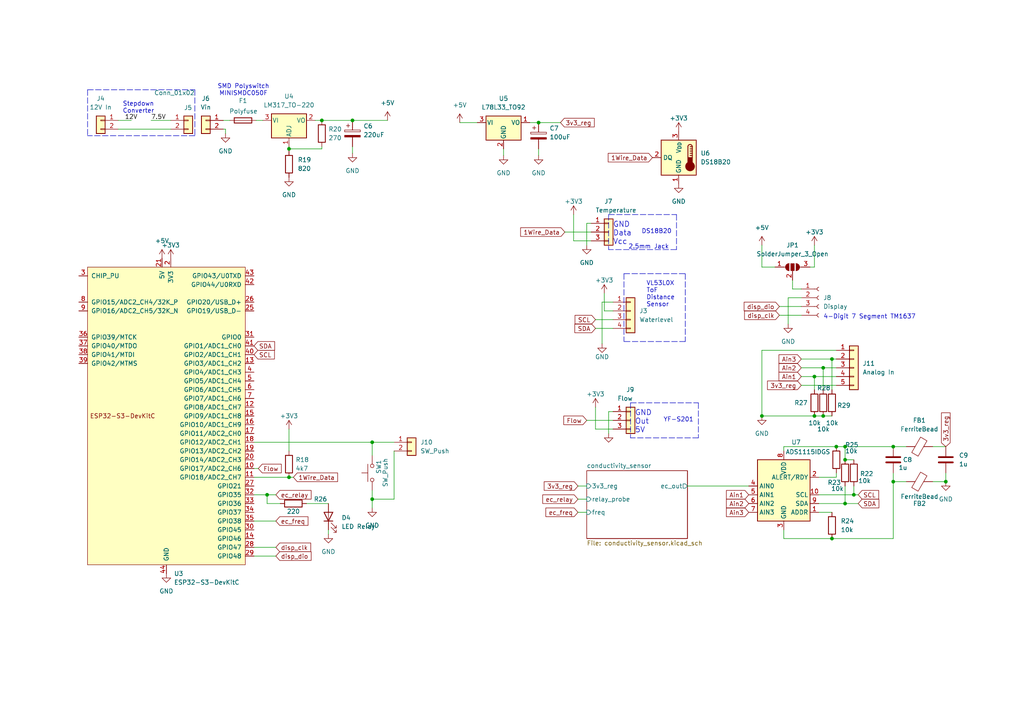
<source format=kicad_sch>
(kicad_sch
	(version 20231120)
	(generator "eeschema")
	(generator_version "8.0")
	(uuid "754364af-53ba-432d-8f40-e098124c9685")
	(paper "A4")
	(lib_symbols
		(symbol "Analog_ADC:ADS1115IDGS"
			(exclude_from_sim no)
			(in_bom yes)
			(on_board yes)
			(property "Reference" "U"
				(at 2.54 13.97 0)
				(effects
					(font
						(size 1.27 1.27)
					)
				)
			)
			(property "Value" "ADS1115IDGS"
				(at 7.62 11.43 0)
				(effects
					(font
						(size 1.27 1.27)
					)
				)
			)
			(property "Footprint" "Package_SO:TSSOP-10_3x3mm_P0.5mm"
				(at 0 -12.7 0)
				(effects
					(font
						(size 1.27 1.27)
					)
					(hide yes)
				)
			)
			(property "Datasheet" "http://www.ti.com/lit/ds/symlink/ads1113.pdf"
				(at -1.27 -22.86 0)
				(effects
					(font
						(size 1.27 1.27)
					)
					(hide yes)
				)
			)
			(property "Description" "Ultra-Small, Low-Power, I2C-Compatible, 860-SPS, 16-Bit ADCs With Internal Reference, Oscillator, and Programmable Comparator, VSSOP-10"
				(at 0 0 0)
				(effects
					(font
						(size 1.27 1.27)
					)
					(hide yes)
				)
			)
			(property "ki_keywords" "16 bit 4 channel I2C ADC"
				(at 0 0 0)
				(effects
					(font
						(size 1.27 1.27)
					)
					(hide yes)
				)
			)
			(property "ki_fp_filters" "TSSOP*3x3mm*P0.5mm*"
				(at 0 0 0)
				(effects
					(font
						(size 1.27 1.27)
					)
					(hide yes)
				)
			)
			(symbol "ADS1115IDGS_0_1"
				(rectangle
					(start -7.62 10.16)
					(end 7.62 -7.62)
					(stroke
						(width 0.254)
						(type default)
					)
					(fill
						(type background)
					)
				)
			)
			(symbol "ADS1115IDGS_1_1"
				(pin input line
					(at 10.16 -5.08 180)
					(length 2.54)
					(name "ADDR"
						(effects
							(font
								(size 1.27 1.27)
							)
						)
					)
					(number "1"
						(effects
							(font
								(size 1.27 1.27)
							)
						)
					)
				)
				(pin input line
					(at 10.16 0 180)
					(length 2.54)
					(name "SCL"
						(effects
							(font
								(size 1.27 1.27)
							)
						)
					)
					(number "10"
						(effects
							(font
								(size 1.27 1.27)
							)
						)
					)
				)
				(pin output line
					(at 10.16 5.08 180)
					(length 2.54)
					(name "ALERT/RDY"
						(effects
							(font
								(size 1.27 1.27)
							)
						)
					)
					(number "2"
						(effects
							(font
								(size 1.27 1.27)
							)
						)
					)
				)
				(pin power_in line
					(at 0 -10.16 90)
					(length 2.54)
					(name "GND"
						(effects
							(font
								(size 1.27 1.27)
							)
						)
					)
					(number "3"
						(effects
							(font
								(size 1.27 1.27)
							)
						)
					)
				)
				(pin input line
					(at -10.16 2.54 0)
					(length 2.54)
					(name "AIN0"
						(effects
							(font
								(size 1.27 1.27)
							)
						)
					)
					(number "4"
						(effects
							(font
								(size 1.27 1.27)
							)
						)
					)
				)
				(pin input line
					(at -10.16 0 0)
					(length 2.54)
					(name "AIN1"
						(effects
							(font
								(size 1.27 1.27)
							)
						)
					)
					(number "5"
						(effects
							(font
								(size 1.27 1.27)
							)
						)
					)
				)
				(pin input line
					(at -10.16 -2.54 0)
					(length 2.54)
					(name "AIN2"
						(effects
							(font
								(size 1.27 1.27)
							)
						)
					)
					(number "6"
						(effects
							(font
								(size 1.27 1.27)
							)
						)
					)
				)
				(pin input line
					(at -10.16 -5.08 0)
					(length 2.54)
					(name "AIN3"
						(effects
							(font
								(size 1.27 1.27)
							)
						)
					)
					(number "7"
						(effects
							(font
								(size 1.27 1.27)
							)
						)
					)
				)
				(pin power_in line
					(at 0 12.7 270)
					(length 2.54)
					(name "VDD"
						(effects
							(font
								(size 1.27 1.27)
							)
						)
					)
					(number "8"
						(effects
							(font
								(size 1.27 1.27)
							)
						)
					)
				)
				(pin bidirectional line
					(at 10.16 -2.54 180)
					(length 2.54)
					(name "SDA"
						(effects
							(font
								(size 1.27 1.27)
							)
						)
					)
					(number "9"
						(effects
							(font
								(size 1.27 1.27)
							)
						)
					)
				)
			)
		)
		(symbol "Connector:Conn_01x04_Socket"
			(pin_names
				(offset 1.016) hide)
			(exclude_from_sim no)
			(in_bom yes)
			(on_board yes)
			(property "Reference" "J"
				(at 0 5.08 0)
				(effects
					(font
						(size 1.27 1.27)
					)
				)
			)
			(property "Value" "Conn_01x04_Socket"
				(at 0 -7.62 0)
				(effects
					(font
						(size 1.27 1.27)
					)
				)
			)
			(property "Footprint" ""
				(at 0 0 0)
				(effects
					(font
						(size 1.27 1.27)
					)
					(hide yes)
				)
			)
			(property "Datasheet" "~"
				(at 0 0 0)
				(effects
					(font
						(size 1.27 1.27)
					)
					(hide yes)
				)
			)
			(property "Description" "Generic connector, single row, 01x04, script generated"
				(at 0 0 0)
				(effects
					(font
						(size 1.27 1.27)
					)
					(hide yes)
				)
			)
			(property "ki_locked" ""
				(at 0 0 0)
				(effects
					(font
						(size 1.27 1.27)
					)
				)
			)
			(property "ki_keywords" "connector"
				(at 0 0 0)
				(effects
					(font
						(size 1.27 1.27)
					)
					(hide yes)
				)
			)
			(property "ki_fp_filters" "Connector*:*_1x??_*"
				(at 0 0 0)
				(effects
					(font
						(size 1.27 1.27)
					)
					(hide yes)
				)
			)
			(symbol "Conn_01x04_Socket_1_1"
				(arc
					(start 0 -4.572)
					(mid -0.5058 -5.08)
					(end 0 -5.588)
					(stroke
						(width 0.1524)
						(type default)
					)
					(fill
						(type none)
					)
				)
				(arc
					(start 0 -2.032)
					(mid -0.5058 -2.54)
					(end 0 -3.048)
					(stroke
						(width 0.1524)
						(type default)
					)
					(fill
						(type none)
					)
				)
				(polyline
					(pts
						(xy -1.27 -5.08) (xy -0.508 -5.08)
					)
					(stroke
						(width 0.1524)
						(type default)
					)
					(fill
						(type none)
					)
				)
				(polyline
					(pts
						(xy -1.27 -2.54) (xy -0.508 -2.54)
					)
					(stroke
						(width 0.1524)
						(type default)
					)
					(fill
						(type none)
					)
				)
				(polyline
					(pts
						(xy -1.27 0) (xy -0.508 0)
					)
					(stroke
						(width 0.1524)
						(type default)
					)
					(fill
						(type none)
					)
				)
				(polyline
					(pts
						(xy -1.27 2.54) (xy -0.508 2.54)
					)
					(stroke
						(width 0.1524)
						(type default)
					)
					(fill
						(type none)
					)
				)
				(arc
					(start 0 0.508)
					(mid -0.5058 0)
					(end 0 -0.508)
					(stroke
						(width 0.1524)
						(type default)
					)
					(fill
						(type none)
					)
				)
				(arc
					(start 0 3.048)
					(mid -0.5058 2.54)
					(end 0 2.032)
					(stroke
						(width 0.1524)
						(type default)
					)
					(fill
						(type none)
					)
				)
				(pin passive line
					(at -5.08 2.54 0)
					(length 3.81)
					(name "Pin_1"
						(effects
							(font
								(size 1.27 1.27)
							)
						)
					)
					(number "1"
						(effects
							(font
								(size 1.27 1.27)
							)
						)
					)
				)
				(pin passive line
					(at -5.08 0 0)
					(length 3.81)
					(name "Pin_2"
						(effects
							(font
								(size 1.27 1.27)
							)
						)
					)
					(number "2"
						(effects
							(font
								(size 1.27 1.27)
							)
						)
					)
				)
				(pin passive line
					(at -5.08 -2.54 0)
					(length 3.81)
					(name "Pin_3"
						(effects
							(font
								(size 1.27 1.27)
							)
						)
					)
					(number "3"
						(effects
							(font
								(size 1.27 1.27)
							)
						)
					)
				)
				(pin passive line
					(at -5.08 -5.08 0)
					(length 3.81)
					(name "Pin_4"
						(effects
							(font
								(size 1.27 1.27)
							)
						)
					)
					(number "4"
						(effects
							(font
								(size 1.27 1.27)
							)
						)
					)
				)
			)
		)
		(symbol "Connector_Generic:Conn_01x02"
			(pin_names
				(offset 1.016) hide)
			(exclude_from_sim no)
			(in_bom yes)
			(on_board yes)
			(property "Reference" "J"
				(at 0 2.54 0)
				(effects
					(font
						(size 1.27 1.27)
					)
				)
			)
			(property "Value" "Conn_01x02"
				(at 0 -5.08 0)
				(effects
					(font
						(size 1.27 1.27)
					)
				)
			)
			(property "Footprint" ""
				(at 0 0 0)
				(effects
					(font
						(size 1.27 1.27)
					)
					(hide yes)
				)
			)
			(property "Datasheet" "~"
				(at 0 0 0)
				(effects
					(font
						(size 1.27 1.27)
					)
					(hide yes)
				)
			)
			(property "Description" "Generic connector, single row, 01x02, script generated (kicad-library-utils/schlib/autogen/connector/)"
				(at 0 0 0)
				(effects
					(font
						(size 1.27 1.27)
					)
					(hide yes)
				)
			)
			(property "ki_keywords" "connector"
				(at 0 0 0)
				(effects
					(font
						(size 1.27 1.27)
					)
					(hide yes)
				)
			)
			(property "ki_fp_filters" "Connector*:*_1x??_*"
				(at 0 0 0)
				(effects
					(font
						(size 1.27 1.27)
					)
					(hide yes)
				)
			)
			(symbol "Conn_01x02_1_1"
				(rectangle
					(start -1.27 -2.413)
					(end 0 -2.667)
					(stroke
						(width 0.1524)
						(type default)
					)
					(fill
						(type none)
					)
				)
				(rectangle
					(start -1.27 0.127)
					(end 0 -0.127)
					(stroke
						(width 0.1524)
						(type default)
					)
					(fill
						(type none)
					)
				)
				(rectangle
					(start -1.27 1.27)
					(end 1.27 -3.81)
					(stroke
						(width 0.254)
						(type default)
					)
					(fill
						(type background)
					)
				)
				(pin passive line
					(at -5.08 0 0)
					(length 3.81)
					(name "Pin_1"
						(effects
							(font
								(size 1.27 1.27)
							)
						)
					)
					(number "1"
						(effects
							(font
								(size 1.27 1.27)
							)
						)
					)
				)
				(pin passive line
					(at -5.08 -2.54 0)
					(length 3.81)
					(name "Pin_2"
						(effects
							(font
								(size 1.27 1.27)
							)
						)
					)
					(number "2"
						(effects
							(font
								(size 1.27 1.27)
							)
						)
					)
				)
			)
		)
		(symbol "Connector_Generic:Conn_01x03"
			(pin_names
				(offset 1.016) hide)
			(exclude_from_sim no)
			(in_bom yes)
			(on_board yes)
			(property "Reference" "J"
				(at 0 5.08 0)
				(effects
					(font
						(size 1.27 1.27)
					)
				)
			)
			(property "Value" "Conn_01x03"
				(at 0 -5.08 0)
				(effects
					(font
						(size 1.27 1.27)
					)
				)
			)
			(property "Footprint" ""
				(at 0 0 0)
				(effects
					(font
						(size 1.27 1.27)
					)
					(hide yes)
				)
			)
			(property "Datasheet" "~"
				(at 0 0 0)
				(effects
					(font
						(size 1.27 1.27)
					)
					(hide yes)
				)
			)
			(property "Description" "Generic connector, single row, 01x03, script generated (kicad-library-utils/schlib/autogen/connector/)"
				(at 0 0 0)
				(effects
					(font
						(size 1.27 1.27)
					)
					(hide yes)
				)
			)
			(property "ki_keywords" "connector"
				(at 0 0 0)
				(effects
					(font
						(size 1.27 1.27)
					)
					(hide yes)
				)
			)
			(property "ki_fp_filters" "Connector*:*_1x??_*"
				(at 0 0 0)
				(effects
					(font
						(size 1.27 1.27)
					)
					(hide yes)
				)
			)
			(symbol "Conn_01x03_1_1"
				(rectangle
					(start -1.27 -2.413)
					(end 0 -2.667)
					(stroke
						(width 0.1524)
						(type default)
					)
					(fill
						(type none)
					)
				)
				(rectangle
					(start -1.27 0.127)
					(end 0 -0.127)
					(stroke
						(width 0.1524)
						(type default)
					)
					(fill
						(type none)
					)
				)
				(rectangle
					(start -1.27 2.667)
					(end 0 2.413)
					(stroke
						(width 0.1524)
						(type default)
					)
					(fill
						(type none)
					)
				)
				(rectangle
					(start -1.27 3.81)
					(end 1.27 -3.81)
					(stroke
						(width 0.254)
						(type default)
					)
					(fill
						(type background)
					)
				)
				(pin passive line
					(at -5.08 2.54 0)
					(length 3.81)
					(name "Pin_1"
						(effects
							(font
								(size 1.27 1.27)
							)
						)
					)
					(number "1"
						(effects
							(font
								(size 1.27 1.27)
							)
						)
					)
				)
				(pin passive line
					(at -5.08 0 0)
					(length 3.81)
					(name "Pin_2"
						(effects
							(font
								(size 1.27 1.27)
							)
						)
					)
					(number "2"
						(effects
							(font
								(size 1.27 1.27)
							)
						)
					)
				)
				(pin passive line
					(at -5.08 -2.54 0)
					(length 3.81)
					(name "Pin_3"
						(effects
							(font
								(size 1.27 1.27)
							)
						)
					)
					(number "3"
						(effects
							(font
								(size 1.27 1.27)
							)
						)
					)
				)
			)
		)
		(symbol "Connector_Generic:Conn_01x04"
			(pin_names
				(offset 1.016) hide)
			(exclude_from_sim no)
			(in_bom yes)
			(on_board yes)
			(property "Reference" "J"
				(at 0 5.08 0)
				(effects
					(font
						(size 1.27 1.27)
					)
				)
			)
			(property "Value" "Conn_01x04"
				(at 0 -7.62 0)
				(effects
					(font
						(size 1.27 1.27)
					)
				)
			)
			(property "Footprint" ""
				(at 0 0 0)
				(effects
					(font
						(size 1.27 1.27)
					)
					(hide yes)
				)
			)
			(property "Datasheet" "~"
				(at 0 0 0)
				(effects
					(font
						(size 1.27 1.27)
					)
					(hide yes)
				)
			)
			(property "Description" "Generic connector, single row, 01x04, script generated (kicad-library-utils/schlib/autogen/connector/)"
				(at 0 0 0)
				(effects
					(font
						(size 1.27 1.27)
					)
					(hide yes)
				)
			)
			(property "ki_keywords" "connector"
				(at 0 0 0)
				(effects
					(font
						(size 1.27 1.27)
					)
					(hide yes)
				)
			)
			(property "ki_fp_filters" "Connector*:*_1x??_*"
				(at 0 0 0)
				(effects
					(font
						(size 1.27 1.27)
					)
					(hide yes)
				)
			)
			(symbol "Conn_01x04_1_1"
				(rectangle
					(start -1.27 -4.953)
					(end 0 -5.207)
					(stroke
						(width 0.1524)
						(type default)
					)
					(fill
						(type none)
					)
				)
				(rectangle
					(start -1.27 -2.413)
					(end 0 -2.667)
					(stroke
						(width 0.1524)
						(type default)
					)
					(fill
						(type none)
					)
				)
				(rectangle
					(start -1.27 0.127)
					(end 0 -0.127)
					(stroke
						(width 0.1524)
						(type default)
					)
					(fill
						(type none)
					)
				)
				(rectangle
					(start -1.27 2.667)
					(end 0 2.413)
					(stroke
						(width 0.1524)
						(type default)
					)
					(fill
						(type none)
					)
				)
				(rectangle
					(start -1.27 3.81)
					(end 1.27 -6.35)
					(stroke
						(width 0.254)
						(type default)
					)
					(fill
						(type background)
					)
				)
				(pin passive line
					(at -5.08 2.54 0)
					(length 3.81)
					(name "Pin_1"
						(effects
							(font
								(size 1.27 1.27)
							)
						)
					)
					(number "1"
						(effects
							(font
								(size 1.27 1.27)
							)
						)
					)
				)
				(pin passive line
					(at -5.08 0 0)
					(length 3.81)
					(name "Pin_2"
						(effects
							(font
								(size 1.27 1.27)
							)
						)
					)
					(number "2"
						(effects
							(font
								(size 1.27 1.27)
							)
						)
					)
				)
				(pin passive line
					(at -5.08 -2.54 0)
					(length 3.81)
					(name "Pin_3"
						(effects
							(font
								(size 1.27 1.27)
							)
						)
					)
					(number "3"
						(effects
							(font
								(size 1.27 1.27)
							)
						)
					)
				)
				(pin passive line
					(at -5.08 -5.08 0)
					(length 3.81)
					(name "Pin_4"
						(effects
							(font
								(size 1.27 1.27)
							)
						)
					)
					(number "4"
						(effects
							(font
								(size 1.27 1.27)
							)
						)
					)
				)
			)
		)
		(symbol "Connector_Generic:Conn_01x05"
			(pin_names
				(offset 1.016) hide)
			(exclude_from_sim no)
			(in_bom yes)
			(on_board yes)
			(property "Reference" "J"
				(at 0 7.62 0)
				(effects
					(font
						(size 1.27 1.27)
					)
				)
			)
			(property "Value" "Conn_01x05"
				(at 0 -7.62 0)
				(effects
					(font
						(size 1.27 1.27)
					)
				)
			)
			(property "Footprint" ""
				(at 0 0 0)
				(effects
					(font
						(size 1.27 1.27)
					)
					(hide yes)
				)
			)
			(property "Datasheet" "~"
				(at 0 0 0)
				(effects
					(font
						(size 1.27 1.27)
					)
					(hide yes)
				)
			)
			(property "Description" "Generic connector, single row, 01x05, script generated (kicad-library-utils/schlib/autogen/connector/)"
				(at 0 0 0)
				(effects
					(font
						(size 1.27 1.27)
					)
					(hide yes)
				)
			)
			(property "ki_keywords" "connector"
				(at 0 0 0)
				(effects
					(font
						(size 1.27 1.27)
					)
					(hide yes)
				)
			)
			(property "ki_fp_filters" "Connector*:*_1x??_*"
				(at 0 0 0)
				(effects
					(font
						(size 1.27 1.27)
					)
					(hide yes)
				)
			)
			(symbol "Conn_01x05_1_1"
				(rectangle
					(start -1.27 -4.953)
					(end 0 -5.207)
					(stroke
						(width 0.1524)
						(type default)
					)
					(fill
						(type none)
					)
				)
				(rectangle
					(start -1.27 -2.413)
					(end 0 -2.667)
					(stroke
						(width 0.1524)
						(type default)
					)
					(fill
						(type none)
					)
				)
				(rectangle
					(start -1.27 0.127)
					(end 0 -0.127)
					(stroke
						(width 0.1524)
						(type default)
					)
					(fill
						(type none)
					)
				)
				(rectangle
					(start -1.27 2.667)
					(end 0 2.413)
					(stroke
						(width 0.1524)
						(type default)
					)
					(fill
						(type none)
					)
				)
				(rectangle
					(start -1.27 5.207)
					(end 0 4.953)
					(stroke
						(width 0.1524)
						(type default)
					)
					(fill
						(type none)
					)
				)
				(rectangle
					(start -1.27 6.35)
					(end 1.27 -6.35)
					(stroke
						(width 0.254)
						(type default)
					)
					(fill
						(type background)
					)
				)
				(pin passive line
					(at -5.08 5.08 0)
					(length 3.81)
					(name "Pin_1"
						(effects
							(font
								(size 1.27 1.27)
							)
						)
					)
					(number "1"
						(effects
							(font
								(size 1.27 1.27)
							)
						)
					)
				)
				(pin passive line
					(at -5.08 2.54 0)
					(length 3.81)
					(name "Pin_2"
						(effects
							(font
								(size 1.27 1.27)
							)
						)
					)
					(number "2"
						(effects
							(font
								(size 1.27 1.27)
							)
						)
					)
				)
				(pin passive line
					(at -5.08 0 0)
					(length 3.81)
					(name "Pin_3"
						(effects
							(font
								(size 1.27 1.27)
							)
						)
					)
					(number "3"
						(effects
							(font
								(size 1.27 1.27)
							)
						)
					)
				)
				(pin passive line
					(at -5.08 -2.54 0)
					(length 3.81)
					(name "Pin_4"
						(effects
							(font
								(size 1.27 1.27)
							)
						)
					)
					(number "4"
						(effects
							(font
								(size 1.27 1.27)
							)
						)
					)
				)
				(pin passive line
					(at -5.08 -5.08 0)
					(length 3.81)
					(name "Pin_5"
						(effects
							(font
								(size 1.27 1.27)
							)
						)
					)
					(number "5"
						(effects
							(font
								(size 1.27 1.27)
							)
						)
					)
				)
			)
		)
		(symbol "Device:C"
			(pin_numbers hide)
			(pin_names
				(offset 0.254)
			)
			(exclude_from_sim no)
			(in_bom yes)
			(on_board yes)
			(property "Reference" "C"
				(at 0.635 2.54 0)
				(effects
					(font
						(size 1.27 1.27)
					)
					(justify left)
				)
			)
			(property "Value" "C"
				(at 0.635 -2.54 0)
				(effects
					(font
						(size 1.27 1.27)
					)
					(justify left)
				)
			)
			(property "Footprint" ""
				(at 0.9652 -3.81 0)
				(effects
					(font
						(size 1.27 1.27)
					)
					(hide yes)
				)
			)
			(property "Datasheet" "~"
				(at 0 0 0)
				(effects
					(font
						(size 1.27 1.27)
					)
					(hide yes)
				)
			)
			(property "Description" "Unpolarized capacitor"
				(at 0 0 0)
				(effects
					(font
						(size 1.27 1.27)
					)
					(hide yes)
				)
			)
			(property "ki_keywords" "cap capacitor"
				(at 0 0 0)
				(effects
					(font
						(size 1.27 1.27)
					)
					(hide yes)
				)
			)
			(property "ki_fp_filters" "C_*"
				(at 0 0 0)
				(effects
					(font
						(size 1.27 1.27)
					)
					(hide yes)
				)
			)
			(symbol "C_0_1"
				(polyline
					(pts
						(xy -2.032 -0.762) (xy 2.032 -0.762)
					)
					(stroke
						(width 0.508)
						(type default)
					)
					(fill
						(type none)
					)
				)
				(polyline
					(pts
						(xy -2.032 0.762) (xy 2.032 0.762)
					)
					(stroke
						(width 0.508)
						(type default)
					)
					(fill
						(type none)
					)
				)
			)
			(symbol "C_1_1"
				(pin passive line
					(at 0 3.81 270)
					(length 2.794)
					(name "~"
						(effects
							(font
								(size 1.27 1.27)
							)
						)
					)
					(number "1"
						(effects
							(font
								(size 1.27 1.27)
							)
						)
					)
				)
				(pin passive line
					(at 0 -3.81 90)
					(length 2.794)
					(name "~"
						(effects
							(font
								(size 1.27 1.27)
							)
						)
					)
					(number "2"
						(effects
							(font
								(size 1.27 1.27)
							)
						)
					)
				)
			)
		)
		(symbol "Device:C_Polarized"
			(pin_numbers hide)
			(pin_names
				(offset 0.254)
			)
			(exclude_from_sim no)
			(in_bom yes)
			(on_board yes)
			(property "Reference" "C"
				(at 0.635 2.54 0)
				(effects
					(font
						(size 1.27 1.27)
					)
					(justify left)
				)
			)
			(property "Value" "C_Polarized"
				(at 0.635 -2.54 0)
				(effects
					(font
						(size 1.27 1.27)
					)
					(justify left)
				)
			)
			(property "Footprint" ""
				(at 0.9652 -3.81 0)
				(effects
					(font
						(size 1.27 1.27)
					)
					(hide yes)
				)
			)
			(property "Datasheet" "~"
				(at 0 0 0)
				(effects
					(font
						(size 1.27 1.27)
					)
					(hide yes)
				)
			)
			(property "Description" "Polarized capacitor"
				(at 0 0 0)
				(effects
					(font
						(size 1.27 1.27)
					)
					(hide yes)
				)
			)
			(property "ki_keywords" "cap capacitor"
				(at 0 0 0)
				(effects
					(font
						(size 1.27 1.27)
					)
					(hide yes)
				)
			)
			(property "ki_fp_filters" "CP_*"
				(at 0 0 0)
				(effects
					(font
						(size 1.27 1.27)
					)
					(hide yes)
				)
			)
			(symbol "C_Polarized_0_1"
				(rectangle
					(start -2.286 0.508)
					(end 2.286 1.016)
					(stroke
						(width 0)
						(type default)
					)
					(fill
						(type none)
					)
				)
				(polyline
					(pts
						(xy -1.778 2.286) (xy -0.762 2.286)
					)
					(stroke
						(width 0)
						(type default)
					)
					(fill
						(type none)
					)
				)
				(polyline
					(pts
						(xy -1.27 2.794) (xy -1.27 1.778)
					)
					(stroke
						(width 0)
						(type default)
					)
					(fill
						(type none)
					)
				)
				(rectangle
					(start 2.286 -0.508)
					(end -2.286 -1.016)
					(stroke
						(width 0)
						(type default)
					)
					(fill
						(type outline)
					)
				)
			)
			(symbol "C_Polarized_1_1"
				(pin passive line
					(at 0 3.81 270)
					(length 2.794)
					(name "~"
						(effects
							(font
								(size 1.27 1.27)
							)
						)
					)
					(number "1"
						(effects
							(font
								(size 1.27 1.27)
							)
						)
					)
				)
				(pin passive line
					(at 0 -3.81 90)
					(length 2.794)
					(name "~"
						(effects
							(font
								(size 1.27 1.27)
							)
						)
					)
					(number "2"
						(effects
							(font
								(size 1.27 1.27)
							)
						)
					)
				)
			)
		)
		(symbol "Device:FerriteBead"
			(pin_numbers hide)
			(pin_names
				(offset 0)
			)
			(exclude_from_sim no)
			(in_bom yes)
			(on_board yes)
			(property "Reference" "FB"
				(at -3.81 0.635 90)
				(effects
					(font
						(size 1.27 1.27)
					)
				)
			)
			(property "Value" "FerriteBead"
				(at 3.81 0 90)
				(effects
					(font
						(size 1.27 1.27)
					)
				)
			)
			(property "Footprint" ""
				(at -1.778 0 90)
				(effects
					(font
						(size 1.27 1.27)
					)
					(hide yes)
				)
			)
			(property "Datasheet" "~"
				(at 0 0 0)
				(effects
					(font
						(size 1.27 1.27)
					)
					(hide yes)
				)
			)
			(property "Description" "Ferrite bead"
				(at 0 0 0)
				(effects
					(font
						(size 1.27 1.27)
					)
					(hide yes)
				)
			)
			(property "ki_keywords" "L ferrite bead inductor filter"
				(at 0 0 0)
				(effects
					(font
						(size 1.27 1.27)
					)
					(hide yes)
				)
			)
			(property "ki_fp_filters" "Inductor_* L_* *Ferrite*"
				(at 0 0 0)
				(effects
					(font
						(size 1.27 1.27)
					)
					(hide yes)
				)
			)
			(symbol "FerriteBead_0_1"
				(polyline
					(pts
						(xy 0 -1.27) (xy 0 -1.2192)
					)
					(stroke
						(width 0)
						(type default)
					)
					(fill
						(type none)
					)
				)
				(polyline
					(pts
						(xy 0 1.27) (xy 0 1.2954)
					)
					(stroke
						(width 0)
						(type default)
					)
					(fill
						(type none)
					)
				)
				(polyline
					(pts
						(xy -2.7686 0.4064) (xy -1.7018 2.2606) (xy 2.7686 -0.3048) (xy 1.6764 -2.159) (xy -2.7686 0.4064)
					)
					(stroke
						(width 0)
						(type default)
					)
					(fill
						(type none)
					)
				)
			)
			(symbol "FerriteBead_1_1"
				(pin passive line
					(at 0 3.81 270)
					(length 2.54)
					(name "~"
						(effects
							(font
								(size 1.27 1.27)
							)
						)
					)
					(number "1"
						(effects
							(font
								(size 1.27 1.27)
							)
						)
					)
				)
				(pin passive line
					(at 0 -3.81 90)
					(length 2.54)
					(name "~"
						(effects
							(font
								(size 1.27 1.27)
							)
						)
					)
					(number "2"
						(effects
							(font
								(size 1.27 1.27)
							)
						)
					)
				)
			)
		)
		(symbol "Device:Fuse"
			(pin_numbers hide)
			(pin_names
				(offset 0)
			)
			(exclude_from_sim no)
			(in_bom yes)
			(on_board yes)
			(property "Reference" "F"
				(at 2.032 0 90)
				(effects
					(font
						(size 1.27 1.27)
					)
				)
			)
			(property "Value" "Fuse"
				(at -1.905 0 90)
				(effects
					(font
						(size 1.27 1.27)
					)
				)
			)
			(property "Footprint" ""
				(at -1.778 0 90)
				(effects
					(font
						(size 1.27 1.27)
					)
					(hide yes)
				)
			)
			(property "Datasheet" "~"
				(at 0 0 0)
				(effects
					(font
						(size 1.27 1.27)
					)
					(hide yes)
				)
			)
			(property "Description" "Fuse"
				(at 0 0 0)
				(effects
					(font
						(size 1.27 1.27)
					)
					(hide yes)
				)
			)
			(property "ki_keywords" "fuse"
				(at 0 0 0)
				(effects
					(font
						(size 1.27 1.27)
					)
					(hide yes)
				)
			)
			(property "ki_fp_filters" "*Fuse*"
				(at 0 0 0)
				(effects
					(font
						(size 1.27 1.27)
					)
					(hide yes)
				)
			)
			(symbol "Fuse_0_1"
				(rectangle
					(start -0.762 -2.54)
					(end 0.762 2.54)
					(stroke
						(width 0.254)
						(type default)
					)
					(fill
						(type none)
					)
				)
				(polyline
					(pts
						(xy 0 2.54) (xy 0 -2.54)
					)
					(stroke
						(width 0)
						(type default)
					)
					(fill
						(type none)
					)
				)
			)
			(symbol "Fuse_1_1"
				(pin passive line
					(at 0 3.81 270)
					(length 1.27)
					(name "~"
						(effects
							(font
								(size 1.27 1.27)
							)
						)
					)
					(number "1"
						(effects
							(font
								(size 1.27 1.27)
							)
						)
					)
				)
				(pin passive line
					(at 0 -3.81 90)
					(length 1.27)
					(name "~"
						(effects
							(font
								(size 1.27 1.27)
							)
						)
					)
					(number "2"
						(effects
							(font
								(size 1.27 1.27)
							)
						)
					)
				)
			)
		)
		(symbol "Device:LED"
			(pin_numbers hide)
			(pin_names
				(offset 1.016) hide)
			(exclude_from_sim no)
			(in_bom yes)
			(on_board yes)
			(property "Reference" "D"
				(at 0 2.54 0)
				(effects
					(font
						(size 1.27 1.27)
					)
				)
			)
			(property "Value" "LED"
				(at 0 -2.54 0)
				(effects
					(font
						(size 1.27 1.27)
					)
				)
			)
			(property "Footprint" ""
				(at 0 0 0)
				(effects
					(font
						(size 1.27 1.27)
					)
					(hide yes)
				)
			)
			(property "Datasheet" "~"
				(at 0 0 0)
				(effects
					(font
						(size 1.27 1.27)
					)
					(hide yes)
				)
			)
			(property "Description" "Light emitting diode"
				(at 0 0 0)
				(effects
					(font
						(size 1.27 1.27)
					)
					(hide yes)
				)
			)
			(property "ki_keywords" "LED diode"
				(at 0 0 0)
				(effects
					(font
						(size 1.27 1.27)
					)
					(hide yes)
				)
			)
			(property "ki_fp_filters" "LED* LED_SMD:* LED_THT:*"
				(at 0 0 0)
				(effects
					(font
						(size 1.27 1.27)
					)
					(hide yes)
				)
			)
			(symbol "LED_0_1"
				(polyline
					(pts
						(xy -1.27 -1.27) (xy -1.27 1.27)
					)
					(stroke
						(width 0.254)
						(type default)
					)
					(fill
						(type none)
					)
				)
				(polyline
					(pts
						(xy -1.27 0) (xy 1.27 0)
					)
					(stroke
						(width 0)
						(type default)
					)
					(fill
						(type none)
					)
				)
				(polyline
					(pts
						(xy 1.27 -1.27) (xy 1.27 1.27) (xy -1.27 0) (xy 1.27 -1.27)
					)
					(stroke
						(width 0.254)
						(type default)
					)
					(fill
						(type none)
					)
				)
				(polyline
					(pts
						(xy -3.048 -0.762) (xy -4.572 -2.286) (xy -3.81 -2.286) (xy -4.572 -2.286) (xy -4.572 -1.524)
					)
					(stroke
						(width 0)
						(type default)
					)
					(fill
						(type none)
					)
				)
				(polyline
					(pts
						(xy -1.778 -0.762) (xy -3.302 -2.286) (xy -2.54 -2.286) (xy -3.302 -2.286) (xy -3.302 -1.524)
					)
					(stroke
						(width 0)
						(type default)
					)
					(fill
						(type none)
					)
				)
			)
			(symbol "LED_1_1"
				(pin passive line
					(at -3.81 0 0)
					(length 2.54)
					(name "K"
						(effects
							(font
								(size 1.27 1.27)
							)
						)
					)
					(number "1"
						(effects
							(font
								(size 1.27 1.27)
							)
						)
					)
				)
				(pin passive line
					(at 3.81 0 180)
					(length 2.54)
					(name "A"
						(effects
							(font
								(size 1.27 1.27)
							)
						)
					)
					(number "2"
						(effects
							(font
								(size 1.27 1.27)
							)
						)
					)
				)
			)
		)
		(symbol "Device:R"
			(pin_numbers hide)
			(pin_names
				(offset 0)
			)
			(exclude_from_sim no)
			(in_bom yes)
			(on_board yes)
			(property "Reference" "R"
				(at 2.032 0 90)
				(effects
					(font
						(size 1.27 1.27)
					)
				)
			)
			(property "Value" "R"
				(at 0 0 90)
				(effects
					(font
						(size 1.27 1.27)
					)
				)
			)
			(property "Footprint" ""
				(at -1.778 0 90)
				(effects
					(font
						(size 1.27 1.27)
					)
					(hide yes)
				)
			)
			(property "Datasheet" "~"
				(at 0 0 0)
				(effects
					(font
						(size 1.27 1.27)
					)
					(hide yes)
				)
			)
			(property "Description" "Resistor"
				(at 0 0 0)
				(effects
					(font
						(size 1.27 1.27)
					)
					(hide yes)
				)
			)
			(property "ki_keywords" "R res resistor"
				(at 0 0 0)
				(effects
					(font
						(size 1.27 1.27)
					)
					(hide yes)
				)
			)
			(property "ki_fp_filters" "R_*"
				(at 0 0 0)
				(effects
					(font
						(size 1.27 1.27)
					)
					(hide yes)
				)
			)
			(symbol "R_0_1"
				(rectangle
					(start -1.016 -2.54)
					(end 1.016 2.54)
					(stroke
						(width 0.254)
						(type default)
					)
					(fill
						(type none)
					)
				)
			)
			(symbol "R_1_1"
				(pin passive line
					(at 0 3.81 270)
					(length 1.27)
					(name "~"
						(effects
							(font
								(size 1.27 1.27)
							)
						)
					)
					(number "1"
						(effects
							(font
								(size 1.27 1.27)
							)
						)
					)
				)
				(pin passive line
					(at 0 -3.81 90)
					(length 1.27)
					(name "~"
						(effects
							(font
								(size 1.27 1.27)
							)
						)
					)
					(number "2"
						(effects
							(font
								(size 1.27 1.27)
							)
						)
					)
				)
			)
		)
		(symbol "Jumper:SolderJumper_3_Open"
			(pin_names
				(offset 0) hide)
			(exclude_from_sim yes)
			(in_bom no)
			(on_board yes)
			(property "Reference" "JP"
				(at -2.54 -2.54 0)
				(effects
					(font
						(size 1.27 1.27)
					)
				)
			)
			(property "Value" "SolderJumper_3_Open"
				(at 0 2.794 0)
				(effects
					(font
						(size 1.27 1.27)
					)
				)
			)
			(property "Footprint" ""
				(at 0 0 0)
				(effects
					(font
						(size 1.27 1.27)
					)
					(hide yes)
				)
			)
			(property "Datasheet" "~"
				(at 0 0 0)
				(effects
					(font
						(size 1.27 1.27)
					)
					(hide yes)
				)
			)
			(property "Description" "Solder Jumper, 3-pole, open"
				(at 0 0 0)
				(effects
					(font
						(size 1.27 1.27)
					)
					(hide yes)
				)
			)
			(property "ki_keywords" "Solder Jumper SPDT"
				(at 0 0 0)
				(effects
					(font
						(size 1.27 1.27)
					)
					(hide yes)
				)
			)
			(property "ki_fp_filters" "SolderJumper*Open*"
				(at 0 0 0)
				(effects
					(font
						(size 1.27 1.27)
					)
					(hide yes)
				)
			)
			(symbol "SolderJumper_3_Open_0_1"
				(arc
					(start -1.016 1.016)
					(mid -2.0276 0)
					(end -1.016 -1.016)
					(stroke
						(width 0)
						(type default)
					)
					(fill
						(type none)
					)
				)
				(arc
					(start -1.016 1.016)
					(mid -2.0276 0)
					(end -1.016 -1.016)
					(stroke
						(width 0)
						(type default)
					)
					(fill
						(type outline)
					)
				)
				(rectangle
					(start -0.508 1.016)
					(end 0.508 -1.016)
					(stroke
						(width 0)
						(type default)
					)
					(fill
						(type outline)
					)
				)
				(polyline
					(pts
						(xy -2.54 0) (xy -2.032 0)
					)
					(stroke
						(width 0)
						(type default)
					)
					(fill
						(type none)
					)
				)
				(polyline
					(pts
						(xy -1.016 1.016) (xy -1.016 -1.016)
					)
					(stroke
						(width 0)
						(type default)
					)
					(fill
						(type none)
					)
				)
				(polyline
					(pts
						(xy 0 -1.27) (xy 0 -1.016)
					)
					(stroke
						(width 0)
						(type default)
					)
					(fill
						(type none)
					)
				)
				(polyline
					(pts
						(xy 1.016 1.016) (xy 1.016 -1.016)
					)
					(stroke
						(width 0)
						(type default)
					)
					(fill
						(type none)
					)
				)
				(polyline
					(pts
						(xy 2.54 0) (xy 2.032 0)
					)
					(stroke
						(width 0)
						(type default)
					)
					(fill
						(type none)
					)
				)
				(arc
					(start 1.016 -1.016)
					(mid 2.0276 0)
					(end 1.016 1.016)
					(stroke
						(width 0)
						(type default)
					)
					(fill
						(type none)
					)
				)
				(arc
					(start 1.016 -1.016)
					(mid 2.0276 0)
					(end 1.016 1.016)
					(stroke
						(width 0)
						(type default)
					)
					(fill
						(type outline)
					)
				)
			)
			(symbol "SolderJumper_3_Open_1_1"
				(pin passive line
					(at -5.08 0 0)
					(length 2.54)
					(name "A"
						(effects
							(font
								(size 1.27 1.27)
							)
						)
					)
					(number "1"
						(effects
							(font
								(size 1.27 1.27)
							)
						)
					)
				)
				(pin passive line
					(at 0 -3.81 90)
					(length 2.54)
					(name "C"
						(effects
							(font
								(size 1.27 1.27)
							)
						)
					)
					(number "2"
						(effects
							(font
								(size 1.27 1.27)
							)
						)
					)
				)
				(pin passive line
					(at 5.08 0 180)
					(length 2.54)
					(name "B"
						(effects
							(font
								(size 1.27 1.27)
							)
						)
					)
					(number "3"
						(effects
							(font
								(size 1.27 1.27)
							)
						)
					)
				)
			)
		)
		(symbol "PCM_Espressif:ESP32-S3-DevKitC"
			(pin_names
				(offset 1.016)
			)
			(exclude_from_sim no)
			(in_bom yes)
			(on_board yes)
			(property "Reference" "U"
				(at -22.86 48.26 0)
				(effects
					(font
						(size 1.27 1.27)
					)
					(justify left)
				)
			)
			(property "Value" "ESP32-S3-DevKitC"
				(at -22.86 45.72 0)
				(effects
					(font
						(size 1.27 1.27)
					)
					(justify left)
				)
			)
			(property "Footprint" "PCM_Espressif:ESP32-S3-DevKitC"
				(at 0 -57.15 0)
				(effects
					(font
						(size 1.27 1.27)
					)
					(hide yes)
				)
			)
			(property "Datasheet" ""
				(at -59.69 -2.54 0)
				(effects
					(font
						(size 1.27 1.27)
					)
					(hide yes)
				)
			)
			(property "Description" "ESP32-S3-DevKitC"
				(at 0 0 0)
				(effects
					(font
						(size 1.27 1.27)
					)
					(hide yes)
				)
			)
			(symbol "ESP32-S3-DevKitC_0_0"
				(text "ESP32-S3-DevKitC"
					(at -12.7 0 0)
					(effects
						(font
							(size 1.27 1.27)
						)
					)
				)
				(pin bidirectional line
					(at 25.4 -35.56 180)
					(length 2.54)
					(name "GPIO46"
						(effects
							(font
								(size 1.27 1.27)
							)
						)
					)
					(number "14"
						(effects
							(font
								(size 1.27 1.27)
							)
						)
					)
				)
				(pin bidirectional line
					(at 25.4 -10.16 180)
					(length 2.54)
					(name "GPIO13/ADC2_CH2"
						(effects
							(font
								(size 1.27 1.27)
							)
						)
					)
					(number "19"
						(effects
							(font
								(size 1.27 1.27)
							)
						)
					)
				)
				(pin bidirectional line
					(at -25.4 15.24 0)
					(length 2.54)
					(name "GPIO42/MTMS"
						(effects
							(font
								(size 1.27 1.27)
							)
						)
					)
					(number "39"
						(effects
							(font
								(size 1.27 1.27)
							)
						)
					)
				)
				(pin bidirectional line
					(at 25.4 17.78 180)
					(length 2.54)
					(name "GPIO2/ADC1_CH1"
						(effects
							(font
								(size 1.27 1.27)
							)
						)
					)
					(number "40"
						(effects
							(font
								(size 1.27 1.27)
							)
						)
					)
				)
				(pin bidirectional line
					(at 25.4 20.32 180)
					(length 2.54)
					(name "GPIO1/ADC1_CH0"
						(effects
							(font
								(size 1.27 1.27)
							)
						)
					)
					(number "41"
						(effects
							(font
								(size 1.27 1.27)
							)
						)
					)
				)
				(pin bidirectional line
					(at 25.4 38.1 180)
					(length 2.54)
					(name "GPIO44/U0RXD"
						(effects
							(font
								(size 1.27 1.27)
							)
						)
					)
					(number "42"
						(effects
							(font
								(size 1.27 1.27)
							)
						)
					)
				)
				(pin bidirectional line
					(at 25.4 40.64 180)
					(length 2.54)
					(name "GPIO43/U0TXD"
						(effects
							(font
								(size 1.27 1.27)
							)
						)
					)
					(number "43"
						(effects
							(font
								(size 1.27 1.27)
							)
						)
					)
				)
				(pin power_in line
					(at 0 -45.72 90)
					(length 2.54)
					(name "GND"
						(effects
							(font
								(size 1.27 1.27)
							)
						)
					)
					(number "44"
						(effects
							(font
								(size 1.27 1.27)
							)
						)
					)
				)
			)
			(symbol "ESP32-S3-DevKitC_0_1"
				(rectangle
					(start -22.86 43.18)
					(end 22.86 -43.18)
					(stroke
						(width 0)
						(type default)
					)
					(fill
						(type background)
					)
				)
				(pin power_in line
					(at 1.27 45.72 270)
					(length 2.54)
					(name "3V3"
						(effects
							(font
								(size 1.27 1.27)
							)
						)
					)
					(number "2"
						(effects
							(font
								(size 1.27 1.27)
							)
						)
					)
				)
			)
			(symbol "ESP32-S3-DevKitC_1_1"
				(pin passive line
					(at 1.27 45.72 270)
					(length 2.54) hide
					(name "3V3"
						(effects
							(font
								(size 1.27 1.27)
							)
						)
					)
					(number "1"
						(effects
							(font
								(size 1.27 1.27)
							)
						)
					)
				)
				(pin bidirectional line
					(at 25.4 -15.24 180)
					(length 2.54)
					(name "GPIO17/ADC2_CH6"
						(effects
							(font
								(size 1.27 1.27)
							)
						)
					)
					(number "10"
						(effects
							(font
								(size 1.27 1.27)
							)
						)
					)
				)
				(pin bidirectional line
					(at 25.4 -17.78 180)
					(length 2.54)
					(name "GPIO18/ADC2_CH7"
						(effects
							(font
								(size 1.27 1.27)
							)
						)
					)
					(number "11"
						(effects
							(font
								(size 1.27 1.27)
							)
						)
					)
				)
				(pin bidirectional line
					(at 25.4 2.54 180)
					(length 2.54)
					(name "GPIO8/ADC1_CH7"
						(effects
							(font
								(size 1.27 1.27)
							)
						)
					)
					(number "12"
						(effects
							(font
								(size 1.27 1.27)
							)
						)
					)
				)
				(pin bidirectional line
					(at 25.4 15.24 180)
					(length 2.54)
					(name "GPIO3/ADC1_CH2"
						(effects
							(font
								(size 1.27 1.27)
							)
						)
					)
					(number "13"
						(effects
							(font
								(size 1.27 1.27)
							)
						)
					)
				)
				(pin bidirectional line
					(at 25.4 0 180)
					(length 2.54)
					(name "GPIO9/ADC1_CH8"
						(effects
							(font
								(size 1.27 1.27)
							)
						)
					)
					(number "15"
						(effects
							(font
								(size 1.27 1.27)
							)
						)
					)
				)
				(pin bidirectional line
					(at 25.4 -2.54 180)
					(length 2.54)
					(name "GPIO10/ADC1_CH9"
						(effects
							(font
								(size 1.27 1.27)
							)
						)
					)
					(number "16"
						(effects
							(font
								(size 1.27 1.27)
							)
						)
					)
				)
				(pin bidirectional line
					(at 25.4 -5.08 180)
					(length 2.54)
					(name "GPIO11/ADC2_CH0"
						(effects
							(font
								(size 1.27 1.27)
							)
						)
					)
					(number "17"
						(effects
							(font
								(size 1.27 1.27)
							)
						)
					)
				)
				(pin bidirectional line
					(at 25.4 -7.62 180)
					(length 2.54)
					(name "GPIO12/ADC2_CH1"
						(effects
							(font
								(size 1.27 1.27)
							)
						)
					)
					(number "18"
						(effects
							(font
								(size 1.27 1.27)
							)
						)
					)
				)
				(pin bidirectional line
					(at 25.4 -12.7 180)
					(length 2.54)
					(name "GPIO14/ADC2_CH3"
						(effects
							(font
								(size 1.27 1.27)
							)
						)
					)
					(number "20"
						(effects
							(font
								(size 1.27 1.27)
							)
						)
					)
				)
				(pin power_in line
					(at -1.27 45.72 270)
					(length 2.54)
					(name "5V"
						(effects
							(font
								(size 1.27 1.27)
							)
						)
					)
					(number "21"
						(effects
							(font
								(size 1.27 1.27)
							)
						)
					)
				)
				(pin passive line
					(at 0 -45.72 90)
					(length 2.54) hide
					(name "GND"
						(effects
							(font
								(size 1.27 1.27)
							)
						)
					)
					(number "22"
						(effects
							(font
								(size 1.27 1.27)
							)
						)
					)
				)
				(pin passive line
					(at 0 -45.72 90)
					(length 2.54) hide
					(name "GND"
						(effects
							(font
								(size 1.27 1.27)
							)
						)
					)
					(number "23"
						(effects
							(font
								(size 1.27 1.27)
							)
						)
					)
				)
				(pin passive line
					(at 0 -45.72 90)
					(length 2.54) hide
					(name "GND"
						(effects
							(font
								(size 1.27 1.27)
							)
						)
					)
					(number "24"
						(effects
							(font
								(size 1.27 1.27)
							)
						)
					)
				)
				(pin bidirectional line
					(at 25.4 30.48 180)
					(length 2.54)
					(name "GPIO19/USB_D-"
						(effects
							(font
								(size 1.27 1.27)
							)
						)
					)
					(number "25"
						(effects
							(font
								(size 1.27 1.27)
							)
						)
					)
				)
				(pin bidirectional line
					(at 25.4 33.02 180)
					(length 2.54)
					(name "GPIO20/USB_D+"
						(effects
							(font
								(size 1.27 1.27)
							)
						)
					)
					(number "26"
						(effects
							(font
								(size 1.27 1.27)
							)
						)
					)
				)
				(pin bidirectional line
					(at 25.4 -20.32 180)
					(length 2.54)
					(name "GPIO21"
						(effects
							(font
								(size 1.27 1.27)
							)
						)
					)
					(number "27"
						(effects
							(font
								(size 1.27 1.27)
							)
						)
					)
				)
				(pin bidirectional line
					(at 25.4 -38.1 180)
					(length 2.54)
					(name "GPIO47"
						(effects
							(font
								(size 1.27 1.27)
							)
						)
					)
					(number "28"
						(effects
							(font
								(size 1.27 1.27)
							)
						)
					)
				)
				(pin bidirectional line
					(at 25.4 -40.64 180)
					(length 2.54)
					(name "GPIO48"
						(effects
							(font
								(size 1.27 1.27)
							)
						)
					)
					(number "29"
						(effects
							(font
								(size 1.27 1.27)
							)
						)
					)
				)
				(pin input line
					(at -25.4 40.64 0)
					(length 2.54)
					(name "CHIP_PU"
						(effects
							(font
								(size 1.27 1.27)
							)
						)
					)
					(number "3"
						(effects
							(font
								(size 1.27 1.27)
							)
						)
					)
				)
				(pin bidirectional line
					(at 25.4 -33.02 180)
					(length 2.54)
					(name "GPIO45"
						(effects
							(font
								(size 1.27 1.27)
							)
						)
					)
					(number "30"
						(effects
							(font
								(size 1.27 1.27)
							)
						)
					)
				)
				(pin bidirectional line
					(at 25.4 22.86 180)
					(length 2.54)
					(name "GPIO0"
						(effects
							(font
								(size 1.27 1.27)
							)
						)
					)
					(number "31"
						(effects
							(font
								(size 1.27 1.27)
							)
						)
					)
				)
				(pin bidirectional line
					(at 25.4 -22.86 180)
					(length 2.54)
					(name "GPIO35"
						(effects
							(font
								(size 1.27 1.27)
							)
						)
					)
					(number "32"
						(effects
							(font
								(size 1.27 1.27)
							)
						)
					)
				)
				(pin bidirectional line
					(at 25.4 -25.4 180)
					(length 2.54)
					(name "GPIO36"
						(effects
							(font
								(size 1.27 1.27)
							)
						)
					)
					(number "33"
						(effects
							(font
								(size 1.27 1.27)
							)
						)
					)
				)
				(pin bidirectional line
					(at 25.4 -27.94 180)
					(length 2.54)
					(name "GPIO37"
						(effects
							(font
								(size 1.27 1.27)
							)
						)
					)
					(number "34"
						(effects
							(font
								(size 1.27 1.27)
							)
						)
					)
				)
				(pin bidirectional line
					(at 25.4 -30.48 180)
					(length 2.54)
					(name "GPIO38"
						(effects
							(font
								(size 1.27 1.27)
							)
						)
					)
					(number "35"
						(effects
							(font
								(size 1.27 1.27)
							)
						)
					)
				)
				(pin bidirectional line
					(at -25.4 22.86 0)
					(length 2.54)
					(name "GPIO39/MTCK"
						(effects
							(font
								(size 1.27 1.27)
							)
						)
					)
					(number "36"
						(effects
							(font
								(size 1.27 1.27)
							)
						)
					)
				)
				(pin bidirectional line
					(at -25.4 20.32 0)
					(length 2.54)
					(name "GPIO40/MTDO"
						(effects
							(font
								(size 1.27 1.27)
							)
						)
					)
					(number "37"
						(effects
							(font
								(size 1.27 1.27)
							)
						)
					)
				)
				(pin bidirectional line
					(at -25.4 17.78 0)
					(length 2.54)
					(name "GPIO41/MTDI"
						(effects
							(font
								(size 1.27 1.27)
							)
						)
					)
					(number "38"
						(effects
							(font
								(size 1.27 1.27)
							)
						)
					)
				)
				(pin bidirectional line
					(at 25.4 12.7 180)
					(length 2.54)
					(name "GPIO4/ADC1_CH3"
						(effects
							(font
								(size 1.27 1.27)
							)
						)
					)
					(number "4"
						(effects
							(font
								(size 1.27 1.27)
							)
						)
					)
				)
				(pin bidirectional line
					(at 25.4 10.16 180)
					(length 2.54)
					(name "GPIO5/ADC1_CH4"
						(effects
							(font
								(size 1.27 1.27)
							)
						)
					)
					(number "5"
						(effects
							(font
								(size 1.27 1.27)
							)
						)
					)
				)
				(pin bidirectional line
					(at 25.4 7.62 180)
					(length 2.54)
					(name "GPIO6/ADC1_CH5"
						(effects
							(font
								(size 1.27 1.27)
							)
						)
					)
					(number "6"
						(effects
							(font
								(size 1.27 1.27)
							)
						)
					)
				)
				(pin bidirectional line
					(at 25.4 5.08 180)
					(length 2.54)
					(name "GPIO7/ADC1_CH6"
						(effects
							(font
								(size 1.27 1.27)
							)
						)
					)
					(number "7"
						(effects
							(font
								(size 1.27 1.27)
							)
						)
					)
				)
				(pin bidirectional line
					(at -25.4 33.02 0)
					(length 2.54)
					(name "GPIO15/ADC2_CH4/32K_P"
						(effects
							(font
								(size 1.27 1.27)
							)
						)
					)
					(number "8"
						(effects
							(font
								(size 1.27 1.27)
							)
						)
					)
				)
				(pin bidirectional line
					(at -25.4 30.48 0)
					(length 2.54)
					(name "GPIO16/ADC2_CH5/32K_N"
						(effects
							(font
								(size 1.27 1.27)
							)
						)
					)
					(number "9"
						(effects
							(font
								(size 1.27 1.27)
							)
						)
					)
				)
			)
		)
		(symbol "Regulator_Linear:L78L33_TO92"
			(pin_names
				(offset 0.254)
			)
			(exclude_from_sim no)
			(in_bom yes)
			(on_board yes)
			(property "Reference" "U"
				(at -3.81 3.175 0)
				(effects
					(font
						(size 1.27 1.27)
					)
				)
			)
			(property "Value" "L78L33_TO92"
				(at 0 3.175 0)
				(effects
					(font
						(size 1.27 1.27)
					)
					(justify left)
				)
			)
			(property "Footprint" "Package_TO_SOT_THT:TO-92_Inline"
				(at 0 5.715 0)
				(effects
					(font
						(size 1.27 1.27)
						(italic yes)
					)
					(hide yes)
				)
			)
			(property "Datasheet" "http://www.st.com/content/ccc/resource/technical/document/datasheet/15/55/e5/aa/23/5b/43/fd/CD00000446.pdf/files/CD00000446.pdf/jcr:content/translations/en.CD00000446.pdf"
				(at 0 -1.27 0)
				(effects
					(font
						(size 1.27 1.27)
					)
					(hide yes)
				)
			)
			(property "Description" "Positive 100mA 30V Linear Regulator, Fixed Output 3.3V, TO-92"
				(at 0 0 0)
				(effects
					(font
						(size 1.27 1.27)
					)
					(hide yes)
				)
			)
			(property "ki_keywords" "Voltage Regulator 100mA Positive"
				(at 0 0 0)
				(effects
					(font
						(size 1.27 1.27)
					)
					(hide yes)
				)
			)
			(property "ki_fp_filters" "TO?92*"
				(at 0 0 0)
				(effects
					(font
						(size 1.27 1.27)
					)
					(hide yes)
				)
			)
			(symbol "L78L33_TO92_0_1"
				(rectangle
					(start -5.08 -5.08)
					(end 5.08 1.905)
					(stroke
						(width 0.254)
						(type default)
					)
					(fill
						(type background)
					)
				)
			)
			(symbol "L78L33_TO92_1_1"
				(pin power_out line
					(at 7.62 0 180)
					(length 2.54)
					(name "VO"
						(effects
							(font
								(size 1.27 1.27)
							)
						)
					)
					(number "1"
						(effects
							(font
								(size 1.27 1.27)
							)
						)
					)
				)
				(pin power_in line
					(at 0 -7.62 90)
					(length 2.54)
					(name "GND"
						(effects
							(font
								(size 1.27 1.27)
							)
						)
					)
					(number "2"
						(effects
							(font
								(size 1.27 1.27)
							)
						)
					)
				)
				(pin power_in line
					(at -7.62 0 0)
					(length 2.54)
					(name "VI"
						(effects
							(font
								(size 1.27 1.27)
							)
						)
					)
					(number "3"
						(effects
							(font
								(size 1.27 1.27)
							)
						)
					)
				)
			)
		)
		(symbol "Regulator_Linear:LM317_TO-220"
			(pin_names
				(offset 0.254)
			)
			(exclude_from_sim no)
			(in_bom yes)
			(on_board yes)
			(property "Reference" "U"
				(at -3.81 3.175 0)
				(effects
					(font
						(size 1.27 1.27)
					)
				)
			)
			(property "Value" "LM317_TO-220"
				(at 0 3.175 0)
				(effects
					(font
						(size 1.27 1.27)
					)
					(justify left)
				)
			)
			(property "Footprint" "Package_TO_SOT_THT:TO-220-3_Vertical"
				(at 0 6.35 0)
				(effects
					(font
						(size 1.27 1.27)
						(italic yes)
					)
					(hide yes)
				)
			)
			(property "Datasheet" "http://www.ti.com/lit/ds/symlink/lm317.pdf"
				(at 0 0 0)
				(effects
					(font
						(size 1.27 1.27)
					)
					(hide yes)
				)
			)
			(property "Description" "1.5A 35V Adjustable Linear Regulator, TO-220"
				(at 0 0 0)
				(effects
					(font
						(size 1.27 1.27)
					)
					(hide yes)
				)
			)
			(property "ki_keywords" "Adjustable Voltage Regulator 1A Positive"
				(at 0 0 0)
				(effects
					(font
						(size 1.27 1.27)
					)
					(hide yes)
				)
			)
			(property "ki_fp_filters" "TO?220*"
				(at 0 0 0)
				(effects
					(font
						(size 1.27 1.27)
					)
					(hide yes)
				)
			)
			(symbol "LM317_TO-220_0_1"
				(rectangle
					(start -5.08 1.905)
					(end 5.08 -5.08)
					(stroke
						(width 0.254)
						(type default)
					)
					(fill
						(type background)
					)
				)
			)
			(symbol "LM317_TO-220_1_1"
				(pin input line
					(at 0 -7.62 90)
					(length 2.54)
					(name "ADJ"
						(effects
							(font
								(size 1.27 1.27)
							)
						)
					)
					(number "1"
						(effects
							(font
								(size 1.27 1.27)
							)
						)
					)
				)
				(pin power_out line
					(at 7.62 0 180)
					(length 2.54)
					(name "VO"
						(effects
							(font
								(size 1.27 1.27)
							)
						)
					)
					(number "2"
						(effects
							(font
								(size 1.27 1.27)
							)
						)
					)
				)
				(pin power_in line
					(at -7.62 0 0)
					(length 2.54)
					(name "VI"
						(effects
							(font
								(size 1.27 1.27)
							)
						)
					)
					(number "3"
						(effects
							(font
								(size 1.27 1.27)
							)
						)
					)
				)
			)
		)
		(symbol "Sensor_Temperature:DS18B20"
			(exclude_from_sim no)
			(in_bom yes)
			(on_board yes)
			(property "Reference" "U"
				(at -3.81 6.35 0)
				(effects
					(font
						(size 1.27 1.27)
					)
				)
			)
			(property "Value" "DS18B20"
				(at 6.35 6.35 0)
				(effects
					(font
						(size 1.27 1.27)
					)
				)
			)
			(property "Footprint" "Package_TO_SOT_THT:TO-92_Inline"
				(at -25.4 -6.35 0)
				(effects
					(font
						(size 1.27 1.27)
					)
					(hide yes)
				)
			)
			(property "Datasheet" "http://datasheets.maximintegrated.com/en/ds/DS18B20.pdf"
				(at -3.81 6.35 0)
				(effects
					(font
						(size 1.27 1.27)
					)
					(hide yes)
				)
			)
			(property "Description" "Programmable Resolution 1-Wire Digital Thermometer TO-92"
				(at 0 0 0)
				(effects
					(font
						(size 1.27 1.27)
					)
					(hide yes)
				)
			)
			(property "ki_keywords" "OneWire 1Wire Dallas Maxim"
				(at 0 0 0)
				(effects
					(font
						(size 1.27 1.27)
					)
					(hide yes)
				)
			)
			(property "ki_fp_filters" "TO*92*"
				(at 0 0 0)
				(effects
					(font
						(size 1.27 1.27)
					)
					(hide yes)
				)
			)
			(symbol "DS18B20_0_1"
				(rectangle
					(start -5.08 5.08)
					(end 5.08 -5.08)
					(stroke
						(width 0.254)
						(type default)
					)
					(fill
						(type background)
					)
				)
				(circle
					(center -3.302 -2.54)
					(radius 1.27)
					(stroke
						(width 0.254)
						(type default)
					)
					(fill
						(type outline)
					)
				)
				(rectangle
					(start -2.667 -1.905)
					(end -3.937 0)
					(stroke
						(width 0.254)
						(type default)
					)
					(fill
						(type outline)
					)
				)
				(arc
					(start -2.667 3.175)
					(mid -3.302 3.8073)
					(end -3.937 3.175)
					(stroke
						(width 0.254)
						(type default)
					)
					(fill
						(type none)
					)
				)
				(polyline
					(pts
						(xy -3.937 0.635) (xy -3.302 0.635)
					)
					(stroke
						(width 0.254)
						(type default)
					)
					(fill
						(type none)
					)
				)
				(polyline
					(pts
						(xy -3.937 1.27) (xy -3.302 1.27)
					)
					(stroke
						(width 0.254)
						(type default)
					)
					(fill
						(type none)
					)
				)
				(polyline
					(pts
						(xy -3.937 1.905) (xy -3.302 1.905)
					)
					(stroke
						(width 0.254)
						(type default)
					)
					(fill
						(type none)
					)
				)
				(polyline
					(pts
						(xy -3.937 2.54) (xy -3.302 2.54)
					)
					(stroke
						(width 0.254)
						(type default)
					)
					(fill
						(type none)
					)
				)
				(polyline
					(pts
						(xy -3.937 3.175) (xy -3.937 0)
					)
					(stroke
						(width 0.254)
						(type default)
					)
					(fill
						(type none)
					)
				)
				(polyline
					(pts
						(xy -3.937 3.175) (xy -3.302 3.175)
					)
					(stroke
						(width 0.254)
						(type default)
					)
					(fill
						(type none)
					)
				)
				(polyline
					(pts
						(xy -2.667 3.175) (xy -2.667 0)
					)
					(stroke
						(width 0.254)
						(type default)
					)
					(fill
						(type none)
					)
				)
			)
			(symbol "DS18B20_1_1"
				(pin power_in line
					(at 0 -7.62 90)
					(length 2.54)
					(name "GND"
						(effects
							(font
								(size 1.27 1.27)
							)
						)
					)
					(number "1"
						(effects
							(font
								(size 1.27 1.27)
							)
						)
					)
				)
				(pin bidirectional line
					(at 7.62 0 180)
					(length 2.54)
					(name "DQ"
						(effects
							(font
								(size 1.27 1.27)
							)
						)
					)
					(number "2"
						(effects
							(font
								(size 1.27 1.27)
							)
						)
					)
				)
				(pin power_in line
					(at 0 7.62 270)
					(length 2.54)
					(name "V_{DD}"
						(effects
							(font
								(size 1.27 1.27)
							)
						)
					)
					(number "3"
						(effects
							(font
								(size 1.27 1.27)
							)
						)
					)
				)
			)
		)
		(symbol "Switch:SW_Push"
			(pin_numbers hide)
			(pin_names
				(offset 1.016) hide)
			(exclude_from_sim no)
			(in_bom yes)
			(on_board yes)
			(property "Reference" "SW"
				(at 1.27 2.54 0)
				(effects
					(font
						(size 1.27 1.27)
					)
					(justify left)
				)
			)
			(property "Value" "SW_Push"
				(at 0 -1.524 0)
				(effects
					(font
						(size 1.27 1.27)
					)
				)
			)
			(property "Footprint" ""
				(at 0 5.08 0)
				(effects
					(font
						(size 1.27 1.27)
					)
					(hide yes)
				)
			)
			(property "Datasheet" "~"
				(at 0 5.08 0)
				(effects
					(font
						(size 1.27 1.27)
					)
					(hide yes)
				)
			)
			(property "Description" "Push button switch, generic, two pins"
				(at 0 0 0)
				(effects
					(font
						(size 1.27 1.27)
					)
					(hide yes)
				)
			)
			(property "ki_keywords" "switch normally-open pushbutton push-button"
				(at 0 0 0)
				(effects
					(font
						(size 1.27 1.27)
					)
					(hide yes)
				)
			)
			(symbol "SW_Push_0_1"
				(circle
					(center -2.032 0)
					(radius 0.508)
					(stroke
						(width 0)
						(type default)
					)
					(fill
						(type none)
					)
				)
				(polyline
					(pts
						(xy 0 1.27) (xy 0 3.048)
					)
					(stroke
						(width 0)
						(type default)
					)
					(fill
						(type none)
					)
				)
				(polyline
					(pts
						(xy 2.54 1.27) (xy -2.54 1.27)
					)
					(stroke
						(width 0)
						(type default)
					)
					(fill
						(type none)
					)
				)
				(circle
					(center 2.032 0)
					(radius 0.508)
					(stroke
						(width 0)
						(type default)
					)
					(fill
						(type none)
					)
				)
				(pin passive line
					(at -5.08 0 0)
					(length 2.54)
					(name "1"
						(effects
							(font
								(size 1.27 1.27)
							)
						)
					)
					(number "1"
						(effects
							(font
								(size 1.27 1.27)
							)
						)
					)
				)
				(pin passive line
					(at 5.08 0 180)
					(length 2.54)
					(name "2"
						(effects
							(font
								(size 1.27 1.27)
							)
						)
					)
					(number "2"
						(effects
							(font
								(size 1.27 1.27)
							)
						)
					)
				)
			)
		)
		(symbol "power:+3V3"
			(power)
			(pin_names
				(offset 0)
			)
			(exclude_from_sim no)
			(in_bom yes)
			(on_board yes)
			(property "Reference" "#PWR"
				(at 0 -3.81 0)
				(effects
					(font
						(size 1.27 1.27)
					)
					(hide yes)
				)
			)
			(property "Value" "+3V3"
				(at 0 3.556 0)
				(effects
					(font
						(size 1.27 1.27)
					)
				)
			)
			(property "Footprint" ""
				(at 0 0 0)
				(effects
					(font
						(size 1.27 1.27)
					)
					(hide yes)
				)
			)
			(property "Datasheet" ""
				(at 0 0 0)
				(effects
					(font
						(size 1.27 1.27)
					)
					(hide yes)
				)
			)
			(property "Description" "Power symbol creates a global label with name \"+3V3\""
				(at 0 0 0)
				(effects
					(font
						(size 1.27 1.27)
					)
					(hide yes)
				)
			)
			(property "ki_keywords" "global power"
				(at 0 0 0)
				(effects
					(font
						(size 1.27 1.27)
					)
					(hide yes)
				)
			)
			(symbol "+3V3_0_1"
				(polyline
					(pts
						(xy -0.762 1.27) (xy 0 2.54)
					)
					(stroke
						(width 0)
						(type default)
					)
					(fill
						(type none)
					)
				)
				(polyline
					(pts
						(xy 0 0) (xy 0 2.54)
					)
					(stroke
						(width 0)
						(type default)
					)
					(fill
						(type none)
					)
				)
				(polyline
					(pts
						(xy 0 2.54) (xy 0.762 1.27)
					)
					(stroke
						(width 0)
						(type default)
					)
					(fill
						(type none)
					)
				)
			)
			(symbol "+3V3_1_1"
				(pin power_in line
					(at 0 0 90)
					(length 0) hide
					(name "+3V3"
						(effects
							(font
								(size 1.27 1.27)
							)
						)
					)
					(number "1"
						(effects
							(font
								(size 1.27 1.27)
							)
						)
					)
				)
			)
		)
		(symbol "power:+5V"
			(power)
			(pin_names
				(offset 0)
			)
			(exclude_from_sim no)
			(in_bom yes)
			(on_board yes)
			(property "Reference" "#PWR"
				(at 0 -3.81 0)
				(effects
					(font
						(size 1.27 1.27)
					)
					(hide yes)
				)
			)
			(property "Value" "+5V"
				(at 0 3.556 0)
				(effects
					(font
						(size 1.27 1.27)
					)
				)
			)
			(property "Footprint" ""
				(at 0 0 0)
				(effects
					(font
						(size 1.27 1.27)
					)
					(hide yes)
				)
			)
			(property "Datasheet" ""
				(at 0 0 0)
				(effects
					(font
						(size 1.27 1.27)
					)
					(hide yes)
				)
			)
			(property "Description" "Power symbol creates a global label with name \"+5V\""
				(at 0 0 0)
				(effects
					(font
						(size 1.27 1.27)
					)
					(hide yes)
				)
			)
			(property "ki_keywords" "global power"
				(at 0 0 0)
				(effects
					(font
						(size 1.27 1.27)
					)
					(hide yes)
				)
			)
			(symbol "+5V_0_1"
				(polyline
					(pts
						(xy -0.762 1.27) (xy 0 2.54)
					)
					(stroke
						(width 0)
						(type default)
					)
					(fill
						(type none)
					)
				)
				(polyline
					(pts
						(xy 0 0) (xy 0 2.54)
					)
					(stroke
						(width 0)
						(type default)
					)
					(fill
						(type none)
					)
				)
				(polyline
					(pts
						(xy 0 2.54) (xy 0.762 1.27)
					)
					(stroke
						(width 0)
						(type default)
					)
					(fill
						(type none)
					)
				)
			)
			(symbol "+5V_1_1"
				(pin power_in line
					(at 0 0 90)
					(length 0) hide
					(name "+5V"
						(effects
							(font
								(size 1.27 1.27)
							)
						)
					)
					(number "1"
						(effects
							(font
								(size 1.27 1.27)
							)
						)
					)
				)
			)
		)
		(symbol "power:GND"
			(power)
			(pin_names
				(offset 0)
			)
			(exclude_from_sim no)
			(in_bom yes)
			(on_board yes)
			(property "Reference" "#PWR"
				(at 0 -6.35 0)
				(effects
					(font
						(size 1.27 1.27)
					)
					(hide yes)
				)
			)
			(property "Value" "GND"
				(at 0 -3.81 0)
				(effects
					(font
						(size 1.27 1.27)
					)
				)
			)
			(property "Footprint" ""
				(at 0 0 0)
				(effects
					(font
						(size 1.27 1.27)
					)
					(hide yes)
				)
			)
			(property "Datasheet" ""
				(at 0 0 0)
				(effects
					(font
						(size 1.27 1.27)
					)
					(hide yes)
				)
			)
			(property "Description" "Power symbol creates a global label with name \"GND\" , ground"
				(at 0 0 0)
				(effects
					(font
						(size 1.27 1.27)
					)
					(hide yes)
				)
			)
			(property "ki_keywords" "global power"
				(at 0 0 0)
				(effects
					(font
						(size 1.27 1.27)
					)
					(hide yes)
				)
			)
			(symbol "GND_0_1"
				(polyline
					(pts
						(xy 0 0) (xy 0 -1.27) (xy 1.27 -1.27) (xy 0 -2.54) (xy -1.27 -1.27) (xy 0 -1.27)
					)
					(stroke
						(width 0)
						(type default)
					)
					(fill
						(type none)
					)
				)
			)
			(symbol "GND_1_1"
				(pin power_in line
					(at 0 0 270)
					(length 0) hide
					(name "GND"
						(effects
							(font
								(size 1.27 1.27)
							)
						)
					)
					(number "1"
						(effects
							(font
								(size 1.27 1.27)
							)
						)
					)
				)
			)
		)
	)
	(junction
		(at 107.95 128.27)
		(diameter 0)
		(color 0 0 0 0)
		(uuid "0e60556e-b7d0-4333-b735-2ca57a869fd3")
	)
	(junction
		(at 220.98 120.65)
		(diameter 0)
		(color 0 0 0 0)
		(uuid "119ee8cd-a357-4365-9d09-ce5b84bfe1f6")
	)
	(junction
		(at 83.82 43.18)
		(diameter 0)
		(color 0 0 0 0)
		(uuid "21ca877b-f575-4736-9d25-8c768cb2bff7")
	)
	(junction
		(at 245.11 129.54)
		(diameter 0)
		(color 0 0 0 0)
		(uuid "2d6668c7-3d0a-4bb1-b962-a38b5e5ebbea")
	)
	(junction
		(at 238.76 120.65)
		(diameter 0)
		(color 0 0 0 0)
		(uuid "33e1ed86-10c7-4bb7-9e19-e7093f74ded1")
	)
	(junction
		(at 107.95 144.78)
		(diameter 0)
		(color 0 0 0 0)
		(uuid "34c99cdc-f4da-4343-b30d-883db32185e4")
	)
	(junction
		(at 247.65 143.51)
		(diameter 0)
		(color 0 0 0 0)
		(uuid "4b734072-a255-45d0-9674-bd9018a05e6d")
	)
	(junction
		(at 238.76 106.68)
		(diameter 0)
		(color 0 0 0 0)
		(uuid "4f95fa43-ef57-41d7-961b-585b0fdaa709")
	)
	(junction
		(at 93.345 34.925)
		(diameter 0)
		(color 0 0 0 0)
		(uuid "57f8d867-3910-4aee-a410-c0f95bbcff0d")
	)
	(junction
		(at 245.11 146.05)
		(diameter 0)
		(color 0 0 0 0)
		(uuid "620536f6-e55d-428b-a9bc-38f40dffd9db")
	)
	(junction
		(at 259.08 139.7)
		(diameter 0)
		(color 0 0 0 0)
		(uuid "76f43578-4939-4b83-82fe-4b20345d9385")
	)
	(junction
		(at 259.08 129.54)
		(diameter 0)
		(color 0 0 0 0)
		(uuid "82fa5278-19b5-4d21-aa28-0a792d08eb2c")
	)
	(junction
		(at 274.32 139.7)
		(diameter 0)
		(color 0 0 0 0)
		(uuid "9b221635-0f60-4800-813b-62d734cfcb8d")
	)
	(junction
		(at 83.82 138.43)
		(diameter 0)
		(color 0 0 0 0)
		(uuid "9c9d23d1-e360-47ab-af88-d1eac84f167e")
	)
	(junction
		(at 236.22 120.65)
		(diameter 0)
		(color 0 0 0 0)
		(uuid "a7197d7e-b59c-457f-a2e0-c60131aa9867")
	)
	(junction
		(at 156.21 35.56)
		(diameter 0)
		(color 0 0 0 0)
		(uuid "aa331bb2-99ab-451a-9ae8-ed4ad61d7413")
	)
	(junction
		(at 241.3 156.21)
		(diameter 0)
		(color 0 0 0 0)
		(uuid "b0d04d37-6ba1-4c64-8435-1a461db1cef9")
	)
	(junction
		(at 241.3 104.14)
		(diameter 0)
		(color 0 0 0 0)
		(uuid "d1037207-b691-48aa-8f91-c7ce5a1fb61c")
	)
	(junction
		(at 236.22 109.22)
		(diameter 0)
		(color 0 0 0 0)
		(uuid "d8ab8f6c-3611-43c1-b606-cd83ca8e6820")
	)
	(junction
		(at 242.57 129.54)
		(diameter 0)
		(color 0 0 0 0)
		(uuid "e007aba6-e3f9-44ba-beef-ebecb4e67209")
	)
	(junction
		(at 77.47 143.51)
		(diameter 0)
		(color 0 0 0 0)
		(uuid "e36ee87e-ec91-4348-8dcd-b0c906f3322e")
	)
	(junction
		(at 102.235 34.925)
		(diameter 0)
		(color 0 0 0 0)
		(uuid "eacff986-8d72-4765-ba79-6d517888d276")
	)
	(junction
		(at 245.11 133.35)
		(diameter 0)
		(color 0 0 0 0)
		(uuid "eea5c5a7-ddf5-409e-895e-a1d197d42dbb")
	)
	(polyline
		(pts
			(xy 25.4 26.035) (xy 25.4 39.37)
		)
		(stroke
			(width 0)
			(type dash)
		)
		(uuid "0014744e-616a-4b55-b3f8-838e1e669148")
	)
	(wire
		(pts
			(xy 74.295 34.925) (xy 76.2 34.925)
		)
		(stroke
			(width 0)
			(type default)
		)
		(uuid "005ebc8d-bf01-410d-b056-93ea35231e3b")
	)
	(polyline
		(pts
			(xy 202.565 116.84) (xy 202.565 127)
		)
		(stroke
			(width 0)
			(type dash)
		)
		(uuid "01a43c3e-2fc4-4074-a0bf-68aea9830525")
	)
	(wire
		(pts
			(xy 227.33 129.54) (xy 242.57 129.54)
		)
		(stroke
			(width 0)
			(type default)
		)
		(uuid "02c6a5d3-f082-4d83-a23f-a6b6b764cd24")
	)
	(wire
		(pts
			(xy 220.98 101.6) (xy 220.98 120.65)
		)
		(stroke
			(width 0)
			(type default)
		)
		(uuid "04aed026-f1e7-4020-a5a3-4a123b03b107")
	)
	(wire
		(pts
			(xy 237.49 148.59) (xy 241.3 148.59)
		)
		(stroke
			(width 0)
			(type default)
		)
		(uuid "04d3712d-d92a-4d04-9ccd-4e404d77e991")
	)
	(polyline
		(pts
			(xy 180.975 79.375) (xy 198.755 79.375)
		)
		(stroke
			(width 0)
			(type dash)
		)
		(uuid "0789939c-e116-448c-a80e-ab64e57b951e")
	)
	(wire
		(pts
			(xy 242.57 109.22) (xy 236.22 109.22)
		)
		(stroke
			(width 0)
			(type default)
		)
		(uuid "0a1f1e1d-a652-4a54-97d5-e0025971a151")
	)
	(wire
		(pts
			(xy 88.9 146.05) (xy 95.25 146.05)
		)
		(stroke
			(width 0)
			(type default)
		)
		(uuid "0bfe8925-24ca-4167-b6b3-038fed1a5c2d")
	)
	(wire
		(pts
			(xy 242.57 101.6) (xy 220.98 101.6)
		)
		(stroke
			(width 0)
			(type default)
		)
		(uuid "0d912a12-221f-4e1a-b1c5-21e44c416ea6")
	)
	(wire
		(pts
			(xy 224.79 77.47) (xy 220.98 77.47)
		)
		(stroke
			(width 0)
			(type default)
		)
		(uuid "0e01d56e-0daf-4c77-8e4e-70ebd061e664")
	)
	(wire
		(pts
			(xy 274.32 137.16) (xy 274.32 139.7)
		)
		(stroke
			(width 0)
			(type default)
		)
		(uuid "0ef83038-7cec-481d-b383-c2e7dca22ce2")
	)
	(wire
		(pts
			(xy 226.06 88.9) (xy 232.41 88.9)
		)
		(stroke
			(width 0)
			(type default)
		)
		(uuid "0ff94a3f-f557-4d2f-8bd4-a41612a14798")
	)
	(wire
		(pts
			(xy 73.66 158.75) (xy 80.01 158.75)
		)
		(stroke
			(width 0)
			(type default)
		)
		(uuid "0ffadc79-7c2b-4997-b8fb-92f86cd8b81d")
	)
	(wire
		(pts
			(xy 107.95 128.27) (xy 114.3 128.27)
		)
		(stroke
			(width 0)
			(type default)
		)
		(uuid "0ffc8022-3392-41ee-9c71-55a378a23817")
	)
	(wire
		(pts
			(xy 236.22 77.47) (xy 234.95 77.47)
		)
		(stroke
			(width 0)
			(type default)
		)
		(uuid "1231b1db-d782-48ad-8ba1-c6a707564533")
	)
	(wire
		(pts
			(xy 227.33 156.21) (xy 241.3 156.21)
		)
		(stroke
			(width 0)
			(type default)
		)
		(uuid "129d5e21-7dc2-480a-8a58-c25d5289b0ac")
	)
	(wire
		(pts
			(xy 91.44 34.925) (xy 93.345 34.925)
		)
		(stroke
			(width 0)
			(type default)
		)
		(uuid "15ab9d1d-1508-43be-bba4-55c3d1cf1f25")
	)
	(wire
		(pts
			(xy 227.33 153.67) (xy 227.33 156.21)
		)
		(stroke
			(width 0)
			(type default)
		)
		(uuid "1ae65da6-e2df-4cbb-b338-e80ac03b7743")
	)
	(wire
		(pts
			(xy 83.82 43.18) (xy 83.82 43.815)
		)
		(stroke
			(width 0)
			(type default)
		)
		(uuid "1b081e6e-5a17-4f7f-9887-fedfbc4820c3")
	)
	(wire
		(pts
			(xy 34.29 37.465) (xy 49.53 37.465)
		)
		(stroke
			(width 0)
			(type default)
		)
		(uuid "1b2b9429-2c97-4014-bbce-e1275a6db632")
	)
	(wire
		(pts
			(xy 73.66 128.27) (xy 107.95 128.27)
		)
		(stroke
			(width 0)
			(type default)
		)
		(uuid "1b643869-a267-4a7f-95fc-d54c6aec8878")
	)
	(wire
		(pts
			(xy 241.3 104.14) (xy 241.3 113.03)
		)
		(stroke
			(width 0)
			(type default)
		)
		(uuid "1c0f736c-f5c9-4e28-ba0e-0328acdccc45")
	)
	(wire
		(pts
			(xy 245.11 146.05) (xy 248.92 146.05)
		)
		(stroke
			(width 0)
			(type default)
		)
		(uuid "1c348151-f9fa-463b-bf2a-5b9dec5644b4")
	)
	(wire
		(pts
			(xy 245.11 133.35) (xy 247.65 133.35)
		)
		(stroke
			(width 0)
			(type default)
		)
		(uuid "218e2a25-2e26-49ea-9d3f-d30c651290f1")
	)
	(wire
		(pts
			(xy 174.625 87.63) (xy 174.625 99.695)
		)
		(stroke
			(width 0)
			(type default)
		)
		(uuid "22a91fee-6f93-42c9-bddd-ead57b093191")
	)
	(wire
		(pts
			(xy 107.95 144.78) (xy 107.95 147.32)
		)
		(stroke
			(width 0)
			(type default)
		)
		(uuid "2431016f-6229-4831-9efa-14dcf14f8855")
	)
	(wire
		(pts
			(xy 171.45 64.77) (xy 170.18 64.77)
		)
		(stroke
			(width 0)
			(type default)
		)
		(uuid "26211c60-d85f-481d-a4ff-7d2df030da4e")
	)
	(wire
		(pts
			(xy 228.6 86.36) (xy 232.41 86.36)
		)
		(stroke
			(width 0)
			(type default)
		)
		(uuid "28180458-c5c2-4f13-9cc3-acc2b0186a97")
	)
	(wire
		(pts
			(xy 107.95 132.08) (xy 107.95 128.27)
		)
		(stroke
			(width 0)
			(type default)
		)
		(uuid "2945f66f-087c-4fe5-9dc9-f0ac382e510f")
	)
	(wire
		(pts
			(xy 172.72 95.25) (xy 177.8 95.25)
		)
		(stroke
			(width 0)
			(type default)
		)
		(uuid "2a86147e-7540-4e58-9d95-edf030f44f00")
	)
	(wire
		(pts
			(xy 259.08 129.54) (xy 262.89 129.54)
		)
		(stroke
			(width 0)
			(type default)
		)
		(uuid "2a8eb894-df6c-49cd-9897-3b0913bd8975")
	)
	(wire
		(pts
			(xy 107.95 142.24) (xy 107.95 144.78)
		)
		(stroke
			(width 0)
			(type default)
		)
		(uuid "2d396b01-5473-4132-9779-951811675124")
	)
	(polyline
		(pts
			(xy 182.88 116.84) (xy 202.565 116.84)
		)
		(stroke
			(width 0)
			(type dash)
		)
		(uuid "2f33f0a7-79d7-41e0-9ef6-8f4eac103a57")
	)
	(wire
		(pts
			(xy 226.06 91.44) (xy 232.41 91.44)
		)
		(stroke
			(width 0)
			(type default)
		)
		(uuid "3471fe45-1890-41d1-a91f-15b73e7bff3b")
	)
	(wire
		(pts
			(xy 242.57 137.16) (xy 242.57 138.43)
		)
		(stroke
			(width 0)
			(type default)
		)
		(uuid "360b0132-df55-4581-ba13-7b48f544851f")
	)
	(wire
		(pts
			(xy 170.18 121.92) (xy 177.8 121.92)
		)
		(stroke
			(width 0)
			(type default)
		)
		(uuid "3c64bc1f-b5d4-48d8-8349-efb98441584f")
	)
	(wire
		(pts
			(xy 167.64 148.59) (xy 170.18 148.59)
		)
		(stroke
			(width 0)
			(type default)
		)
		(uuid "3ced29ef-2b4c-408a-bd25-a2d7904162d3")
	)
	(wire
		(pts
			(xy 177.8 90.17) (xy 175.26 90.17)
		)
		(stroke
			(width 0)
			(type default)
		)
		(uuid "4229ecc0-7329-4ec9-b021-ce272cbea0ea")
	)
	(wire
		(pts
			(xy 73.66 151.13) (xy 80.01 151.13)
		)
		(stroke
			(width 0)
			(type default)
		)
		(uuid "44675e74-f23b-404d-8030-9bda32738295")
	)
	(wire
		(pts
			(xy 270.51 129.54) (xy 274.32 129.54)
		)
		(stroke
			(width 0)
			(type default)
		)
		(uuid "46e492d7-311c-4f3b-a16b-d66ae7dfe00c")
	)
	(wire
		(pts
			(xy 237.49 146.05) (xy 245.11 146.05)
		)
		(stroke
			(width 0)
			(type default)
		)
		(uuid "4afc2bf0-071b-49b0-afb3-9deeade6f242")
	)
	(polyline
		(pts
			(xy 182.88 116.84) (xy 182.88 127)
		)
		(stroke
			(width 0)
			(type dash)
		)
		(uuid "4ddadd10-d0e8-48c6-b2b0-2d65ab8faf64")
	)
	(wire
		(pts
			(xy 238.76 106.68) (xy 232.41 106.68)
		)
		(stroke
			(width 0)
			(type default)
		)
		(uuid "4eed1d4d-1159-48e9-a918-37ffcd8db0e9")
	)
	(wire
		(pts
			(xy 64.77 34.925) (xy 66.675 34.925)
		)
		(stroke
			(width 0)
			(type default)
		)
		(uuid "5332c1b9-2953-4282-9b51-22a203fdddd0")
	)
	(wire
		(pts
			(xy 170.18 64.77) (xy 170.18 71.12)
		)
		(stroke
			(width 0)
			(type default)
		)
		(uuid "587d676a-1c8d-4cee-acf6-0a1abe69e135")
	)
	(wire
		(pts
			(xy 156.21 35.56) (xy 162.56 35.56)
		)
		(stroke
			(width 0)
			(type default)
		)
		(uuid "5ac31d11-9017-4dea-836c-a95af244af2b")
	)
	(wire
		(pts
			(xy 242.57 104.14) (xy 241.3 104.14)
		)
		(stroke
			(width 0)
			(type default)
		)
		(uuid "5ae39408-c849-42e4-bbd8-2ba520066c3b")
	)
	(wire
		(pts
			(xy 236.22 109.22) (xy 236.22 113.03)
		)
		(stroke
			(width 0)
			(type default)
		)
		(uuid "5b259865-3d17-4b9a-b03d-adde2164ebc6")
	)
	(wire
		(pts
			(xy 166.37 69.85) (xy 166.37 62.23)
		)
		(stroke
			(width 0)
			(type default)
		)
		(uuid "5b395e5e-89c2-4aa7-a616-1b9754a6499e")
	)
	(wire
		(pts
			(xy 232.41 83.82) (xy 229.87 83.82)
		)
		(stroke
			(width 0)
			(type default)
		)
		(uuid "5eb87939-4e11-41fd-8df0-ad4f2ead4f25")
	)
	(wire
		(pts
			(xy 199.39 140.97) (xy 217.17 140.97)
		)
		(stroke
			(width 0)
			(type default)
		)
		(uuid "5f9a8646-5625-4ded-acc0-442a90114045")
	)
	(wire
		(pts
			(xy 236.22 109.22) (xy 232.41 109.22)
		)
		(stroke
			(width 0)
			(type default)
		)
		(uuid "5fb9d61d-2d5d-47a7-bef0-2c6146ea2500")
	)
	(polyline
		(pts
			(xy 180.975 79.375) (xy 180.975 99.06)
		)
		(stroke
			(width 0)
			(type dash)
		)
		(uuid "60659d20-b543-4b53-8a64-22829207d135")
	)
	(wire
		(pts
			(xy 172.72 124.46) (xy 172.72 118.11)
		)
		(stroke
			(width 0)
			(type default)
		)
		(uuid "6676ae92-b3fa-448e-aab3-e7284cdbac9b")
	)
	(wire
		(pts
			(xy 73.66 138.43) (xy 83.82 138.43)
		)
		(stroke
			(width 0)
			(type default)
		)
		(uuid "66cdd791-5a34-43a2-b1fe-c96622017625")
	)
	(wire
		(pts
			(xy 102.235 42.545) (xy 102.235 44.45)
		)
		(stroke
			(width 0)
			(type default)
		)
		(uuid "68ce270a-d034-46bc-9580-78aca985eef8")
	)
	(wire
		(pts
			(xy 242.57 111.76) (xy 232.41 111.76)
		)
		(stroke
			(width 0)
			(type default)
		)
		(uuid "69cec4be-2929-4f0e-a010-c40720dbe80f")
	)
	(wire
		(pts
			(xy 242.57 138.43) (xy 237.49 138.43)
		)
		(stroke
			(width 0)
			(type default)
		)
		(uuid "69eec1ce-c6f2-401a-8868-286ee003cc37")
	)
	(polyline
		(pts
			(xy 176.53 62.23) (xy 196.215 62.23)
		)
		(stroke
			(width 0)
			(type dash)
		)
		(uuid "6e3bcc8c-f050-450f-9f83-11e4eede95bf")
	)
	(wire
		(pts
			(xy 236.22 120.65) (xy 238.76 120.65)
		)
		(stroke
			(width 0)
			(type default)
		)
		(uuid "6e82c59c-f65e-4b78-95b7-8db2388fb895")
	)
	(wire
		(pts
			(xy 245.11 129.54) (xy 245.11 133.35)
		)
		(stroke
			(width 0)
			(type default)
		)
		(uuid "700e0d67-6f62-4145-a92e-b33839f01bdb")
	)
	(wire
		(pts
			(xy 242.57 129.54) (xy 245.11 129.54)
		)
		(stroke
			(width 0)
			(type default)
		)
		(uuid "7128ee3f-4e26-4852-a580-2284df325d6e")
	)
	(wire
		(pts
			(xy 220.98 120.65) (xy 236.22 120.65)
		)
		(stroke
			(width 0)
			(type default)
		)
		(uuid "7bc2c3d2-000e-4f27-bf41-a51d6359deee")
	)
	(wire
		(pts
			(xy 259.08 139.7) (xy 259.08 156.21)
		)
		(stroke
			(width 0)
			(type default)
		)
		(uuid "7c96ffd6-e25a-4398-b71b-1f25d5e2cbdb")
	)
	(wire
		(pts
			(xy 73.66 135.89) (xy 74.93 135.89)
		)
		(stroke
			(width 0)
			(type default)
		)
		(uuid "7dd12e16-d50a-4357-b482-006fedfe2067")
	)
	(wire
		(pts
			(xy 153.67 35.56) (xy 156.21 35.56)
		)
		(stroke
			(width 0)
			(type default)
		)
		(uuid "81854dee-9321-40ef-a85c-6e7c733be0fe")
	)
	(wire
		(pts
			(xy 93.345 34.925) (xy 102.235 34.925)
		)
		(stroke
			(width 0)
			(type default)
		)
		(uuid "823e9c6e-3974-42f7-9c5d-df2be2b8a422")
	)
	(wire
		(pts
			(xy 83.82 42.545) (xy 83.82 43.18)
		)
		(stroke
			(width 0)
			(type default)
		)
		(uuid "835d35f7-acea-4621-9745-08932720551a")
	)
	(wire
		(pts
			(xy 177.8 119.38) (xy 176.53 119.38)
		)
		(stroke
			(width 0)
			(type default)
		)
		(uuid "866ff215-5a1e-48ab-a28c-a44fd9e4796a")
	)
	(wire
		(pts
			(xy 114.3 144.78) (xy 107.95 144.78)
		)
		(stroke
			(width 0)
			(type default)
		)
		(uuid "8707b29c-84f5-4cca-9d71-3911504c686c")
	)
	(wire
		(pts
			(xy 174.625 87.63) (xy 177.8 87.63)
		)
		(stroke
			(width 0)
			(type default)
		)
		(uuid "894634c1-6ff0-4da1-8b03-fb59487852d4")
	)
	(wire
		(pts
			(xy 156.21 43.18) (xy 156.21 45.085)
		)
		(stroke
			(width 0)
			(type default)
		)
		(uuid "8c1c52fb-468a-4d93-8336-378729bf4785")
	)
	(polyline
		(pts
			(xy 25.4 26.035) (xy 56.515 26.035)
		)
		(stroke
			(width 0)
			(type dash)
		)
		(uuid "8ee6a03f-b870-4cbc-accd-487fd93cb5a6")
	)
	(wire
		(pts
			(xy 242.57 106.68) (xy 238.76 106.68)
		)
		(stroke
			(width 0)
			(type default)
		)
		(uuid "8f491b93-7e26-4c7b-aa9f-10e0ff9e0f6c")
	)
	(wire
		(pts
			(xy 238.76 106.68) (xy 238.76 113.03)
		)
		(stroke
			(width 0)
			(type default)
		)
		(uuid "98ed413e-0d89-4fda-87b4-d5a656a48e6b")
	)
	(wire
		(pts
			(xy 83.82 43.18) (xy 93.345 43.18)
		)
		(stroke
			(width 0)
			(type default)
		)
		(uuid "a0d46f2a-ad43-47e6-92bb-a5ed3898537b")
	)
	(polyline
		(pts
			(xy 56.515 39.37) (xy 25.4 39.37)
		)
		(stroke
			(width 0)
			(type dash)
		)
		(uuid "a145f743-b143-4687-aa1f-935a95bb85a7")
	)
	(wire
		(pts
			(xy 172.72 124.46) (xy 177.8 124.46)
		)
		(stroke
			(width 0)
			(type default)
		)
		(uuid "a1b01c1c-d21a-40a6-a861-5aa8cd1ae093")
	)
	(polyline
		(pts
			(xy 196.215 62.23) (xy 196.215 72.39)
		)
		(stroke
			(width 0)
			(type dash)
		)
		(uuid "a4502373-b244-4c3c-9235-80853af2e62c")
	)
	(wire
		(pts
			(xy 65.405 37.465) (xy 65.405 38.735)
		)
		(stroke
			(width 0)
			(type default)
		)
		(uuid "a4528e39-4c40-4616-92c9-1eada2a4e0a3")
	)
	(wire
		(pts
			(xy 237.49 143.51) (xy 247.65 143.51)
		)
		(stroke
			(width 0)
			(type default)
		)
		(uuid "a74207eb-0483-423c-8829-f14418a8a908")
	)
	(wire
		(pts
			(xy 73.66 143.51) (xy 77.47 143.51)
		)
		(stroke
			(width 0)
			(type default)
		)
		(uuid "a98d64bd-e74a-4926-a211-e1427cde2365")
	)
	(wire
		(pts
			(xy 114.3 130.81) (xy 114.3 144.78)
		)
		(stroke
			(width 0)
			(type default)
		)
		(uuid "aa9d2467-1a6b-463b-8c06-acf2811f274a")
	)
	(wire
		(pts
			(xy 77.47 146.05) (xy 81.28 146.05)
		)
		(stroke
			(width 0)
			(type default)
		)
		(uuid "af88441f-1ad9-4b82-b62f-4d616e2c6a85")
	)
	(wire
		(pts
			(xy 259.08 139.7) (xy 262.89 139.7)
		)
		(stroke
			(width 0)
			(type default)
		)
		(uuid "b323cd5b-7fd9-4874-990b-e5a0e2bfd279")
	)
	(wire
		(pts
			(xy 73.66 161.29) (xy 80.01 161.29)
		)
		(stroke
			(width 0)
			(type default)
		)
		(uuid "b682f8e4-011e-4875-bb1a-a36af9b96bdd")
	)
	(wire
		(pts
			(xy 247.65 140.97) (xy 247.65 143.51)
		)
		(stroke
			(width 0)
			(type default)
		)
		(uuid "b6e1aa94-f149-4983-a763-1f75739a2b00")
	)
	(polyline
		(pts
			(xy 196.215 72.39) (xy 176.53 72.39)
		)
		(stroke
			(width 0)
			(type dash)
		)
		(uuid "b708e88d-6b5c-477b-b576-8771e57f06db")
	)
	(wire
		(pts
			(xy 238.76 120.65) (xy 241.3 120.65)
		)
		(stroke
			(width 0)
			(type default)
		)
		(uuid "ba5d35df-93b6-457e-8b1b-68f7089e15fb")
	)
	(wire
		(pts
			(xy 163.83 67.31) (xy 171.45 67.31)
		)
		(stroke
			(width 0)
			(type default)
		)
		(uuid "ba84ecb0-1157-432c-9f11-7140fc77b036")
	)
	(wire
		(pts
			(xy 274.32 139.7) (xy 270.51 139.7)
		)
		(stroke
			(width 0)
			(type default)
		)
		(uuid "bcdbd3e4-f3a1-4221-ae37-462aa18b5bc6")
	)
	(wire
		(pts
			(xy 228.6 93.98) (xy 228.6 86.36)
		)
		(stroke
			(width 0)
			(type default)
		)
		(uuid "bdae16f5-96e9-4fdd-b16d-d74da18462d2")
	)
	(wire
		(pts
			(xy 133.35 35.56) (xy 138.43 35.56)
		)
		(stroke
			(width 0)
			(type default)
		)
		(uuid "bdd30023-1f3a-4211-8ce3-cada2777ed0b")
	)
	(wire
		(pts
			(xy 172.72 92.71) (xy 177.8 92.71)
		)
		(stroke
			(width 0)
			(type default)
		)
		(uuid "bf3d581f-915a-42be-a794-7219c5d17a6f")
	)
	(wire
		(pts
			(xy 176.53 119.38) (xy 176.53 125.73)
		)
		(stroke
			(width 0)
			(type default)
		)
		(uuid "c0447185-9314-4035-b91d-55909a334e32")
	)
	(polyline
		(pts
			(xy 198.755 79.375) (xy 198.755 99.06)
		)
		(stroke
			(width 0)
			(type dash)
		)
		(uuid "c2ceb4b3-97b6-4ae9-ba17-d0df094a7bcc")
	)
	(wire
		(pts
			(xy 220.98 77.47) (xy 220.98 71.12)
		)
		(stroke
			(width 0)
			(type default)
		)
		(uuid "c2d6be6c-ac57-4ef4-a7db-469ec6091fe8")
	)
	(wire
		(pts
			(xy 245.11 140.97) (xy 245.11 146.05)
		)
		(stroke
			(width 0)
			(type default)
		)
		(uuid "c5e2e6dd-e0e0-4d08-ad39-524262750f7f")
	)
	(wire
		(pts
			(xy 43.815 34.925) (xy 49.53 34.925)
		)
		(stroke
			(width 0)
			(type default)
		)
		(uuid "c9c62798-33d7-4f3c-b6f6-da91e4b38083")
	)
	(polyline
		(pts
			(xy 198.755 99.06) (xy 180.975 99.06)
		)
		(stroke
			(width 0)
			(type dash)
		)
		(uuid "ca1ce0aa-dab2-43f7-9198-e097645da625")
	)
	(wire
		(pts
			(xy 167.64 144.78) (xy 170.18 144.78)
		)
		(stroke
			(width 0)
			(type default)
		)
		(uuid "ccc54e4c-c8c4-4ff6-b173-52140c9845e2")
	)
	(wire
		(pts
			(xy 93.345 42.545) (xy 93.345 43.18)
		)
		(stroke
			(width 0)
			(type default)
		)
		(uuid "cd91ef9c-3543-461c-bb96-57fe0b6975db")
	)
	(polyline
		(pts
			(xy 202.565 127) (xy 182.88 127)
		)
		(stroke
			(width 0)
			(type dash)
		)
		(uuid "cddf6873-1950-4b4b-8c83-b18e148efde9")
	)
	(wire
		(pts
			(xy 167.64 140.97) (xy 170.18 140.97)
		)
		(stroke
			(width 0)
			(type default)
		)
		(uuid "ceb29809-596c-4502-9dd8-74cafe9a8b95")
	)
	(wire
		(pts
			(xy 34.29 34.925) (xy 38.1 34.925)
		)
		(stroke
			(width 0)
			(type default)
		)
		(uuid "cf6a39f5-dc75-47cc-89fd-635113fb1767")
	)
	(wire
		(pts
			(xy 175.26 90.17) (xy 175.26 85.09)
		)
		(stroke
			(width 0)
			(type default)
		)
		(uuid "d0eb12a3-d9c6-4662-bb77-8556e920ca9d")
	)
	(wire
		(pts
			(xy 77.47 143.51) (xy 80.01 143.51)
		)
		(stroke
			(width 0)
			(type default)
		)
		(uuid "d6bee369-76dd-4122-89e1-464556dff119")
	)
	(wire
		(pts
			(xy 102.235 34.925) (xy 112.395 34.925)
		)
		(stroke
			(width 0)
			(type default)
		)
		(uuid "dc5df09c-72e5-4b0a-9f81-9102725923b7")
	)
	(wire
		(pts
			(xy 247.65 143.51) (xy 248.92 143.51)
		)
		(stroke
			(width 0)
			(type default)
		)
		(uuid "dea1a703-028d-4dad-9ad5-acdf7c366ff9")
	)
	(wire
		(pts
			(xy 259.08 137.16) (xy 259.08 139.7)
		)
		(stroke
			(width 0)
			(type default)
		)
		(uuid "df16cbb8-21a1-40f3-b1bc-63fe3d52344d")
	)
	(wire
		(pts
			(xy 83.82 138.43) (xy 85.09 138.43)
		)
		(stroke
			(width 0)
			(type default)
		)
		(uuid "df67414b-c2e6-4130-84c4-886870947294")
	)
	(wire
		(pts
			(xy 245.11 129.54) (xy 259.08 129.54)
		)
		(stroke
			(width 0)
			(type default)
		)
		(uuid "e11411e4-360d-439c-9a4e-9e3822c4f030")
	)
	(polyline
		(pts
			(xy 176.53 62.23) (xy 176.53 72.39)
		)
		(stroke
			(width 0)
			(type dash)
		)
		(uuid "e3c10976-0e58-4b4d-83d8-cc80ef9eac3a")
	)
	(wire
		(pts
			(xy 227.33 129.54) (xy 227.33 130.81)
		)
		(stroke
			(width 0)
			(type default)
		)
		(uuid "e741c4f3-2c97-4f67-959a-44784ad972fe")
	)
	(wire
		(pts
			(xy 95.25 153.67) (xy 95.25 154.94)
		)
		(stroke
			(width 0)
			(type default)
		)
		(uuid "e9013d42-96c0-416d-bb91-0ac22c610882")
	)
	(wire
		(pts
			(xy 229.87 83.82) (xy 229.87 81.28)
		)
		(stroke
			(width 0)
			(type default)
		)
		(uuid "ea0d2c46-ec9b-4abf-88ed-f7ebae4e36ab")
	)
	(wire
		(pts
			(xy 77.47 143.51) (xy 77.47 146.05)
		)
		(stroke
			(width 0)
			(type default)
		)
		(uuid "f03ae035-03d0-4e78-a8b2-6f682d063777")
	)
	(wire
		(pts
			(xy 83.82 124.46) (xy 83.82 130.81)
		)
		(stroke
			(width 0)
			(type default)
		)
		(uuid "f1df0b03-249e-4826-bd9d-16a51758b444")
	)
	(wire
		(pts
			(xy 166.37 69.85) (xy 171.45 69.85)
		)
		(stroke
			(width 0)
			(type default)
		)
		(uuid "f2db2e93-38ef-4f2e-8859-e3266416192d")
	)
	(wire
		(pts
			(xy 259.08 156.21) (xy 241.3 156.21)
		)
		(stroke
			(width 0)
			(type default)
		)
		(uuid "f391f9d1-7fb8-49d0-ac2f-829ea3ec9a53")
	)
	(wire
		(pts
			(xy 241.3 104.14) (xy 232.41 104.14)
		)
		(stroke
			(width 0)
			(type default)
		)
		(uuid "f3cbd091-e68e-41ef-865b-e29be2f17842")
	)
	(wire
		(pts
			(xy 146.05 43.18) (xy 146.05 45.085)
		)
		(stroke
			(width 0)
			(type default)
		)
		(uuid "f48c0cb5-e244-47de-8a33-e9b5bfcb9da8")
	)
	(polyline
		(pts
			(xy 56.515 26.035) (xy 56.515 39.37)
		)
		(stroke
			(width 0)
			(type dash)
		)
		(uuid "f4d138da-4efd-4c96-bec8-9cf1008d957d")
	)
	(wire
		(pts
			(xy 64.77 37.465) (xy 65.405 37.465)
		)
		(stroke
			(width 0)
			(type default)
		)
		(uuid "f6b4251d-d4e5-4dc1-ae99-5e681ad254f2")
	)
	(wire
		(pts
			(xy 236.22 71.12) (xy 236.22 77.47)
		)
		(stroke
			(width 0)
			(type default)
		)
		(uuid "f9dfe862-eb42-4505-84a6-6dc252b0fa4f")
	)
	(text "DS18B20"
		(exclude_from_sim no)
		(at 186.055 67.945 0)
		(effects
			(font
				(size 1.27 1.27)
			)
			(justify left bottom)
		)
		(uuid "025a6a6f-be19-44c1-a431-97c8a6bad6f2")
	)
	(text "4-Digit 7 Segment TM1637"
		(exclude_from_sim no)
		(at 252.222 91.948 0)
		(effects
			(font
				(size 1.27 1.27)
			)
		)
		(uuid "10fbd0ad-4f8e-4315-ba94-4be7a7e903c0")
	)
	(text "2.5mm Jack"
		(exclude_from_sim no)
		(at 182.245 72.39 0)
		(effects
			(font
				(size 1.27 1.27)
			)
			(justify left bottom)
		)
		(uuid "23b520d5-50e6-4684-b0a4-91e23522242d")
	)
	(text "GND\nData\nVcc"
		(exclude_from_sim no)
		(at 177.8 71.12 0)
		(effects
			(font
				(size 1.55 1.55)
			)
			(justify left bottom)
		)
		(uuid "242dce60-78d5-453d-9ac5-926f69203eef")
	)
	(text "SMD Polyswitch\nMINISMDC050F"
		(exclude_from_sim no)
		(at 70.612 26.162 0)
		(effects
			(font
				(size 1.27 1.27)
			)
		)
		(uuid "566ebc52-bac7-4ab6-b45a-4e40b5876f95")
	)
	(text "VL53L0X\nToF\nDistance\nSensor"
		(exclude_from_sim no)
		(at 187.452 89.154 0)
		(effects
			(font
				(size 1.27 1.27)
			)
			(justify left bottom)
		)
		(uuid "601e999f-d182-499e-a6ca-51b198770314")
	)
	(text "Stepdown\nConverter"
		(exclude_from_sim no)
		(at 35.56 33.02 0)
		(effects
			(font
				(size 1.27 1.27)
			)
			(justify left bottom)
		)
		(uuid "819729d3-6db7-4f35-afc5-726ac19eeab5")
	)
	(text "GND\nOut\n5V"
		(exclude_from_sim no)
		(at 184.15 125.73 0)
		(effects
			(font
				(size 1.55 1.55)
			)
			(justify left bottom)
		)
		(uuid "bc58c3ce-4ac8-422b-ab9d-ee1f3daaadbe")
	)
	(text "YF-S201"
		(exclude_from_sim no)
		(at 192.405 122.555 0)
		(effects
			(font
				(size 1.27 1.27)
			)
			(justify left bottom)
		)
		(uuid "dc089059-5779-4b52-a7c7-33fed8b51d9d")
	)
	(label "12V"
		(at 36.195 34.925 0)
		(fields_autoplaced yes)
		(effects
			(font
				(size 1.27 1.27)
			)
			(justify left bottom)
		)
		(uuid "a0f8f27f-a8f5-41a4-96fe-25b3db7d6eec")
	)
	(label "7.5V"
		(at 43.815 34.925 0)
		(fields_autoplaced yes)
		(effects
			(font
				(size 1.27 1.27)
			)
			(justify left bottom)
		)
		(uuid "f5b845d6-6d84-43eb-b692-4c8dc095ffc4")
	)
	(global_label "3v3_reg"
		(shape input)
		(at 274.32 129.54 90)
		(fields_autoplaced yes)
		(effects
			(font
				(size 1.27 1.27)
			)
			(justify left)
		)
		(uuid "0d1a7182-e048-4028-837f-f49a18ce6ef6")
		(property "Intersheetrefs" "${INTERSHEET_REFS}"
			(at 274.32 119.1768 90)
			(effects
				(font
					(size 1.27 1.27)
				)
				(justify left)
				(hide yes)
			)
		)
	)
	(global_label "SCL"
		(shape input)
		(at 172.72 92.71 180)
		(fields_autoplaced yes)
		(effects
			(font
				(size 1.27 1.27)
			)
			(justify right)
		)
		(uuid "0d7e513c-15c4-4496-a1e7-fd7947e0d520")
		(property "Intersheetrefs" "${INTERSHEET_REFS}"
			(at 166.7993 92.6306 0)
			(effects
				(font
					(size 1.27 1.27)
				)
				(justify right)
				(hide yes)
			)
		)
	)
	(global_label "SDA"
		(shape input)
		(at 73.66 100.33 0)
		(fields_autoplaced yes)
		(effects
			(font
				(size 1.27 1.27)
			)
			(justify left)
		)
		(uuid "12edf34d-816b-43bc-a32c-c2aa0181b93b")
		(property "Intersheetrefs" "${INTERSHEET_REFS}"
			(at 79.6412 100.4094 0)
			(effects
				(font
					(size 1.27 1.27)
				)
				(justify left)
				(hide yes)
			)
		)
	)
	(global_label "Ain2"
		(shape input)
		(at 217.17 146.05 180)
		(fields_autoplaced yes)
		(effects
			(font
				(size 1.27 1.27)
			)
			(justify right)
		)
		(uuid "1a0869bd-2d0b-4f7e-adcf-efdc6504145b")
		(property "Intersheetrefs" "${INTERSHEET_REFS}"
			(at 210.1329 146.05 0)
			(effects
				(font
					(size 1.27 1.27)
				)
				(justify right)
				(hide yes)
			)
		)
	)
	(global_label "1Wire_Data"
		(shape input)
		(at 163.83 67.31 180)
		(fields_autoplaced yes)
		(effects
			(font
				(size 1.27 1.27)
			)
			(justify right)
		)
		(uuid "1a0fe5ac-26f3-48a0-9672-23c75fc804ff")
		(property "Intersheetrefs" "${INTERSHEET_REFS}"
			(at 150.443 67.31 0)
			(effects
				(font
					(size 1.27 1.27)
				)
				(justify right)
				(hide yes)
			)
		)
	)
	(global_label "Ain3"
		(shape input)
		(at 232.41 104.14 180)
		(fields_autoplaced yes)
		(effects
			(font
				(size 1.27 1.27)
			)
			(justify right)
		)
		(uuid "2d7228ee-fa54-400b-8447-06c3128dce7e")
		(property "Intersheetrefs" "${INTERSHEET_REFS}"
			(at 225.3729 104.14 0)
			(effects
				(font
					(size 1.27 1.27)
				)
				(justify right)
				(hide yes)
			)
		)
	)
	(global_label "Ain2"
		(shape input)
		(at 232.41 106.68 180)
		(fields_autoplaced yes)
		(effects
			(font
				(size 1.27 1.27)
			)
			(justify right)
		)
		(uuid "39222c04-965a-49e1-b33b-b705879bbeae")
		(property "Intersheetrefs" "${INTERSHEET_REFS}"
			(at 225.3729 106.68 0)
			(effects
				(font
					(size 1.27 1.27)
				)
				(justify right)
				(hide yes)
			)
		)
	)
	(global_label "Ain1"
		(shape input)
		(at 232.41 109.22 180)
		(fields_autoplaced yes)
		(effects
			(font
				(size 1.27 1.27)
			)
			(justify right)
		)
		(uuid "4e58e9c7-0224-461f-b9ef-022302c5a0ed")
		(property "Intersheetrefs" "${INTERSHEET_REFS}"
			(at 225.3729 109.22 0)
			(effects
				(font
					(size 1.27 1.27)
				)
				(justify right)
				(hide yes)
			)
		)
	)
	(global_label "SDA"
		(shape input)
		(at 248.92 146.05 0)
		(fields_autoplaced yes)
		(effects
			(font
				(size 1.27 1.27)
			)
			(justify left)
		)
		(uuid "5645fbc2-8d5a-46d6-9efe-fbd04260f533")
		(property "Intersheetrefs" "${INTERSHEET_REFS}"
			(at 255.4733 146.05 0)
			(effects
				(font
					(size 1.27 1.27)
				)
				(justify left)
				(hide yes)
			)
		)
	)
	(global_label "3v3_reg"
		(shape input)
		(at 232.41 111.76 180)
		(fields_autoplaced yes)
		(effects
			(font
				(size 1.27 1.27)
			)
			(justify right)
		)
		(uuid "565c15d8-0ff5-490b-b7c6-6e2c1c9cd99b")
		(property "Intersheetrefs" "${INTERSHEET_REFS}"
			(at 222.0468 111.76 0)
			(effects
				(font
					(size 1.27 1.27)
				)
				(justify right)
				(hide yes)
			)
		)
	)
	(global_label "Ain3"
		(shape input)
		(at 217.17 148.59 180)
		(fields_autoplaced yes)
		(effects
			(font
				(size 1.27 1.27)
			)
			(justify right)
		)
		(uuid "5e4004f1-16c0-468b-91b7-4b8543a498c0")
		(property "Intersheetrefs" "${INTERSHEET_REFS}"
			(at 210.1329 148.59 0)
			(effects
				(font
					(size 1.27 1.27)
				)
				(justify right)
				(hide yes)
			)
		)
	)
	(global_label "SDA"
		(shape input)
		(at 172.72 95.25 180)
		(fields_autoplaced yes)
		(effects
			(font
				(size 1.27 1.27)
			)
			(justify right)
		)
		(uuid "608dd77b-1365-4a3d-9afd-1c112437a0aa")
		(property "Intersheetrefs" "${INTERSHEET_REFS}"
			(at 166.7388 95.1706 0)
			(effects
				(font
					(size 1.27 1.27)
				)
				(justify right)
				(hide yes)
			)
		)
	)
	(global_label "1Wire_Data"
		(shape input)
		(at 189.23 45.72 180)
		(fields_autoplaced yes)
		(effects
			(font
				(size 1.27 1.27)
			)
			(justify right)
		)
		(uuid "65ba8f9f-c9bd-4837-874e-1288b92b9b5a")
		(property "Intersheetrefs" "${INTERSHEET_REFS}"
			(at 175.843 45.72 0)
			(effects
				(font
					(size 1.27 1.27)
				)
				(justify right)
				(hide yes)
			)
		)
	)
	(global_label "Ain1"
		(shape input)
		(at 217.17 143.51 180)
		(fields_autoplaced yes)
		(effects
			(font
				(size 1.27 1.27)
			)
			(justify right)
		)
		(uuid "6afbd951-4958-43e3-b841-624e87d4d271")
		(property "Intersheetrefs" "${INTERSHEET_REFS}"
			(at 210.1329 143.51 0)
			(effects
				(font
					(size 1.27 1.27)
				)
				(justify right)
				(hide yes)
			)
		)
	)
	(global_label "ec_relay"
		(shape input)
		(at 167.64 144.78 180)
		(fields_autoplaced yes)
		(effects
			(font
				(size 1.27 1.27)
			)
			(justify right)
		)
		(uuid "6c4409b2-c4ac-4042-aadb-a736df13943d")
		(property "Intersheetrefs" "${INTERSHEET_REFS}"
			(at 156.8534 144.78 0)
			(effects
				(font
					(size 1.27 1.27)
				)
				(justify right)
				(hide yes)
			)
		)
	)
	(global_label "SCL"
		(shape input)
		(at 248.92 143.51 0)
		(fields_autoplaced yes)
		(effects
			(font
				(size 1.27 1.27)
			)
			(justify left)
		)
		(uuid "6dc0e367-b262-4ffd-8476-bf227e904aca")
		(property "Intersheetrefs" "${INTERSHEET_REFS}"
			(at 255.4128 143.51 0)
			(effects
				(font
					(size 1.27 1.27)
				)
				(justify left)
				(hide yes)
			)
		)
	)
	(global_label "ec_freq"
		(shape input)
		(at 80.01 151.13 0)
		(fields_autoplaced yes)
		(effects
			(font
				(size 1.27 1.27)
			)
			(justify left)
		)
		(uuid "74df3d4c-9c99-4c6e-9629-00e87860dd45")
		(property "Intersheetrefs" "${INTERSHEET_REFS}"
			(at 89.8895 151.13 0)
			(effects
				(font
					(size 1.27 1.27)
				)
				(justify left)
				(hide yes)
			)
		)
	)
	(global_label "disp_dio"
		(shape input)
		(at 226.06 88.9 180)
		(fields_autoplaced yes)
		(effects
			(font
				(size 1.27 1.27)
			)
			(justify right)
		)
		(uuid "79762691-0fcf-4d62-a33d-4aa00c6fd3a7")
		(property "Intersheetrefs" "${INTERSHEET_REFS}"
			(at 215.2735 88.9 0)
			(effects
				(font
					(size 1.27 1.27)
				)
				(justify right)
				(hide yes)
			)
		)
	)
	(global_label "disp_dio"
		(shape input)
		(at 80.01 161.29 0)
		(fields_autoplaced yes)
		(effects
			(font
				(size 1.27 1.27)
			)
			(justify left)
		)
		(uuid "89184016-7003-4e1d-a80b-cd2c7e644921")
		(property "Intersheetrefs" "${INTERSHEET_REFS}"
			(at 90.7965 161.29 0)
			(effects
				(font
					(size 1.27 1.27)
				)
				(justify left)
				(hide yes)
			)
		)
	)
	(global_label "ec_relay"
		(shape input)
		(at 80.01 143.51 0)
		(fields_autoplaced yes)
		(effects
			(font
				(size 1.27 1.27)
			)
			(justify left)
		)
		(uuid "8aaaa8f0-0c1b-4086-adbc-76430067e398")
		(property "Intersheetrefs" "${INTERSHEET_REFS}"
			(at 90.7966 143.51 0)
			(effects
				(font
					(size 1.27 1.27)
				)
				(justify left)
				(hide yes)
			)
		)
	)
	(global_label "Flow"
		(shape input)
		(at 170.18 121.92 180)
		(fields_autoplaced yes)
		(effects
			(font
				(size 1.27 1.27)
			)
			(justify right)
		)
		(uuid "90ae3519-20f9-4f89-9895-544acee2260d")
		(property "Intersheetrefs" "${INTERSHEET_REFS}"
			(at 162.9615 121.92 0)
			(effects
				(font
					(size 1.27 1.27)
				)
				(justify right)
				(hide yes)
			)
		)
	)
	(global_label "3v3_reg"
		(shape input)
		(at 167.64 140.97 180)
		(fields_autoplaced yes)
		(effects
			(font
				(size 1.27 1.27)
			)
			(justify right)
		)
		(uuid "a1f3444e-5d82-4554-95fe-29e92b3bb6a4")
		(property "Intersheetrefs" "${INTERSHEET_REFS}"
			(at 157.8488 140.8906 0)
			(effects
				(font
					(size 1.27 1.27)
				)
				(justify right)
				(hide yes)
			)
		)
	)
	(global_label "SCL"
		(shape input)
		(at 73.66 102.87 0)
		(fields_autoplaced yes)
		(effects
			(font
				(size 1.27 1.27)
			)
			(justify left)
		)
		(uuid "a7a0b026-9a95-4bc3-9fa0-04f0d9d425f4")
		(property "Intersheetrefs" "${INTERSHEET_REFS}"
			(at 79.5807 102.9494 0)
			(effects
				(font
					(size 1.27 1.27)
				)
				(justify left)
				(hide yes)
			)
		)
	)
	(global_label "ec_freq"
		(shape input)
		(at 167.64 148.59 180)
		(fields_autoplaced yes)
		(effects
			(font
				(size 1.27 1.27)
			)
			(justify right)
		)
		(uuid "ab1b7026-2eec-4879-9909-0e234698aaf8")
		(property "Intersheetrefs" "${INTERSHEET_REFS}"
			(at 157.7605 148.59 0)
			(effects
				(font
					(size 1.27 1.27)
				)
				(justify right)
				(hide yes)
			)
		)
	)
	(global_label "3v3_reg"
		(shape input)
		(at 162.56 35.56 0)
		(fields_autoplaced yes)
		(effects
			(font
				(size 1.27 1.27)
			)
			(justify left)
		)
		(uuid "c59027a9-0cf8-4a97-801d-04f1ae6ef3a6")
		(property "Intersheetrefs" "${INTERSHEET_REFS}"
			(at 172.3512 35.6394 0)
			(effects
				(font
					(size 1.27 1.27)
				)
				(justify left)
				(hide yes)
			)
		)
	)
	(global_label "1Wire_Data"
		(shape input)
		(at 85.09 138.43 0)
		(fields_autoplaced yes)
		(effects
			(font
				(size 1.27 1.27)
			)
			(justify left)
		)
		(uuid "d2be763c-26b0-41c2-b24e-f0602f032d4d")
		(property "Intersheetrefs" "${INTERSHEET_REFS}"
			(at 98.477 138.43 0)
			(effects
				(font
					(size 1.27 1.27)
				)
				(justify left)
				(hide yes)
			)
		)
	)
	(global_label "Flow"
		(shape input)
		(at 74.93 135.89 0)
		(fields_autoplaced yes)
		(effects
			(font
				(size 1.27 1.27)
			)
			(justify left)
		)
		(uuid "dcc0344d-ba99-40f9-b919-c55f61d4fa8c")
		(property "Intersheetrefs" "${INTERSHEET_REFS}"
			(at 82.1485 135.89 0)
			(effects
				(font
					(size 1.27 1.27)
				)
				(justify left)
				(hide yes)
			)
		)
	)
	(global_label "disp_clk"
		(shape input)
		(at 80.01 158.75 0)
		(fields_autoplaced yes)
		(effects
			(font
				(size 1.27 1.27)
			)
			(justify left)
		)
		(uuid "e3aae6c3-9cdd-4262-933f-f09130875eb0")
		(property "Intersheetrefs" "${INTERSHEET_REFS}"
			(at 90.6756 158.75 0)
			(effects
				(font
					(size 1.27 1.27)
				)
				(justify left)
				(hide yes)
			)
		)
	)
	(global_label "disp_clk"
		(shape input)
		(at 226.06 91.44 180)
		(fields_autoplaced yes)
		(effects
			(font
				(size 1.27 1.27)
			)
			(justify right)
		)
		(uuid "eecee58d-a96c-4237-a901-ab9ac3274936")
		(property "Intersheetrefs" "${INTERSHEET_REFS}"
			(at 215.3944 91.44 0)
			(effects
				(font
					(size 1.27 1.27)
				)
				(justify right)
				(hide yes)
			)
		)
	)
	(symbol
		(lib_id "Connector_Generic:Conn_01x03")
		(at 176.53 67.31 0)
		(unit 1)
		(exclude_from_sim no)
		(in_bom yes)
		(on_board yes)
		(dnp no)
		(uuid "003e20c2-ae72-4dc1-bab8-5df9bd0717d8")
		(property "Reference" "J7"
			(at 175.26 58.42 0)
			(effects
				(font
					(size 1.27 1.27)
				)
				(justify left)
			)
		)
		(property "Value" "Temperature"
			(at 172.72 60.96 0)
			(effects
				(font
					(size 1.27 1.27)
				)
				(justify left)
			)
		)
		(property "Footprint" "TerminalBlock:TerminalBlock_bornier-3_P5.08mm"
			(at 176.53 67.31 0)
			(effects
				(font
					(size 1.27 1.27)
				)
				(hide yes)
			)
		)
		(property "Datasheet" "~"
			(at 176.53 67.31 0)
			(effects
				(font
					(size 1.27 1.27)
				)
				(hide yes)
			)
		)
		(property "Description" ""
			(at 176.53 67.31 0)
			(effects
				(font
					(size 1.27 1.27)
				)
				(hide yes)
			)
		)
		(pin "1"
			(uuid "3532b3ca-53e5-4937-8904-914ddf2de18a")
		)
		(pin "2"
			(uuid "c7df1189-a833-4c91-9628-6fcaab375e25")
		)
		(pin "3"
			(uuid "0f27b337-8f6c-42f7-adae-b4da68fac339")
		)
		(instances
			(project ""
				(path "/754364af-53ba-432d-8f40-e098124c9685"
					(reference "J7")
					(unit 1)
				)
			)
		)
	)
	(symbol
		(lib_id "Regulator_Linear:L78L33_TO92")
		(at 146.05 35.56 0)
		(unit 1)
		(exclude_from_sim no)
		(in_bom yes)
		(on_board yes)
		(dnp no)
		(fields_autoplaced yes)
		(uuid "01a5900f-fe85-43ff-95f6-3114db1dc455")
		(property "Reference" "U5"
			(at 146.05 28.575 0)
			(effects
				(font
					(size 1.27 1.27)
				)
			)
		)
		(property "Value" "L78L33_TO92"
			(at 146.05 31.115 0)
			(effects
				(font
					(size 1.27 1.27)
				)
			)
		)
		(property "Footprint" "Package_TO_SOT_THT:TO-92_Inline"
			(at 146.05 29.845 0)
			(effects
				(font
					(size 1.27 1.27)
					(italic yes)
				)
				(hide yes)
			)
		)
		(property "Datasheet" "http://www.st.com/content/ccc/resource/technical/document/datasheet/15/55/e5/aa/23/5b/43/fd/CD00000446.pdf/files/CD00000446.pdf/jcr:content/translations/en.CD00000446.pdf"
			(at 146.05 36.83 0)
			(effects
				(font
					(size 1.27 1.27)
				)
				(hide yes)
			)
		)
		(property "Description" ""
			(at 146.05 35.56 0)
			(effects
				(font
					(size 1.27 1.27)
				)
				(hide yes)
			)
		)
		(pin "1"
			(uuid "f0763a39-538f-45ca-821e-cb2257c85fe5")
		)
		(pin "2"
			(uuid "3d7390a7-de98-4522-a877-9235801b6b8a")
		)
		(pin "3"
			(uuid "65da0fac-fec4-4ff3-bb7d-a24336436fb8")
		)
		(instances
			(project ""
				(path "/754364af-53ba-432d-8f40-e098124c9685"
					(reference "U5")
					(unit 1)
				)
			)
		)
	)
	(symbol
		(lib_id "power:GND")
		(at 48.26 166.37 0)
		(unit 1)
		(exclude_from_sim no)
		(in_bom yes)
		(on_board yes)
		(dnp no)
		(fields_autoplaced yes)
		(uuid "029c2fb4-008a-4c05-8e5b-a11fd8b6d441")
		(property "Reference" "#PWR025"
			(at 48.26 172.72 0)
			(effects
				(font
					(size 1.27 1.27)
				)
				(hide yes)
			)
		)
		(property "Value" "GND"
			(at 48.26 171.45 0)
			(effects
				(font
					(size 1.27 1.27)
				)
			)
		)
		(property "Footprint" ""
			(at 48.26 166.37 0)
			(effects
				(font
					(size 1.27 1.27)
				)
				(hide yes)
			)
		)
		(property "Datasheet" ""
			(at 48.26 166.37 0)
			(effects
				(font
					(size 1.27 1.27)
				)
				(hide yes)
			)
		)
		(property "Description" ""
			(at 48.26 166.37 0)
			(effects
				(font
					(size 1.27 1.27)
				)
				(hide yes)
			)
		)
		(pin "1"
			(uuid "84ad98b7-7d6c-4f0a-9b99-e136ddfd2938")
		)
		(instances
			(project "hydrocontroller_schematic"
				(path "/754364af-53ba-432d-8f40-e098124c9685"
					(reference "#PWR025")
					(unit 1)
				)
			)
		)
	)
	(symbol
		(lib_id "Connector_Generic:Conn_01x02")
		(at 119.38 128.27 0)
		(unit 1)
		(exclude_from_sim no)
		(in_bom yes)
		(on_board yes)
		(dnp no)
		(fields_autoplaced yes)
		(uuid "03428a34-92c0-48a3-b4fb-3f5d074f1c0d")
		(property "Reference" "J10"
			(at 121.92 128.2699 0)
			(effects
				(font
					(size 1.27 1.27)
				)
				(justify left)
			)
		)
		(property "Value" "SW_Push"
			(at 121.92 130.8099 0)
			(effects
				(font
					(size 1.27 1.27)
				)
				(justify left)
			)
		)
		(property "Footprint" "Connector_PinHeader_2.54mm:PinHeader_1x02_P2.54mm_Vertical"
			(at 119.38 128.27 0)
			(effects
				(font
					(size 1.27 1.27)
				)
				(hide yes)
			)
		)
		(property "Datasheet" "~"
			(at 119.38 128.27 0)
			(effects
				(font
					(size 1.27 1.27)
				)
				(hide yes)
			)
		)
		(property "Description" ""
			(at 119.38 128.27 0)
			(effects
				(font
					(size 1.27 1.27)
				)
				(hide yes)
			)
		)
		(pin "2"
			(uuid "f3909611-c1e2-4e54-b163-d9d37ea3b54c")
		)
		(pin "1"
			(uuid "f445ab99-4193-4e6b-af40-7dba6431a8de")
		)
		(instances
			(project ""
				(path "/754364af-53ba-432d-8f40-e098124c9685"
					(reference "J10")
					(unit 1)
				)
			)
		)
	)
	(symbol
		(lib_id "power:+5V")
		(at 220.98 71.12 0)
		(unit 1)
		(exclude_from_sim no)
		(in_bom yes)
		(on_board yes)
		(dnp no)
		(fields_autoplaced yes)
		(uuid "043ff17c-994f-4e71-92c7-6a418bcfd31f")
		(property "Reference" "#PWR034"
			(at 220.98 74.93 0)
			(effects
				(font
					(size 1.27 1.27)
				)
				(hide yes)
			)
		)
		(property "Value" "+5V"
			(at 220.98 66.04 0)
			(effects
				(font
					(size 1.27 1.27)
				)
			)
		)
		(property "Footprint" ""
			(at 220.98 71.12 0)
			(effects
				(font
					(size 1.27 1.27)
				)
				(hide yes)
			)
		)
		(property "Datasheet" ""
			(at 220.98 71.12 0)
			(effects
				(font
					(size 1.27 1.27)
				)
				(hide yes)
			)
		)
		(property "Description" ""
			(at 220.98 71.12 0)
			(effects
				(font
					(size 1.27 1.27)
				)
				(hide yes)
			)
		)
		(pin "1"
			(uuid "b437f35a-44c1-4100-b781-25212e47bf29")
		)
		(instances
			(project "hydrocontroller_schematic"
				(path "/754364af-53ba-432d-8f40-e098124c9685"
					(reference "#PWR034")
					(unit 1)
				)
			)
		)
	)
	(symbol
		(lib_id "Connector_Generic:Conn_01x04")
		(at 182.88 90.17 0)
		(unit 1)
		(exclude_from_sim no)
		(in_bom yes)
		(on_board yes)
		(dnp no)
		(fields_autoplaced yes)
		(uuid "0aedbfa3-ec58-4698-8058-e525dae4e56f")
		(property "Reference" "J3"
			(at 185.42 90.1699 0)
			(effects
				(font
					(size 1.27 1.27)
				)
				(justify left)
			)
		)
		(property "Value" "Waterlevel"
			(at 185.42 92.7099 0)
			(effects
				(font
					(size 1.27 1.27)
				)
				(justify left)
			)
		)
		(property "Footprint" "TerminalBlock:TerminalBlock_bornier-4_P5.08mm"
			(at 182.88 90.17 0)
			(effects
				(font
					(size 1.27 1.27)
				)
				(hide yes)
			)
		)
		(property "Datasheet" "~"
			(at 182.88 90.17 0)
			(effects
				(font
					(size 1.27 1.27)
				)
				(hide yes)
			)
		)
		(property "Description" ""
			(at 182.88 90.17 0)
			(effects
				(font
					(size 1.27 1.27)
				)
				(hide yes)
			)
		)
		(pin "2"
			(uuid "838d743f-8d8f-4cc6-aca6-a26c93659c5f")
		)
		(pin "1"
			(uuid "81804ac4-9363-44f9-98d3-735789558f39")
		)
		(pin "4"
			(uuid "24788233-d1f1-4b69-b136-3f8fb0394612")
		)
		(pin "3"
			(uuid "866f5c60-e041-4b51-8298-d10b1086eee7")
		)
		(instances
			(project ""
				(path "/754364af-53ba-432d-8f40-e098124c9685"
					(reference "J3")
					(unit 1)
				)
			)
		)
	)
	(symbol
		(lib_id "Connector_Generic:Conn_01x02")
		(at 59.69 34.925 0)
		(mirror y)
		(unit 1)
		(exclude_from_sim no)
		(in_bom yes)
		(on_board yes)
		(dnp no)
		(fields_autoplaced yes)
		(uuid "0c360ced-5813-4a8a-98b7-fc46d886f3b2")
		(property "Reference" "J6"
			(at 59.69 28.575 0)
			(effects
				(font
					(size 1.27 1.27)
				)
			)
		)
		(property "Value" "Vin"
			(at 59.69 31.115 0)
			(effects
				(font
					(size 1.27 1.27)
				)
			)
		)
		(property "Footprint" "TerminalBlock:TerminalBlock_bornier-2_P5.08mm"
			(at 59.69 34.925 0)
			(effects
				(font
					(size 1.27 1.27)
				)
				(hide yes)
			)
		)
		(property "Datasheet" "~"
			(at 59.69 34.925 0)
			(effects
				(font
					(size 1.27 1.27)
				)
				(hide yes)
			)
		)
		(property "Description" ""
			(at 59.69 34.925 0)
			(effects
				(font
					(size 1.27 1.27)
				)
				(hide yes)
			)
		)
		(pin "1"
			(uuid "37d8a20f-b434-42e7-b349-1e8a12e09c3d")
		)
		(pin "2"
			(uuid "f3038d06-2a03-47f4-b946-437fc091bc37")
		)
		(instances
			(project ""
				(path "/754364af-53ba-432d-8f40-e098124c9685"
					(reference "J6")
					(unit 1)
				)
			)
		)
	)
	(symbol
		(lib_id "Device:C_Polarized")
		(at 156.21 39.37 0)
		(unit 1)
		(exclude_from_sim no)
		(in_bom yes)
		(on_board yes)
		(dnp no)
		(fields_autoplaced yes)
		(uuid "107c0f31-ae89-4160-bccb-0c7df08de912")
		(property "Reference" "C7"
			(at 159.385 37.2109 0)
			(effects
				(font
					(size 1.27 1.27)
				)
				(justify left)
			)
		)
		(property "Value" "100uF"
			(at 159.385 39.7509 0)
			(effects
				(font
					(size 1.27 1.27)
				)
				(justify left)
			)
		)
		(property "Footprint" "Capacitor_THT:CP_Radial_D8.0mm_P3.80mm"
			(at 157.1752 43.18 0)
			(effects
				(font
					(size 1.27 1.27)
				)
				(hide yes)
			)
		)
		(property "Datasheet" "~"
			(at 156.21 39.37 0)
			(effects
				(font
					(size 1.27 1.27)
				)
				(hide yes)
			)
		)
		(property "Description" ""
			(at 156.21 39.37 0)
			(effects
				(font
					(size 1.27 1.27)
				)
				(hide yes)
			)
		)
		(pin "1"
			(uuid "1fc5aa96-ee0d-4c76-a7ad-b660fbd00c59")
		)
		(pin "2"
			(uuid "74b40ac1-e457-4ba9-bd1e-f502d31bf52b")
		)
		(instances
			(project ""
				(path "/754364af-53ba-432d-8f40-e098124c9685"
					(reference "C7")
					(unit 1)
				)
			)
		)
	)
	(symbol
		(lib_id "Device:R")
		(at 247.65 137.16 0)
		(unit 1)
		(exclude_from_sim no)
		(in_bom yes)
		(on_board yes)
		(dnp no)
		(uuid "12a3fa68-e2dd-43ba-8e08-8c974dcd1377")
		(property "Reference" "R22"
			(at 249.428 137.414 0)
			(effects
				(font
					(size 1.27 1.27)
				)
				(justify left)
			)
		)
		(property "Value" "10k"
			(at 248.92 139.446 0)
			(effects
				(font
					(size 1.27 1.27)
				)
				(justify left)
			)
		)
		(property "Footprint" "Resistor_SMD:R_0603_1608Metric_Pad0.98x0.95mm_HandSolder"
			(at 245.872 137.16 90)
			(effects
				(font
					(size 1.27 1.27)
				)
				(hide yes)
			)
		)
		(property "Datasheet" "~"
			(at 247.65 137.16 0)
			(effects
				(font
					(size 1.27 1.27)
				)
				(hide yes)
			)
		)
		(property "Description" "Resistor from ADS1115 PCB"
			(at 247.65 137.16 0)
			(effects
				(font
					(size 1.27 1.27)
				)
				(hide yes)
			)
		)
		(pin "1"
			(uuid "b718ec10-e711-4d50-ac3e-2904bb8d8cbe")
		)
		(pin "2"
			(uuid "841af87d-fc9f-4e80-94ff-bab404973ad4")
		)
		(instances
			(project ""
				(path "/754364af-53ba-432d-8f40-e098124c9685"
					(reference "R22")
					(unit 1)
				)
			)
		)
	)
	(symbol
		(lib_id "Connector_Generic:Conn_01x02")
		(at 54.61 34.925 0)
		(unit 1)
		(exclude_from_sim no)
		(in_bom no)
		(on_board no)
		(dnp no)
		(uuid "14e5b8f8-bfd6-4afc-8a30-ab1294c5914f")
		(property "Reference" "J5"
			(at 53.34 31.242 0)
			(effects
				(font
					(size 1.27 1.27)
				)
				(justify left)
			)
		)
		(property "Value" "Conn_01x02"
			(at 44.704 26.924 0)
			(effects
				(font
					(size 1.27 1.27)
				)
				(justify left)
			)
		)
		(property "Footprint" ""
			(at 54.61 34.925 0)
			(effects
				(font
					(size 1.27 1.27)
				)
				(hide yes)
			)
		)
		(property "Datasheet" "~"
			(at 54.61 34.925 0)
			(effects
				(font
					(size 1.27 1.27)
				)
				(hide yes)
			)
		)
		(property "Description" ""
			(at 54.61 34.925 0)
			(effects
				(font
					(size 1.27 1.27)
				)
				(hide yes)
			)
		)
		(pin "1"
			(uuid "9a6b33a8-157d-4d74-b0e5-4958b1605a46")
		)
		(pin "2"
			(uuid "3a5ca146-dcb0-445a-b56d-4026c7a60958")
		)
		(instances
			(project ""
				(path "/754364af-53ba-432d-8f40-e098124c9685"
					(reference "J5")
					(unit 1)
				)
			)
		)
	)
	(symbol
		(lib_id "Device:C")
		(at 274.32 133.35 0)
		(unit 1)
		(exclude_from_sim no)
		(in_bom yes)
		(on_board yes)
		(dnp no)
		(fields_autoplaced yes)
		(uuid "16aef83f-cda8-4284-83be-02d088ee311d")
		(property "Reference" "C9"
			(at 278.13 132.0799 0)
			(effects
				(font
					(size 1.27 1.27)
				)
				(justify left)
			)
		)
		(property "Value" "1u"
			(at 278.13 134.6199 0)
			(effects
				(font
					(size 1.27 1.27)
				)
				(justify left)
			)
		)
		(property "Footprint" "Capacitor_SMD:C_0805_2012Metric_Pad1.18x1.45mm_HandSolder"
			(at 275.2852 137.16 0)
			(effects
				(font
					(size 1.27 1.27)
				)
				(hide yes)
			)
		)
		(property "Datasheet" "~"
			(at 274.32 133.35 0)
			(effects
				(font
					(size 1.27 1.27)
				)
				(hide yes)
			)
		)
		(property "Description" "Unpolarized capacitor from ADS1115 PCB"
			(at 274.32 133.35 0)
			(effects
				(font
					(size 1.27 1.27)
				)
				(hide yes)
			)
		)
		(pin "2"
			(uuid "084f8f2a-5cfc-4c5f-93ab-896406538ebe")
		)
		(pin "1"
			(uuid "dd8983aa-73a2-4c5c-84a0-3dca31d70e81")
		)
		(instances
			(project "hydrocontroller_schematic"
				(path "/754364af-53ba-432d-8f40-e098124c9685"
					(reference "C9")
					(unit 1)
				)
			)
		)
	)
	(symbol
		(lib_id "power:GND")
		(at 176.53 125.73 0)
		(unit 1)
		(exclude_from_sim no)
		(in_bom yes)
		(on_board yes)
		(dnp no)
		(fields_autoplaced yes)
		(uuid "1a81cac8-4966-4048-9e1c-6f30d3e3365b")
		(property "Reference" "#PWR0109"
			(at 176.53 132.08 0)
			(effects
				(font
					(size 1.27 1.27)
				)
				(hide yes)
			)
		)
		(property "Value" "GND"
			(at 176.53 130.81 0)
			(effects
				(font
					(size 1.27 1.27)
				)
				(hide yes)
			)
		)
		(property "Footprint" ""
			(at 176.53 125.73 0)
			(effects
				(font
					(size 1.27 1.27)
				)
				(hide yes)
			)
		)
		(property "Datasheet" ""
			(at 176.53 125.73 0)
			(effects
				(font
					(size 1.27 1.27)
				)
				(hide yes)
			)
		)
		(property "Description" ""
			(at 176.53 125.73 0)
			(effects
				(font
					(size 1.27 1.27)
				)
				(hide yes)
			)
		)
		(pin "1"
			(uuid "4bc7bfb1-3680-4f24-9234-0fa0ee06eff4")
		)
		(instances
			(project ""
				(path "/754364af-53ba-432d-8f40-e098124c9685"
					(reference "#PWR0109")
					(unit 1)
				)
			)
		)
	)
	(symbol
		(lib_id "power:+3V3")
		(at 196.85 38.1 0)
		(unit 1)
		(exclude_from_sim no)
		(in_bom yes)
		(on_board yes)
		(dnp no)
		(uuid "1b56b165-e924-4973-ac8f-7b20e3c0a7ec")
		(property "Reference" "#PWR028"
			(at 196.85 41.91 0)
			(effects
				(font
					(size 1.27 1.27)
				)
				(hide yes)
			)
		)
		(property "Value" "+3V3"
			(at 196.85 34.29 0)
			(effects
				(font
					(size 1.27 1.27)
				)
			)
		)
		(property "Footprint" ""
			(at 196.85 38.1 0)
			(effects
				(font
					(size 1.27 1.27)
				)
				(hide yes)
			)
		)
		(property "Datasheet" ""
			(at 196.85 38.1 0)
			(effects
				(font
					(size 1.27 1.27)
				)
				(hide yes)
			)
		)
		(property "Description" ""
			(at 196.85 38.1 0)
			(effects
				(font
					(size 1.27 1.27)
				)
				(hide yes)
			)
		)
		(pin "1"
			(uuid "ad72de5c-e159-47ae-9d45-2241eceea1e1")
		)
		(instances
			(project "hydrocontroller_schematic"
				(path "/754364af-53ba-432d-8f40-e098124c9685"
					(reference "#PWR028")
					(unit 1)
				)
			)
		)
	)
	(symbol
		(lib_id "Device:R")
		(at 241.3 116.84 0)
		(unit 1)
		(exclude_from_sim no)
		(in_bom yes)
		(on_board yes)
		(dnp no)
		(uuid "379a7946-b48a-4f04-ab31-6d9ec98611ec")
		(property "Reference" "R29"
			(at 242.824 117.602 0)
			(effects
				(font
					(size 1.27 1.27)
				)
				(justify left)
			)
		)
		(property "Value" "10k"
			(at 239.522 122.682 0)
			(effects
				(font
					(size 1.27 1.27)
				)
				(justify left)
			)
		)
		(property "Footprint" "Resistor_SMD:R_0603_1608Metric_Pad0.98x0.95mm_HandSolder"
			(at 239.522 116.84 90)
			(effects
				(font
					(size 1.27 1.27)
				)
				(hide yes)
			)
		)
		(property "Datasheet" "~"
			(at 241.3 116.84 0)
			(effects
				(font
					(size 1.27 1.27)
				)
				(hide yes)
			)
		)
		(property "Description" ""
			(at 241.3 116.84 0)
			(effects
				(font
					(size 1.27 1.27)
				)
				(hide yes)
			)
		)
		(pin "2"
			(uuid "bd3a4f3c-1742-4e98-8caf-33c06a4917fc")
		)
		(pin "1"
			(uuid "b3f3b23a-b555-4356-868c-bd94429dadbe")
		)
		(instances
			(project "hydrocontroller_schematic"
				(path "/754364af-53ba-432d-8f40-e098124c9685"
					(reference "R29")
					(unit 1)
				)
			)
		)
	)
	(symbol
		(lib_id "Switch:SW_Push")
		(at 107.95 137.16 90)
		(unit 1)
		(exclude_from_sim no)
		(in_bom yes)
		(on_board yes)
		(dnp no)
		(uuid "3d692285-fe90-47c5-bd75-97d652b8b923")
		(property "Reference" "SW1"
			(at 109.855 133.35 0)
			(effects
				(font
					(size 1.27 1.27)
				)
				(justify right)
			)
		)
		(property "Value" "SW_Push"
			(at 111.76 132.842 0)
			(effects
				(font
					(size 1.27 1.27)
				)
				(justify right)
			)
		)
		(property "Footprint" "Button_Switch_SMD:SW_SPST_B3SL-1002P"
			(at 102.87 137.16 0)
			(effects
				(font
					(size 1.27 1.27)
				)
				(hide yes)
			)
		)
		(property "Datasheet" "~"
			(at 102.87 137.16 0)
			(effects
				(font
					(size 1.27 1.27)
				)
				(hide yes)
			)
		)
		(property "Description" ""
			(at 107.95 137.16 0)
			(effects
				(font
					(size 1.27 1.27)
				)
				(hide yes)
			)
		)
		(pin "1"
			(uuid "7965e692-42cb-4c35-b498-4ed9ca78266f")
		)
		(pin "2"
			(uuid "f78e6043-16db-4fef-94dd-5958d2d5cb6c")
		)
		(instances
			(project ""
				(path "/754364af-53ba-432d-8f40-e098124c9685"
					(reference "SW1")
					(unit 1)
				)
			)
		)
	)
	(symbol
		(lib_id "power:+3V3")
		(at 49.53 74.93 0)
		(unit 1)
		(exclude_from_sim no)
		(in_bom yes)
		(on_board yes)
		(dnp no)
		(uuid "3d7198ea-2275-4d04-864a-f92f67227a00")
		(property "Reference" "#PWR026"
			(at 49.53 78.74 0)
			(effects
				(font
					(size 1.27 1.27)
				)
				(hide yes)
			)
		)
		(property "Value" "+3V3"
			(at 49.53 71.12 0)
			(effects
				(font
					(size 1.27 1.27)
				)
			)
		)
		(property "Footprint" ""
			(at 49.53 74.93 0)
			(effects
				(font
					(size 1.27 1.27)
				)
				(hide yes)
			)
		)
		(property "Datasheet" ""
			(at 49.53 74.93 0)
			(effects
				(font
					(size 1.27 1.27)
				)
				(hide yes)
			)
		)
		(property "Description" ""
			(at 49.53 74.93 0)
			(effects
				(font
					(size 1.27 1.27)
				)
				(hide yes)
			)
		)
		(pin "1"
			(uuid "f4f3adab-739e-4cd1-abb2-439d535ccdb8")
		)
		(instances
			(project "hydrocontroller_schematic"
				(path "/754364af-53ba-432d-8f40-e098124c9685"
					(reference "#PWR026")
					(unit 1)
				)
			)
		)
	)
	(symbol
		(lib_id "Device:R")
		(at 241.3 152.4 0)
		(unit 1)
		(exclude_from_sim no)
		(in_bom yes)
		(on_board yes)
		(dnp no)
		(fields_autoplaced yes)
		(uuid "48c20980-754e-4871-a687-c8aa43dfb291")
		(property "Reference" "R24"
			(at 243.84 151.1299 0)
			(effects
				(font
					(size 1.27 1.27)
				)
				(justify left)
			)
		)
		(property "Value" "10k"
			(at 243.84 153.6699 0)
			(effects
				(font
					(size 1.27 1.27)
				)
				(justify left)
			)
		)
		(property "Footprint" "Resistor_SMD:R_0603_1608Metric_Pad0.98x0.95mm_HandSolder"
			(at 239.522 152.4 90)
			(effects
				(font
					(size 1.27 1.27)
				)
				(hide yes)
			)
		)
		(property "Datasheet" "~"
			(at 241.3 152.4 0)
			(effects
				(font
					(size 1.27 1.27)
				)
				(hide yes)
			)
		)
		(property "Description" "Resistor from ADS1115 PCB"
			(at 241.3 152.4 0)
			(effects
				(font
					(size 1.27 1.27)
				)
				(hide yes)
			)
		)
		(pin "1"
			(uuid "d8ec566b-e4fe-4dd1-a109-4aa68ab6abff")
		)
		(pin "2"
			(uuid "0413f328-e83c-4e97-a026-9d3090b32a10")
		)
		(instances
			(project "hydrocontroller_schematic"
				(path "/754364af-53ba-432d-8f40-e098124c9685"
					(reference "R24")
					(unit 1)
				)
			)
		)
	)
	(symbol
		(lib_id "power:GND")
		(at 65.405 38.735 0)
		(unit 1)
		(exclude_from_sim no)
		(in_bom yes)
		(on_board yes)
		(dnp no)
		(fields_autoplaced yes)
		(uuid "53ad2717-92b6-4dc7-ae6b-38c66842616a")
		(property "Reference" "#PWR0104"
			(at 65.405 45.085 0)
			(effects
				(font
					(size 1.27 1.27)
				)
				(hide yes)
			)
		)
		(property "Value" "GND"
			(at 65.405 43.815 0)
			(effects
				(font
					(size 1.27 1.27)
				)
			)
		)
		(property "Footprint" ""
			(at 65.405 38.735 0)
			(effects
				(font
					(size 1.27 1.27)
				)
				(hide yes)
			)
		)
		(property "Datasheet" ""
			(at 65.405 38.735 0)
			(effects
				(font
					(size 1.27 1.27)
				)
				(hide yes)
			)
		)
		(property "Description" ""
			(at 65.405 38.735 0)
			(effects
				(font
					(size 1.27 1.27)
				)
				(hide yes)
			)
		)
		(pin "1"
			(uuid "fe53f136-4a41-4c1a-b370-a127c4bf33d6")
		)
		(instances
			(project ""
				(path "/754364af-53ba-432d-8f40-e098124c9685"
					(reference "#PWR0104")
					(unit 1)
				)
			)
		)
	)
	(symbol
		(lib_id "power:+3V3")
		(at 175.26 85.09 0)
		(unit 1)
		(exclude_from_sim no)
		(in_bom yes)
		(on_board yes)
		(dnp no)
		(uuid "58d7c5fd-1de6-4273-8309-85b35e379afe")
		(property "Reference" "#PWR023"
			(at 175.26 88.9 0)
			(effects
				(font
					(size 1.27 1.27)
				)
				(hide yes)
			)
		)
		(property "Value" "+3V3"
			(at 175.26 81.28 0)
			(effects
				(font
					(size 1.27 1.27)
				)
			)
		)
		(property "Footprint" ""
			(at 175.26 85.09 0)
			(effects
				(font
					(size 1.27 1.27)
				)
				(hide yes)
			)
		)
		(property "Datasheet" ""
			(at 175.26 85.09 0)
			(effects
				(font
					(size 1.27 1.27)
				)
				(hide yes)
			)
		)
		(property "Description" ""
			(at 175.26 85.09 0)
			(effects
				(font
					(size 1.27 1.27)
				)
				(hide yes)
			)
		)
		(pin "1"
			(uuid "f3342404-3361-48a5-84e2-6a000d9126e8")
		)
		(instances
			(project "hydrocontroller_schematic"
				(path "/754364af-53ba-432d-8f40-e098124c9685"
					(reference "#PWR023")
					(unit 1)
				)
			)
		)
	)
	(symbol
		(lib_id "Connector_Generic:Conn_01x05")
		(at 247.65 106.68 0)
		(unit 1)
		(exclude_from_sim no)
		(in_bom yes)
		(on_board yes)
		(dnp no)
		(fields_autoplaced yes)
		(uuid "59f884a3-04f7-40cf-aff0-9821d03d11c3")
		(property "Reference" "J11"
			(at 250.19 105.4099 0)
			(effects
				(font
					(size 1.27 1.27)
				)
				(justify left)
			)
		)
		(property "Value" "Analog In"
			(at 250.19 107.9499 0)
			(effects
				(font
					(size 1.27 1.27)
				)
				(justify left)
			)
		)
		(property "Footprint" "TerminalBlock:TerminalBlock_bornier-5_P5.08mm"
			(at 247.65 106.68 0)
			(effects
				(font
					(size 1.27 1.27)
				)
				(hide yes)
			)
		)
		(property "Datasheet" "~"
			(at 247.65 106.68 0)
			(effects
				(font
					(size 1.27 1.27)
				)
				(hide yes)
			)
		)
		(property "Description" ""
			(at 247.65 106.68 0)
			(effects
				(font
					(size 1.27 1.27)
				)
				(hide yes)
			)
		)
		(pin "4"
			(uuid "7a5daecb-9637-44bf-bc3b-3c97e25a617b")
		)
		(pin "1"
			(uuid "cc5de3c9-0319-4ee6-bb7c-e94bc014ecf2")
		)
		(pin "3"
			(uuid "921b0e88-9860-4be6-b0a9-b637fecb57c2")
		)
		(pin "2"
			(uuid "a888b0fb-d309-43c2-9d6a-9b80dfb3e8e7")
		)
		(pin "5"
			(uuid "22988acd-dd7a-4134-9184-f232cab9e39a")
		)
		(instances
			(project ""
				(path "/754364af-53ba-432d-8f40-e098124c9685"
					(reference "J11")
					(unit 1)
				)
			)
		)
	)
	(symbol
		(lib_id "power:GND")
		(at 83.82 51.435 0)
		(unit 1)
		(exclude_from_sim no)
		(in_bom yes)
		(on_board yes)
		(dnp no)
		(fields_autoplaced yes)
		(uuid "5b2f5a9e-2af6-46e3-89c3-bc37fe3ae5d7")
		(property "Reference" "#PWR0101"
			(at 83.82 57.785 0)
			(effects
				(font
					(size 1.27 1.27)
				)
				(hide yes)
			)
		)
		(property "Value" "GND"
			(at 83.82 56.515 0)
			(effects
				(font
					(size 1.27 1.27)
				)
			)
		)
		(property "Footprint" ""
			(at 83.82 51.435 0)
			(effects
				(font
					(size 1.27 1.27)
				)
				(hide yes)
			)
		)
		(property "Datasheet" ""
			(at 83.82 51.435 0)
			(effects
				(font
					(size 1.27 1.27)
				)
				(hide yes)
			)
		)
		(property "Description" ""
			(at 83.82 51.435 0)
			(effects
				(font
					(size 1.27 1.27)
				)
				(hide yes)
			)
		)
		(pin "1"
			(uuid "6f6bfff3-9eec-4a07-9ca9-ca2d17ac42e3")
		)
		(instances
			(project ""
				(path "/754364af-53ba-432d-8f40-e098124c9685"
					(reference "#PWR0101")
					(unit 1)
				)
			)
		)
	)
	(symbol
		(lib_id "power:GND")
		(at 156.21 45.085 0)
		(unit 1)
		(exclude_from_sim no)
		(in_bom yes)
		(on_board yes)
		(dnp no)
		(fields_autoplaced yes)
		(uuid "5b50f890-6230-4432-a88f-a2a1fc63878e")
		(property "Reference" "#PWR0107"
			(at 156.21 51.435 0)
			(effects
				(font
					(size 1.27 1.27)
				)
				(hide yes)
			)
		)
		(property "Value" "GND"
			(at 156.21 50.165 0)
			(effects
				(font
					(size 1.27 1.27)
				)
			)
		)
		(property "Footprint" ""
			(at 156.21 45.085 0)
			(effects
				(font
					(size 1.27 1.27)
				)
				(hide yes)
			)
		)
		(property "Datasheet" ""
			(at 156.21 45.085 0)
			(effects
				(font
					(size 1.27 1.27)
				)
				(hide yes)
			)
		)
		(property "Description" ""
			(at 156.21 45.085 0)
			(effects
				(font
					(size 1.27 1.27)
				)
				(hide yes)
			)
		)
		(pin "1"
			(uuid "03825022-3b95-410b-926d-c36e58440cf3")
		)
		(instances
			(project ""
				(path "/754364af-53ba-432d-8f40-e098124c9685"
					(reference "#PWR0107")
					(unit 1)
				)
			)
		)
	)
	(symbol
		(lib_id "Connector:Conn_01x04_Socket")
		(at 237.49 86.36 0)
		(unit 1)
		(exclude_from_sim no)
		(in_bom yes)
		(on_board yes)
		(dnp no)
		(fields_autoplaced yes)
		(uuid "5c6e0d18-54bb-4f34-ab1e-7ebbe277cb0c")
		(property "Reference" "J8"
			(at 238.76 86.3599 0)
			(effects
				(font
					(size 1.27 1.27)
				)
				(justify left)
			)
		)
		(property "Value" "Display"
			(at 238.76 88.8999 0)
			(effects
				(font
					(size 1.27 1.27)
				)
				(justify left)
			)
		)
		(property "Footprint" "Connector_PinSocket_2.54mm:PinSocket_1x04_P2.54mm_Vertical"
			(at 237.49 86.36 0)
			(effects
				(font
					(size 1.27 1.27)
				)
				(hide yes)
			)
		)
		(property "Datasheet" "~"
			(at 237.49 86.36 0)
			(effects
				(font
					(size 1.27 1.27)
				)
				(hide yes)
			)
		)
		(property "Description" ""
			(at 237.49 86.36 0)
			(effects
				(font
					(size 1.27 1.27)
				)
				(hide yes)
			)
		)
		(pin "2"
			(uuid "b451dc81-bd0d-4c20-bf72-9ce2dd7cab69")
		)
		(pin "1"
			(uuid "939ca07d-b487-405f-9c33-dc3fe41679f0")
		)
		(pin "3"
			(uuid "8d47b21d-f680-41d9-97eb-b44030fba43e")
		)
		(pin "4"
			(uuid "8c010fcb-04b3-425d-98e2-ff27199da5fc")
		)
		(instances
			(project ""
				(path "/754364af-53ba-432d-8f40-e098124c9685"
					(reference "J8")
					(unit 1)
				)
			)
		)
	)
	(symbol
		(lib_id "Device:LED")
		(at 95.25 149.86 90)
		(unit 1)
		(exclude_from_sim no)
		(in_bom yes)
		(on_board yes)
		(dnp no)
		(fields_autoplaced yes)
		(uuid "5fe0790b-bbaa-41d0-82c9-a76caa027af0")
		(property "Reference" "D4"
			(at 99.06 150.1774 90)
			(effects
				(font
					(size 1.27 1.27)
				)
				(justify right)
			)
		)
		(property "Value" "LED Relay"
			(at 99.06 152.7174 90)
			(effects
				(font
					(size 1.27 1.27)
				)
				(justify right)
			)
		)
		(property "Footprint" "LED_SMD:LED_1206_3216Metric_Pad1.42x1.75mm_HandSolder"
			(at 95.25 149.86 0)
			(effects
				(font
					(size 1.27 1.27)
				)
				(hide yes)
			)
		)
		(property "Datasheet" "~"
			(at 95.25 149.86 0)
			(effects
				(font
					(size 1.27 1.27)
				)
				(hide yes)
			)
		)
		(property "Description" ""
			(at 95.25 149.86 0)
			(effects
				(font
					(size 1.27 1.27)
				)
				(hide yes)
			)
		)
		(pin "1"
			(uuid "1ccf9e44-71ff-45c3-a092-aa09a0776069")
		)
		(pin "2"
			(uuid "b3a3b570-3397-445c-b3e3-be3874616280")
		)
		(instances
			(project ""
				(path "/754364af-53ba-432d-8f40-e098124c9685"
					(reference "D4")
					(unit 1)
				)
			)
		)
	)
	(symbol
		(lib_id "Jumper:SolderJumper_3_Open")
		(at 229.87 77.47 0)
		(unit 1)
		(exclude_from_sim yes)
		(in_bom no)
		(on_board yes)
		(dnp no)
		(fields_autoplaced yes)
		(uuid "609b6523-b2b7-48cc-a8e8-67cf320621dc")
		(property "Reference" "JP1"
			(at 229.87 71.12 0)
			(effects
				(font
					(size 1.27 1.27)
				)
			)
		)
		(property "Value" "SolderJumper_3_Open"
			(at 229.87 73.66 0)
			(effects
				(font
					(size 1.27 1.27)
				)
			)
		)
		(property "Footprint" "Jumper:SolderJumper-3_P1.3mm_Open_RoundedPad1.0x1.5mm"
			(at 229.87 77.47 0)
			(effects
				(font
					(size 1.27 1.27)
				)
				(hide yes)
			)
		)
		(property "Datasheet" "~"
			(at 229.87 77.47 0)
			(effects
				(font
					(size 1.27 1.27)
				)
				(hide yes)
			)
		)
		(property "Description" "Solder Jumper, 3-pole, open"
			(at 229.87 77.47 0)
			(effects
				(font
					(size 1.27 1.27)
				)
				(hide yes)
			)
		)
		(pin "3"
			(uuid "658a38d6-52e7-4cdd-809c-5cbcd30f94a3")
		)
		(pin "2"
			(uuid "50890178-d9de-4dd5-86ff-04f67e1ee041")
		)
		(pin "1"
			(uuid "54459eb3-d5c0-4162-9b21-55fc58373b77")
		)
		(instances
			(project ""
				(path "/754364af-53ba-432d-8f40-e098124c9685"
					(reference "JP1")
					(unit 1)
				)
			)
		)
	)
	(symbol
		(lib_id "Device:FerriteBead")
		(at 266.7 139.7 90)
		(unit 1)
		(exclude_from_sim no)
		(in_bom yes)
		(on_board yes)
		(dnp no)
		(uuid "62438404-3260-4292-99f7-af5bf9b9704b")
		(property "Reference" "FB2"
			(at 266.7 146.05 90)
			(effects
				(font
					(size 1.27 1.27)
				)
			)
		)
		(property "Value" "FerriteBead"
			(at 266.7 144.018 90)
			(effects
				(font
					(size 1.27 1.27)
				)
			)
		)
		(property "Footprint" "Inductor_SMD:L_0805_2012Metric_Pad1.15x1.40mm_HandSolder"
			(at 266.7 141.478 90)
			(effects
				(font
					(size 1.27 1.27)
				)
				(hide yes)
			)
		)
		(property "Datasheet" "~"
			(at 266.7 139.7 0)
			(effects
				(font
					(size 1.27 1.27)
				)
				(hide yes)
			)
		)
		(property "Description" "Ferrite bead from ADS1115 PCB"
			(at 266.7 139.7 0)
			(effects
				(font
					(size 1.27 1.27)
				)
				(hide yes)
			)
		)
		(pin "2"
			(uuid "d1c90dfa-0e38-49a7-9ff0-4569743afa2d")
		)
		(pin "1"
			(uuid "2d415dbc-205e-4712-83df-a29aa66fb029")
		)
		(instances
			(project "hydrocontroller_schematic"
				(path "/754364af-53ba-432d-8f40-e098124c9685"
					(reference "FB2")
					(unit 1)
				)
			)
		)
	)
	(symbol
		(lib_id "power:GND")
		(at 174.625 99.695 0)
		(unit 1)
		(exclude_from_sim no)
		(in_bom yes)
		(on_board yes)
		(dnp no)
		(uuid "64ce693f-4ac5-494d-9a9b-c9735fe63f3c")
		(property "Reference" "#PWR0110"
			(at 174.625 106.045 0)
			(effects
				(font
					(size 1.27 1.27)
				)
				(hide yes)
			)
		)
		(property "Value" "GND"
			(at 174.625 103.505 0)
			(effects
				(font
					(size 1.27 1.27)
				)
			)
		)
		(property "Footprint" ""
			(at 174.625 99.695 0)
			(effects
				(font
					(size 1.27 1.27)
				)
				(hide yes)
			)
		)
		(property "Datasheet" ""
			(at 174.625 99.695 0)
			(effects
				(font
					(size 1.27 1.27)
				)
				(hide yes)
			)
		)
		(property "Description" ""
			(at 174.625 99.695 0)
			(effects
				(font
					(size 1.27 1.27)
				)
				(hide yes)
			)
		)
		(pin "1"
			(uuid "607e8064-b8d5-4366-aae6-4c65fd01aaf9")
		)
		(instances
			(project ""
				(path "/754364af-53ba-432d-8f40-e098124c9685"
					(reference "#PWR0110")
					(unit 1)
				)
			)
		)
	)
	(symbol
		(lib_id "Device:R")
		(at 242.57 133.35 0)
		(unit 1)
		(exclude_from_sim no)
		(in_bom yes)
		(on_board yes)
		(dnp no)
		(uuid "666b6bb5-f173-4891-9818-48737521a39d")
		(property "Reference" "R25"
			(at 245.11 129.032 0)
			(effects
				(font
					(size 1.27 1.27)
				)
				(justify left)
			)
		)
		(property "Value" "10k"
			(at 245.11 130.81 0)
			(effects
				(font
					(size 1.27 1.27)
				)
				(justify left)
			)
		)
		(property "Footprint" "Resistor_SMD:R_0603_1608Metric_Pad0.98x0.95mm_HandSolder"
			(at 240.792 133.35 90)
			(effects
				(font
					(size 1.27 1.27)
				)
				(hide yes)
			)
		)
		(property "Datasheet" "~"
			(at 242.57 133.35 0)
			(effects
				(font
					(size 1.27 1.27)
				)
				(hide yes)
			)
		)
		(property "Description" "Resistor from ADS1115 PCB"
			(at 242.57 133.35 0)
			(effects
				(font
					(size 1.27 1.27)
				)
				(hide yes)
			)
		)
		(pin "1"
			(uuid "b2544b79-99d1-4d58-8865-fba5d613af7a")
		)
		(pin "2"
			(uuid "bd329c63-3c92-43c2-90a6-45c4f85244c0")
		)
		(instances
			(project "hydrocontroller_schematic"
				(path "/754364af-53ba-432d-8f40-e098124c9685"
					(reference "R25")
					(unit 1)
				)
			)
		)
	)
	(symbol
		(lib_id "Analog_ADC:ADS1115IDGS")
		(at 227.33 143.51 0)
		(unit 1)
		(exclude_from_sim no)
		(in_bom yes)
		(on_board yes)
		(dnp no)
		(uuid "68a30add-2b6d-4b49-b862-6e9470a32069")
		(property "Reference" "U7"
			(at 229.5241 128.27 0)
			(effects
				(font
					(size 1.27 1.27)
				)
				(justify left)
			)
		)
		(property "Value" "ADS1115IDGS"
			(at 227.838 131.064 0)
			(effects
				(font
					(size 1.27 1.27)
				)
				(justify left)
			)
		)
		(property "Footprint" "Package_SO:TSSOP-10_3x3mm_P0.5mm"
			(at 227.33 156.21 0)
			(effects
				(font
					(size 1.27 1.27)
				)
				(hide yes)
			)
		)
		(property "Datasheet" "http://www.ti.com/lit/ds/symlink/ads1113.pdf"
			(at 226.06 166.37 0)
			(effects
				(font
					(size 1.27 1.27)
				)
				(hide yes)
			)
		)
		(property "Description" "ADS1115 from ADS1115 PCB"
			(at 227.33 143.51 0)
			(effects
				(font
					(size 1.27 1.27)
				)
				(hide yes)
			)
		)
		(pin "3"
			(uuid "5b76b8a8-0e95-4228-8259-9075aa452b16")
		)
		(pin "6"
			(uuid "f7ef7a39-43d5-4d2a-8f21-5698f6c2393b")
		)
		(pin "4"
			(uuid "94a9e9ca-e7cb-4186-ab18-1048039be956")
		)
		(pin "5"
			(uuid "2e58be6f-313c-46f0-9b07-6b4bf04bec67")
		)
		(pin "1"
			(uuid "394fc7de-486b-4189-ab93-878586c567e0")
		)
		(pin "8"
			(uuid "01992af5-2cbf-4ac3-a5d8-4aa48cd87705")
		)
		(pin "9"
			(uuid "55f461a6-2434-4cd7-bf43-795dd4f54795")
		)
		(pin "2"
			(uuid "abee8928-f8a4-407d-ac29-bbea1b18cc0a")
		)
		(pin "10"
			(uuid "a5cf905c-7235-4a5d-b149-e6732efa19fb")
		)
		(pin "7"
			(uuid "91ba5828-b357-4c31-bfa5-1007728ac88b")
		)
		(instances
			(project ""
				(path "/754364af-53ba-432d-8f40-e098124c9685"
					(reference "U7")
					(unit 1)
				)
			)
		)
	)
	(symbol
		(lib_id "power:+3V3")
		(at 172.72 118.11 0)
		(unit 1)
		(exclude_from_sim no)
		(in_bom yes)
		(on_board yes)
		(dnp no)
		(uuid "690f3bf2-4963-4777-8b15-80e94b303d42")
		(property "Reference" "#PWR030"
			(at 172.72 121.92 0)
			(effects
				(font
					(size 1.27 1.27)
				)
				(hide yes)
			)
		)
		(property "Value" "+3V3"
			(at 172.72 114.3 0)
			(effects
				(font
					(size 1.27 1.27)
				)
			)
		)
		(property "Footprint" ""
			(at 172.72 118.11 0)
			(effects
				(font
					(size 1.27 1.27)
				)
				(hide yes)
			)
		)
		(property "Datasheet" ""
			(at 172.72 118.11 0)
			(effects
				(font
					(size 1.27 1.27)
				)
				(hide yes)
			)
		)
		(property "Description" ""
			(at 172.72 118.11 0)
			(effects
				(font
					(size 1.27 1.27)
				)
				(hide yes)
			)
		)
		(pin "1"
			(uuid "f0e2e782-3588-441f-bf9c-63259ca48d03")
		)
		(instances
			(project "hydrocontroller_schematic"
				(path "/754364af-53ba-432d-8f40-e098124c9685"
					(reference "#PWR030")
					(unit 1)
				)
			)
		)
	)
	(symbol
		(lib_id "power:GND")
		(at 220.98 120.65 0)
		(mirror y)
		(unit 1)
		(exclude_from_sim no)
		(in_bom yes)
		(on_board yes)
		(dnp no)
		(uuid "6bc4b21f-d826-4b2e-bd0c-0ac2452d2083")
		(property "Reference" "#PWR033"
			(at 220.98 127 0)
			(effects
				(font
					(size 1.27 1.27)
				)
				(hide yes)
			)
		)
		(property "Value" "GND"
			(at 220.98 125.73 0)
			(effects
				(font
					(size 1.27 1.27)
				)
			)
		)
		(property "Footprint" ""
			(at 220.98 120.65 0)
			(effects
				(font
					(size 1.27 1.27)
				)
				(hide yes)
			)
		)
		(property "Datasheet" ""
			(at 220.98 120.65 0)
			(effects
				(font
					(size 1.27 1.27)
				)
				(hide yes)
			)
		)
		(property "Description" ""
			(at 220.98 120.65 0)
			(effects
				(font
					(size 1.27 1.27)
				)
				(hide yes)
			)
		)
		(pin "1"
			(uuid "0ec9c0cd-21cd-4ec5-8ba6-0df2d083185c")
		)
		(instances
			(project "hydrocontroller_schematic"
				(path "/754364af-53ba-432d-8f40-e098124c9685"
					(reference "#PWR033")
					(unit 1)
				)
			)
		)
	)
	(symbol
		(lib_id "Device:R")
		(at 245.11 137.16 0)
		(unit 1)
		(exclude_from_sim no)
		(in_bom yes)
		(on_board yes)
		(dnp no)
		(uuid "6f2b27e1-fd80-4cf7-a641-84015e069c5d")
		(property "Reference" "R23"
			(at 240.03 139.954 0)
			(effects
				(font
					(size 1.27 1.27)
				)
				(justify left)
			)
		)
		(property "Value" "10k"
			(at 241.046 141.732 0)
			(effects
				(font
					(size 1.27 1.27)
				)
				(justify left)
			)
		)
		(property "Footprint" "Resistor_SMD:R_0603_1608Metric_Pad0.98x0.95mm_HandSolder"
			(at 243.332 137.16 90)
			(effects
				(font
					(size 1.27 1.27)
				)
				(hide yes)
			)
		)
		(property "Datasheet" "~"
			(at 245.11 137.16 0)
			(effects
				(font
					(size 1.27 1.27)
				)
				(hide yes)
			)
		)
		(property "Description" "Resistor from ADS1115 PCB"
			(at 245.11 137.16 0)
			(effects
				(font
					(size 1.27 1.27)
				)
				(hide yes)
			)
		)
		(pin "1"
			(uuid "7079a4a2-9963-4034-9101-595577c56c44")
		)
		(pin "2"
			(uuid "9f1ebded-b1a1-4d6c-968e-254a9bf3daf3")
		)
		(instances
			(project "hydrocontroller_schematic"
				(path "/754364af-53ba-432d-8f40-e098124c9685"
					(reference "R23")
					(unit 1)
				)
			)
		)
	)
	(symbol
		(lib_id "Device:R")
		(at 236.22 116.84 0)
		(unit 1)
		(exclude_from_sim no)
		(in_bom yes)
		(on_board yes)
		(dnp no)
		(uuid "6f32f3dc-1cc2-429b-9231-1f2e04896a8d")
		(property "Reference" "R27"
			(at 230.378 116.84 0)
			(effects
				(font
					(size 1.27 1.27)
				)
				(justify left)
			)
		)
		(property "Value" "10k"
			(at 234.442 122.682 0)
			(effects
				(font
					(size 1.27 1.27)
				)
				(justify left)
			)
		)
		(property "Footprint" "Resistor_SMD:R_0603_1608Metric_Pad0.98x0.95mm_HandSolder"
			(at 234.442 116.84 90)
			(effects
				(font
					(size 1.27 1.27)
				)
				(hide yes)
			)
		)
		(property "Datasheet" "~"
			(at 236.22 116.84 0)
			(effects
				(font
					(size 1.27 1.27)
				)
				(hide yes)
			)
		)
		(property "Description" ""
			(at 236.22 116.84 0)
			(effects
				(font
					(size 1.27 1.27)
				)
				(hide yes)
			)
		)
		(pin "2"
			(uuid "80523c19-3c71-4816-98b9-7ab8de29eb5a")
		)
		(pin "1"
			(uuid "2b01489f-0116-4a9b-af13-9bfd67d7a703")
		)
		(instances
			(project ""
				(path "/754364af-53ba-432d-8f40-e098124c9685"
					(reference "R27")
					(unit 1)
				)
			)
		)
	)
	(symbol
		(lib_id "power:GND")
		(at 95.25 154.94 0)
		(unit 1)
		(exclude_from_sim no)
		(in_bom yes)
		(on_board yes)
		(dnp no)
		(fields_autoplaced yes)
		(uuid "7babb7d7-1188-4e11-88f1-af1c90c6d22b")
		(property "Reference" "#PWR06"
			(at 95.25 161.29 0)
			(effects
				(font
					(size 1.27 1.27)
				)
				(hide yes)
			)
		)
		(property "Value" "GND"
			(at 95.25 160.02 0)
			(effects
				(font
					(size 1.27 1.27)
				)
			)
		)
		(property "Footprint" ""
			(at 95.25 154.94 0)
			(effects
				(font
					(size 1.27 1.27)
				)
				(hide yes)
			)
		)
		(property "Datasheet" ""
			(at 95.25 154.94 0)
			(effects
				(font
					(size 1.27 1.27)
				)
				(hide yes)
			)
		)
		(property "Description" ""
			(at 95.25 154.94 0)
			(effects
				(font
					(size 1.27 1.27)
				)
				(hide yes)
			)
		)
		(pin "1"
			(uuid "fe140f7f-55b5-4bc6-8360-b72720d42796")
		)
		(instances
			(project "hydrocontroller_schematic"
				(path "/754364af-53ba-432d-8f40-e098124c9685"
					(reference "#PWR06")
					(unit 1)
				)
			)
		)
	)
	(symbol
		(lib_id "power:GND")
		(at 102.235 44.45 0)
		(unit 1)
		(exclude_from_sim no)
		(in_bom yes)
		(on_board yes)
		(dnp no)
		(fields_autoplaced yes)
		(uuid "86dcb8ed-08db-4a7b-8d94-c72013935f48")
		(property "Reference" "#PWR0102"
			(at 102.235 50.8 0)
			(effects
				(font
					(size 1.27 1.27)
				)
				(hide yes)
			)
		)
		(property "Value" "GND"
			(at 102.235 49.53 0)
			(effects
				(font
					(size 1.27 1.27)
				)
			)
		)
		(property "Footprint" ""
			(at 102.235 44.45 0)
			(effects
				(font
					(size 1.27 1.27)
				)
				(hide yes)
			)
		)
		(property "Datasheet" ""
			(at 102.235 44.45 0)
			(effects
				(font
					(size 1.27 1.27)
				)
				(hide yes)
			)
		)
		(property "Description" ""
			(at 102.235 44.45 0)
			(effects
				(font
					(size 1.27 1.27)
				)
				(hide yes)
			)
		)
		(pin "1"
			(uuid "e0c5e4b3-9408-46ac-befe-b0c7db687c3e")
		)
		(instances
			(project ""
				(path "/754364af-53ba-432d-8f40-e098124c9685"
					(reference "#PWR0102")
					(unit 1)
				)
			)
		)
	)
	(symbol
		(lib_id "power:+5V")
		(at 112.395 34.925 0)
		(unit 1)
		(exclude_from_sim no)
		(in_bom yes)
		(on_board yes)
		(dnp no)
		(fields_autoplaced yes)
		(uuid "876b528d-3b17-4d3f-93a2-035a0af4f355")
		(property "Reference" "#PWR0106"
			(at 112.395 38.735 0)
			(effects
				(font
					(size 1.27 1.27)
				)
				(hide yes)
			)
		)
		(property "Value" "+5V"
			(at 112.395 29.845 0)
			(effects
				(font
					(size 1.27 1.27)
				)
			)
		)
		(property "Footprint" ""
			(at 112.395 34.925 0)
			(effects
				(font
					(size 1.27 1.27)
				)
				(hide yes)
			)
		)
		(property "Datasheet" ""
			(at 112.395 34.925 0)
			(effects
				(font
					(size 1.27 1.27)
				)
				(hide yes)
			)
		)
		(property "Description" ""
			(at 112.395 34.925 0)
			(effects
				(font
					(size 1.27 1.27)
				)
				(hide yes)
			)
		)
		(pin "1"
			(uuid "6f8a1c81-c22f-4862-a52a-a42524be9fa6")
		)
		(instances
			(project ""
				(path "/754364af-53ba-432d-8f40-e098124c9685"
					(reference "#PWR0106")
					(unit 1)
				)
			)
		)
	)
	(symbol
		(lib_id "power:GND")
		(at 107.95 147.32 0)
		(unit 1)
		(exclude_from_sim no)
		(in_bom yes)
		(on_board yes)
		(dnp no)
		(fields_autoplaced yes)
		(uuid "8a54bb4f-f96d-4fe1-a82d-f35d2581c379")
		(property "Reference" "#PWR0103"
			(at 107.95 153.67 0)
			(effects
				(font
					(size 1.27 1.27)
				)
				(hide yes)
			)
		)
		(property "Value" "GND"
			(at 107.95 152.4 0)
			(effects
				(font
					(size 1.27 1.27)
				)
			)
		)
		(property "Footprint" ""
			(at 107.95 147.32 0)
			(effects
				(font
					(size 1.27 1.27)
				)
				(hide yes)
			)
		)
		(property "Datasheet" ""
			(at 107.95 147.32 0)
			(effects
				(font
					(size 1.27 1.27)
				)
				(hide yes)
			)
		)
		(property "Description" ""
			(at 107.95 147.32 0)
			(effects
				(font
					(size 1.27 1.27)
				)
				(hide yes)
			)
		)
		(pin "1"
			(uuid "4552776d-543e-4822-a7ed-9a742187f72f")
		)
		(instances
			(project ""
				(path "/754364af-53ba-432d-8f40-e098124c9685"
					(reference "#PWR0103")
					(unit 1)
				)
			)
		)
	)
	(symbol
		(lib_id "Device:C_Polarized")
		(at 102.235 38.735 0)
		(unit 1)
		(exclude_from_sim no)
		(in_bom yes)
		(on_board yes)
		(dnp no)
		(fields_autoplaced yes)
		(uuid "8ae958ba-1977-42e2-9953-2578cf74dd58")
		(property "Reference" "C6"
			(at 105.41 36.5759 0)
			(effects
				(font
					(size 1.27 1.27)
				)
				(justify left)
			)
		)
		(property "Value" "220uF"
			(at 105.41 39.1159 0)
			(effects
				(font
					(size 1.27 1.27)
				)
				(justify left)
			)
		)
		(property "Footprint" "Capacitor_THT:CP_Radial_D8.0mm_P2.50mm"
			(at 103.2002 42.545 0)
			(effects
				(font
					(size 1.27 1.27)
				)
				(hide yes)
			)
		)
		(property "Datasheet" "~"
			(at 102.235 38.735 0)
			(effects
				(font
					(size 1.27 1.27)
				)
				(hide yes)
			)
		)
		(property "Description" ""
			(at 102.235 38.735 0)
			(effects
				(font
					(size 1.27 1.27)
				)
				(hide yes)
			)
		)
		(pin "1"
			(uuid "41eb3fe6-3fee-4ebc-96d4-a30c14bce718")
		)
		(pin "2"
			(uuid "ee060c29-67d1-4de4-ab4f-c41dbad97f5b")
		)
		(instances
			(project ""
				(path "/754364af-53ba-432d-8f40-e098124c9685"
					(reference "C6")
					(unit 1)
				)
			)
		)
	)
	(symbol
		(lib_id "Device:R")
		(at 83.82 47.625 0)
		(unit 1)
		(exclude_from_sim no)
		(in_bom yes)
		(on_board yes)
		(dnp no)
		(fields_autoplaced yes)
		(uuid "90c2b71d-4235-4588-86c6-a482a587bc89")
		(property "Reference" "R19"
			(at 86.36 46.3549 0)
			(effects
				(font
					(size 1.27 1.27)
				)
				(justify left)
			)
		)
		(property "Value" "820"
			(at 86.36 48.8949 0)
			(effects
				(font
					(size 1.27 1.27)
				)
				(justify left)
			)
		)
		(property "Footprint" "Resistor_SMD:R_0603_1608Metric_Pad0.98x0.95mm_HandSolder"
			(at 82.042 47.625 90)
			(effects
				(font
					(size 1.27 1.27)
				)
				(hide yes)
			)
		)
		(property "Datasheet" "~"
			(at 83.82 47.625 0)
			(effects
				(font
					(size 1.27 1.27)
				)
				(hide yes)
			)
		)
		(property "Description" ""
			(at 83.82 47.625 0)
			(effects
				(font
					(size 1.27 1.27)
				)
				(hide yes)
			)
		)
		(pin "1"
			(uuid "8064f7d3-5933-443f-932a-ee2ede0b8adc")
		)
		(pin "2"
			(uuid "10ace1f4-4512-4895-ac71-3e9c989ba9c2")
		)
		(instances
			(project ""
				(path "/754364af-53ba-432d-8f40-e098124c9685"
					(reference "R19")
					(unit 1)
				)
			)
		)
	)
	(symbol
		(lib_id "Connector_Generic:Conn_01x02")
		(at 29.21 34.925 0)
		(mirror y)
		(unit 1)
		(exclude_from_sim no)
		(in_bom no)
		(on_board no)
		(dnp no)
		(fields_autoplaced yes)
		(uuid "92d1ac2e-235c-4a3b-b1c6-000fa41ba508")
		(property "Reference" "J4"
			(at 29.21 28.575 0)
			(effects
				(font
					(size 1.27 1.27)
				)
			)
		)
		(property "Value" "12V In"
			(at 29.21 31.115 0)
			(effects
				(font
					(size 1.27 1.27)
				)
			)
		)
		(property "Footprint" ""
			(at 29.21 34.925 0)
			(effects
				(font
					(size 1.27 1.27)
				)
				(hide yes)
			)
		)
		(property "Datasheet" "~"
			(at 29.21 34.925 0)
			(effects
				(font
					(size 1.27 1.27)
				)
				(hide yes)
			)
		)
		(property "Description" ""
			(at 29.21 34.925 0)
			(effects
				(font
					(size 1.27 1.27)
				)
				(hide yes)
			)
		)
		(pin "1"
			(uuid "746b310f-3b6d-40c3-8c44-513f1280d6a4")
		)
		(pin "2"
			(uuid "4556175c-a9f9-4425-8161-22d724c222b4")
		)
		(instances
			(project ""
				(path "/754364af-53ba-432d-8f40-e098124c9685"
					(reference "J4")
					(unit 1)
				)
			)
		)
	)
	(symbol
		(lib_id "power:GND")
		(at 274.32 139.7 0)
		(unit 1)
		(exclude_from_sim no)
		(in_bom yes)
		(on_board yes)
		(dnp no)
		(fields_autoplaced yes)
		(uuid "98c3eaa3-7504-44f9-9698-79b252704d72")
		(property "Reference" "#PWR031"
			(at 274.32 146.05 0)
			(effects
				(font
					(size 1.27 1.27)
				)
				(hide yes)
			)
		)
		(property "Value" "GND"
			(at 274.32 144.78 0)
			(effects
				(font
					(size 1.27 1.27)
				)
			)
		)
		(property "Footprint" ""
			(at 274.32 139.7 0)
			(effects
				(font
					(size 1.27 1.27)
				)
				(hide yes)
			)
		)
		(property "Datasheet" ""
			(at 274.32 139.7 0)
			(effects
				(font
					(size 1.27 1.27)
				)
				(hide yes)
			)
		)
		(property "Description" ""
			(at 274.32 139.7 0)
			(effects
				(font
					(size 1.27 1.27)
				)
				(hide yes)
			)
		)
		(pin "1"
			(uuid "0e508654-a4ee-4b6a-8471-f69f9be2c0b2")
		)
		(instances
			(project "hydrocontroller_schematic"
				(path "/754364af-53ba-432d-8f40-e098124c9685"
					(reference "#PWR031")
					(unit 1)
				)
			)
		)
	)
	(symbol
		(lib_id "Device:FerriteBead")
		(at 266.7 129.54 90)
		(unit 1)
		(exclude_from_sim no)
		(in_bom yes)
		(on_board yes)
		(dnp no)
		(fields_autoplaced yes)
		(uuid "9a4f2bad-7846-4f1b-8368-d628426f222e")
		(property "Reference" "FB1"
			(at 266.6492 121.92 90)
			(effects
				(font
					(size 1.27 1.27)
				)
			)
		)
		(property "Value" "FerriteBead"
			(at 266.6492 124.46 90)
			(effects
				(font
					(size 1.27 1.27)
				)
			)
		)
		(property "Footprint" "Inductor_SMD:L_0805_2012Metric_Pad1.15x1.40mm_HandSolder"
			(at 266.7 131.318 90)
			(effects
				(font
					(size 1.27 1.27)
				)
				(hide yes)
			)
		)
		(property "Datasheet" "~"
			(at 266.7 129.54 0)
			(effects
				(font
					(size 1.27 1.27)
				)
				(hide yes)
			)
		)
		(property "Description" "Ferrite bead from ADS1115 PCB"
			(at 266.7 129.54 0)
			(effects
				(font
					(size 1.27 1.27)
				)
				(hide yes)
			)
		)
		(pin "2"
			(uuid "2c768af2-0421-4215-86e0-5b798ca44bd9")
		)
		(pin "1"
			(uuid "52ab4e07-5062-49b4-b230-5a37313d6bf8")
		)
		(instances
			(project ""
				(path "/754364af-53ba-432d-8f40-e098124c9685"
					(reference "FB1")
					(unit 1)
				)
			)
		)
	)
	(symbol
		(lib_id "power:GND")
		(at 146.05 45.085 0)
		(unit 1)
		(exclude_from_sim no)
		(in_bom yes)
		(on_board yes)
		(dnp no)
		(fields_autoplaced yes)
		(uuid "a80c5f47-0c3d-47be-9ba8-8baba7a70db7")
		(property "Reference" "#PWR0108"
			(at 146.05 51.435 0)
			(effects
				(font
					(size 1.27 1.27)
				)
				(hide yes)
			)
		)
		(property "Value" "GND"
			(at 146.05 50.165 0)
			(effects
				(font
					(size 1.27 1.27)
				)
			)
		)
		(property "Footprint" ""
			(at 146.05 45.085 0)
			(effects
				(font
					(size 1.27 1.27)
				)
				(hide yes)
			)
		)
		(property "Datasheet" ""
			(at 146.05 45.085 0)
			(effects
				(font
					(size 1.27 1.27)
				)
				(hide yes)
			)
		)
		(property "Description" ""
			(at 146.05 45.085 0)
			(effects
				(font
					(size 1.27 1.27)
				)
				(hide yes)
			)
		)
		(pin "1"
			(uuid "6b4ec62b-6ee1-4965-b668-ec23d3d0230c")
		)
		(instances
			(project ""
				(path "/754364af-53ba-432d-8f40-e098124c9685"
					(reference "#PWR0108")
					(unit 1)
				)
			)
		)
	)
	(symbol
		(lib_id "Regulator_Linear:LM317_TO-220")
		(at 83.82 34.925 0)
		(unit 1)
		(exclude_from_sim no)
		(in_bom yes)
		(on_board yes)
		(dnp no)
		(fields_autoplaced yes)
		(uuid "ab1bfc04-feb8-4db4-a8f1-fa995562185a")
		(property "Reference" "U4"
			(at 83.82 27.94 0)
			(effects
				(font
					(size 1.27 1.27)
				)
			)
		)
		(property "Value" "LM317_TO-220"
			(at 83.82 30.48 0)
			(effects
				(font
					(size 1.27 1.27)
				)
			)
		)
		(property "Footprint" "Package_TO_SOT_THT:TO-220-3_Vertical"
			(at 83.82 28.575 0)
			(effects
				(font
					(size 1.27 1.27)
					(italic yes)
				)
				(hide yes)
			)
		)
		(property "Datasheet" "http://www.ti.com/lit/ds/symlink/lm317.pdf"
			(at 83.82 34.925 0)
			(effects
				(font
					(size 1.27 1.27)
				)
				(hide yes)
			)
		)
		(property "Description" ""
			(at 83.82 34.925 0)
			(effects
				(font
					(size 1.27 1.27)
				)
				(hide yes)
			)
		)
		(pin "1"
			(uuid "e4761641-f256-4c8a-9b36-e3a7a77440a2")
		)
		(pin "2"
			(uuid "0d8c76af-eabd-4f77-a9bc-6463771ac212")
		)
		(pin "3"
			(uuid "f1e2030a-f95a-45d0-aee6-349e211a771c")
		)
		(instances
			(project ""
				(path "/754364af-53ba-432d-8f40-e098124c9685"
					(reference "U4")
					(unit 1)
				)
			)
		)
	)
	(symbol
		(lib_id "Device:R")
		(at 238.76 116.84 0)
		(unit 1)
		(exclude_from_sim no)
		(in_bom yes)
		(on_board yes)
		(dnp no)
		(uuid "ac7ca267-c7ed-4888-ae0f-f16dc8823008")
		(property "Reference" "R28"
			(at 236.982 112.522 0)
			(effects
				(font
					(size 1.27 1.27)
				)
				(justify left)
			)
		)
		(property "Value" "10k"
			(at 236.982 124.46 0)
			(effects
				(font
					(size 1.27 1.27)
				)
				(justify left)
			)
		)
		(property "Footprint" "Resistor_SMD:R_0603_1608Metric_Pad0.98x0.95mm_HandSolder"
			(at 236.982 116.84 90)
			(effects
				(font
					(size 1.27 1.27)
				)
				(hide yes)
			)
		)
		(property "Datasheet" "~"
			(at 238.76 116.84 0)
			(effects
				(font
					(size 1.27 1.27)
				)
				(hide yes)
			)
		)
		(property "Description" ""
			(at 238.76 116.84 0)
			(effects
				(font
					(size 1.27 1.27)
				)
				(hide yes)
			)
		)
		(pin "2"
			(uuid "c328c246-1809-474a-bf8e-ca721576adbf")
		)
		(pin "1"
			(uuid "b8dcfa6f-20e8-40ab-a845-9fcef7d8a84a")
		)
		(instances
			(project "hydrocontroller_schematic"
				(path "/754364af-53ba-432d-8f40-e098124c9685"
					(reference "R28")
					(unit 1)
				)
			)
		)
	)
	(symbol
		(lib_id "power:+3V3")
		(at 236.22 71.12 0)
		(unit 1)
		(exclude_from_sim no)
		(in_bom yes)
		(on_board yes)
		(dnp no)
		(uuid "ae896a54-684f-4dba-bbaa-dbfea3e07a9f")
		(property "Reference" "#PWR01"
			(at 236.22 74.93 0)
			(effects
				(font
					(size 1.27 1.27)
				)
				(hide yes)
			)
		)
		(property "Value" "+3V3"
			(at 236.22 67.31 0)
			(effects
				(font
					(size 1.27 1.27)
				)
			)
		)
		(property "Footprint" ""
			(at 236.22 71.12 0)
			(effects
				(font
					(size 1.27 1.27)
				)
				(hide yes)
			)
		)
		(property "Datasheet" ""
			(at 236.22 71.12 0)
			(effects
				(font
					(size 1.27 1.27)
				)
				(hide yes)
			)
		)
		(property "Description" ""
			(at 236.22 71.12 0)
			(effects
				(font
					(size 1.27 1.27)
				)
				(hide yes)
			)
		)
		(pin "1"
			(uuid "7c028b2f-200f-48f0-9c6b-74f18a5d41c7")
		)
		(instances
			(project "hydrocontroller_schematic"
				(path "/754364af-53ba-432d-8f40-e098124c9685"
					(reference "#PWR01")
					(unit 1)
				)
			)
		)
	)
	(symbol
		(lib_id "power:+5V")
		(at 133.35 35.56 0)
		(unit 1)
		(exclude_from_sim no)
		(in_bom yes)
		(on_board yes)
		(dnp no)
		(fields_autoplaced yes)
		(uuid "af6dca9b-e004-4c64-80eb-ec3a3e20c00d")
		(property "Reference" "#PWR0105"
			(at 133.35 39.37 0)
			(effects
				(font
					(size 1.27 1.27)
				)
				(hide yes)
			)
		)
		(property "Value" "+5V"
			(at 133.35 30.48 0)
			(effects
				(font
					(size 1.27 1.27)
				)
			)
		)
		(property "Footprint" ""
			(at 133.35 35.56 0)
			(effects
				(font
					(size 1.27 1.27)
				)
				(hide yes)
			)
		)
		(property "Datasheet" ""
			(at 133.35 35.56 0)
			(effects
				(font
					(size 1.27 1.27)
				)
				(hide yes)
			)
		)
		(property "Description" ""
			(at 133.35 35.56 0)
			(effects
				(font
					(size 1.27 1.27)
				)
				(hide yes)
			)
		)
		(pin "1"
			(uuid "9d4425b1-bd33-4c43-8ed4-a8f7fe44fdb4")
		)
		(instances
			(project ""
				(path "/754364af-53ba-432d-8f40-e098124c9685"
					(reference "#PWR0105")
					(unit 1)
				)
			)
		)
	)
	(symbol
		(lib_id "power:+5V")
		(at 46.99 74.93 0)
		(unit 1)
		(exclude_from_sim no)
		(in_bom yes)
		(on_board yes)
		(dnp no)
		(fields_autoplaced yes)
		(uuid "b46a1754-8d86-4637-98b3-650c29bcf8e2")
		(property "Reference" "#PWR024"
			(at 46.99 78.74 0)
			(effects
				(font
					(size 1.27 1.27)
				)
				(hide yes)
			)
		)
		(property "Value" "+5V"
			(at 46.99 69.85 0)
			(effects
				(font
					(size 1.27 1.27)
				)
			)
		)
		(property "Footprint" ""
			(at 46.99 74.93 0)
			(effects
				(font
					(size 1.27 1.27)
				)
				(hide yes)
			)
		)
		(property "Datasheet" ""
			(at 46.99 74.93 0)
			(effects
				(font
					(size 1.27 1.27)
				)
				(hide yes)
			)
		)
		(property "Description" ""
			(at 46.99 74.93 0)
			(effects
				(font
					(size 1.27 1.27)
				)
				(hide yes)
			)
		)
		(pin "1"
			(uuid "149a0fde-9a73-4f87-92db-73c3d52b7382")
		)
		(instances
			(project "hydrocontroller_schematic"
				(path "/754364af-53ba-432d-8f40-e098124c9685"
					(reference "#PWR024")
					(unit 1)
				)
			)
		)
	)
	(symbol
		(lib_id "Device:Fuse")
		(at 70.485 34.925 90)
		(unit 1)
		(exclude_from_sim no)
		(in_bom yes)
		(on_board yes)
		(dnp no)
		(uuid "b56d676d-4900-4a08-8b3f-a2f760eeb80e")
		(property "Reference" "F1"
			(at 70.485 29.21 90)
			(effects
				(font
					(size 1.27 1.27)
				)
			)
		)
		(property "Value" "Polyfuse"
			(at 70.612 32.258 90)
			(effects
				(font
					(size 1.27 1.27)
				)
			)
		)
		(property "Footprint" "Fuse:Fuse_1812_4532Metric_Pad1.30x3.40mm_HandSolder"
			(at 70.485 36.703 90)
			(effects
				(font
					(size 1.27 1.27)
				)
				(hide yes)
			)
		)
		(property "Datasheet" "~"
			(at 70.485 34.925 0)
			(effects
				(font
					(size 1.27 1.27)
				)
				(hide yes)
			)
		)
		(property "Description" ""
			(at 70.485 34.925 0)
			(effects
				(font
					(size 1.27 1.27)
				)
				(hide yes)
			)
		)
		(pin "1"
			(uuid "7fd0f1bb-ed68-42ab-80b4-f173a73ae800")
		)
		(pin "2"
			(uuid "0742b70c-b287-4225-a815-a0e0ecceb87c")
		)
		(instances
			(project ""
				(path "/754364af-53ba-432d-8f40-e098124c9685"
					(reference "F1")
					(unit 1)
				)
			)
		)
	)
	(symbol
		(lib_id "power:+3V3")
		(at 166.37 62.23 0)
		(unit 1)
		(exclude_from_sim no)
		(in_bom yes)
		(on_board yes)
		(dnp no)
		(uuid "bfed41df-6dcb-4e91-a8d3-b1295a29b39f")
		(property "Reference" "#PWR022"
			(at 166.37 66.04 0)
			(effects
				(font
					(size 1.27 1.27)
				)
				(hide yes)
			)
		)
		(property "Value" "+3V3"
			(at 166.37 58.42 0)
			(effects
				(font
					(size 1.27 1.27)
				)
			)
		)
		(property "Footprint" ""
			(at 166.37 62.23 0)
			(effects
				(font
					(size 1.27 1.27)
				)
				(hide yes)
			)
		)
		(property "Datasheet" ""
			(at 166.37 62.23 0)
			(effects
				(font
					(size 1.27 1.27)
				)
				(hide yes)
			)
		)
		(property "Description" ""
			(at 166.37 62.23 0)
			(effects
				(font
					(size 1.27 1.27)
				)
				(hide yes)
			)
		)
		(pin "1"
			(uuid "d50949aa-324e-4350-b4a7-1c00fd3987e1")
		)
		(instances
			(project "hydrocontroller_schematic"
				(path "/754364af-53ba-432d-8f40-e098124c9685"
					(reference "#PWR022")
					(unit 1)
				)
			)
		)
	)
	(symbol
		(lib_id "power:GND")
		(at 196.85 53.34 0)
		(unit 1)
		(exclude_from_sim no)
		(in_bom yes)
		(on_board yes)
		(dnp no)
		(fields_autoplaced yes)
		(uuid "c6c5c5f8-10d0-45d3-83be-cc31cc933598")
		(property "Reference" "#PWR029"
			(at 196.85 59.69 0)
			(effects
				(font
					(size 1.27 1.27)
				)
				(hide yes)
			)
		)
		(property "Value" "GND"
			(at 196.85 58.42 0)
			(effects
				(font
					(size 1.27 1.27)
				)
			)
		)
		(property "Footprint" ""
			(at 196.85 53.34 0)
			(effects
				(font
					(size 1.27 1.27)
				)
				(hide yes)
			)
		)
		(property "Datasheet" ""
			(at 196.85 53.34 0)
			(effects
				(font
					(size 1.27 1.27)
				)
				(hide yes)
			)
		)
		(property "Description" ""
			(at 196.85 53.34 0)
			(effects
				(font
					(size 1.27 1.27)
				)
				(hide yes)
			)
		)
		(pin "1"
			(uuid "983b35ca-3d9e-46d6-91e6-47b54e694571")
		)
		(instances
			(project "hydrocontroller_schematic"
				(path "/754364af-53ba-432d-8f40-e098124c9685"
					(reference "#PWR029")
					(unit 1)
				)
			)
		)
	)
	(symbol
		(lib_id "Device:C")
		(at 259.08 133.35 0)
		(unit 1)
		(exclude_from_sim no)
		(in_bom yes)
		(on_board yes)
		(dnp no)
		(uuid "c7f4497e-f5c6-4906-b613-77a573bca015")
		(property "Reference" "C8"
			(at 261.874 133.35 0)
			(effects
				(font
					(size 1.27 1.27)
				)
				(justify left)
			)
		)
		(property "Value" "1u"
			(at 260.604 135.636 0)
			(effects
				(font
					(size 1.27 1.27)
				)
				(justify left)
			)
		)
		(property "Footprint" "Capacitor_SMD:C_0805_2012Metric_Pad1.18x1.45mm_HandSolder"
			(at 260.0452 137.16 0)
			(effects
				(font
					(size 1.27 1.27)
				)
				(hide yes)
			)
		)
		(property "Datasheet" "~"
			(at 259.08 133.35 0)
			(effects
				(font
					(size 1.27 1.27)
				)
				(hide yes)
			)
		)
		(property "Description" "Unpolarized capacitor from ADS1115 PCB"
			(at 259.08 133.35 0)
			(effects
				(font
					(size 1.27 1.27)
				)
				(hide yes)
			)
		)
		(pin "2"
			(uuid "17d2e15a-cc4d-4720-a0a1-f603426cde37")
		)
		(pin "1"
			(uuid "b7d2b101-ccb1-4b18-9402-aad8bc7c3014")
		)
		(instances
			(project ""
				(path "/754364af-53ba-432d-8f40-e098124c9685"
					(reference "C8")
					(unit 1)
				)
			)
		)
	)
	(symbol
		(lib_id "Connector_Generic:Conn_01x03")
		(at 182.88 121.92 0)
		(unit 1)
		(exclude_from_sim no)
		(in_bom yes)
		(on_board yes)
		(dnp no)
		(uuid "caff71ed-53ee-4d75-9aae-b13bbc22ffea")
		(property "Reference" "J9"
			(at 181.61 113.03 0)
			(effects
				(font
					(size 1.27 1.27)
				)
				(justify left)
			)
		)
		(property "Value" "Flow"
			(at 179.07 115.57 0)
			(effects
				(font
					(size 1.27 1.27)
				)
				(justify left)
			)
		)
		(property "Footprint" "TerminalBlock:TerminalBlock_bornier-3_P5.08mm"
			(at 182.88 121.92 0)
			(effects
				(font
					(size 1.27 1.27)
				)
				(hide yes)
			)
		)
		(property "Datasheet" "~"
			(at 182.88 121.92 0)
			(effects
				(font
					(size 1.27 1.27)
				)
				(hide yes)
			)
		)
		(property "Description" ""
			(at 182.88 121.92 0)
			(effects
				(font
					(size 1.27 1.27)
				)
				(hide yes)
			)
		)
		(pin "1"
			(uuid "2e3f04ae-4994-4312-84cd-801811195ba1")
		)
		(pin "2"
			(uuid "b803f4f7-68cd-4f12-bf85-0a34114cad47")
		)
		(pin "3"
			(uuid "f3c3b862-4736-4e74-bdb2-6e1cfebeb7e3")
		)
		(instances
			(project ""
				(path "/754364af-53ba-432d-8f40-e098124c9685"
					(reference "J9")
					(unit 1)
				)
			)
		)
	)
	(symbol
		(lib_id "power:+3V3")
		(at 83.82 124.46 0)
		(unit 1)
		(exclude_from_sim no)
		(in_bom yes)
		(on_board yes)
		(dnp no)
		(uuid "cc6ed2c6-f94e-408d-ba30-95a458e7e5d3")
		(property "Reference" "#PWR027"
			(at 83.82 128.27 0)
			(effects
				(font
					(size 1.27 1.27)
				)
				(hide yes)
			)
		)
		(property "Value" "+3V3"
			(at 83.82 120.65 0)
			(effects
				(font
					(size 1.27 1.27)
				)
			)
		)
		(property "Footprint" ""
			(at 83.82 124.46 0)
			(effects
				(font
					(size 1.27 1.27)
				)
				(hide yes)
			)
		)
		(property "Datasheet" ""
			(at 83.82 124.46 0)
			(effects
				(font
					(size 1.27 1.27)
				)
				(hide yes)
			)
		)
		(property "Description" ""
			(at 83.82 124.46 0)
			(effects
				(font
					(size 1.27 1.27)
				)
				(hide yes)
			)
		)
		(pin "1"
			(uuid "538d5082-e322-4b68-9fd4-845a8abad6b4")
		)
		(instances
			(project "hydrocontroller_schematic"
				(path "/754364af-53ba-432d-8f40-e098124c9685"
					(reference "#PWR027")
					(unit 1)
				)
			)
		)
	)
	(symbol
		(lib_id "power:GND")
		(at 228.6 93.98 0)
		(unit 1)
		(exclude_from_sim no)
		(in_bom yes)
		(on_board yes)
		(dnp no)
		(fields_autoplaced yes)
		(uuid "d68f4f07-94ae-466e-a5c3-cf66553588b9")
		(property "Reference" "#PWR021"
			(at 228.6 100.33 0)
			(effects
				(font
					(size 1.27 1.27)
				)
				(hide yes)
			)
		)
		(property "Value" "GND"
			(at 228.6 99.06 0)
			(effects
				(font
					(size 1.27 1.27)
				)
			)
		)
		(property "Footprint" ""
			(at 228.6 93.98 0)
			(effects
				(font
					(size 1.27 1.27)
				)
				(hide yes)
			)
		)
		(property "Datasheet" ""
			(at 228.6 93.98 0)
			(effects
				(font
					(size 1.27 1.27)
				)
				(hide yes)
			)
		)
		(property "Description" ""
			(at 228.6 93.98 0)
			(effects
				(font
					(size 1.27 1.27)
				)
				(hide yes)
			)
		)
		(pin "1"
			(uuid "12e9e115-7222-4af4-b746-45478f466562")
		)
		(instances
			(project "hydrocontroller_schematic"
				(path "/754364af-53ba-432d-8f40-e098124c9685"
					(reference "#PWR021")
					(unit 1)
				)
			)
		)
	)
	(symbol
		(lib_id "power:GND")
		(at 170.18 71.12 0)
		(unit 1)
		(exclude_from_sim no)
		(in_bom yes)
		(on_board yes)
		(dnp no)
		(fields_autoplaced yes)
		(uuid "d82afab1-97ad-44cc-b090-e3313c73ea63")
		(property "Reference" "#PWR0117"
			(at 170.18 77.47 0)
			(effects
				(font
					(size 1.27 1.27)
				)
				(hide yes)
			)
		)
		(property "Value" "GND"
			(at 170.18 76.2 0)
			(effects
				(font
					(size 1.27 1.27)
				)
			)
		)
		(property "Footprint" ""
			(at 170.18 71.12 0)
			(effects
				(font
					(size 1.27 1.27)
				)
				(hide yes)
			)
		)
		(property "Datasheet" ""
			(at 170.18 71.12 0)
			(effects
				(font
					(size 1.27 1.27)
				)
				(hide yes)
			)
		)
		(property "Description" ""
			(at 170.18 71.12 0)
			(effects
				(font
					(size 1.27 1.27)
				)
				(hide yes)
			)
		)
		(pin "1"
			(uuid "8a77e51d-875d-4623-a75c-0c930364edc5")
		)
		(instances
			(project ""
				(path "/754364af-53ba-432d-8f40-e098124c9685"
					(reference "#PWR0117")
					(unit 1)
				)
			)
		)
	)
	(symbol
		(lib_id "Device:R")
		(at 83.82 134.62 0)
		(unit 1)
		(exclude_from_sim no)
		(in_bom yes)
		(on_board yes)
		(dnp no)
		(fields_autoplaced yes)
		(uuid "dd3756d4-7acb-487e-bf6d-8da7e2123c88")
		(property "Reference" "R18"
			(at 85.725 133.3499 0)
			(effects
				(font
					(size 1.27 1.27)
				)
				(justify left)
			)
		)
		(property "Value" "4k7"
			(at 85.725 135.8899 0)
			(effects
				(font
					(size 1.27 1.27)
				)
				(justify left)
			)
		)
		(property "Footprint" "Resistor_SMD:R_0603_1608Metric_Pad0.98x0.95mm_HandSolder"
			(at 82.042 134.62 90)
			(effects
				(font
					(size 1.27 1.27)
				)
				(hide yes)
			)
		)
		(property "Datasheet" "~"
			(at 83.82 134.62 0)
			(effects
				(font
					(size 1.27 1.27)
				)
				(hide yes)
			)
		)
		(property "Description" ""
			(at 83.82 134.62 0)
			(effects
				(font
					(size 1.27 1.27)
				)
				(hide yes)
			)
		)
		(pin "1"
			(uuid "f584c47a-6d9c-4033-8eed-f255b8bdd783")
		)
		(pin "2"
			(uuid "125d5b4d-c67b-4764-ab98-f662f850b774")
		)
		(instances
			(project "hydrocontroller_schematic"
				(path "/754364af-53ba-432d-8f40-e098124c9685"
					(reference "R18")
					(unit 1)
				)
			)
		)
	)
	(symbol
		(lib_id "PCM_Espressif:ESP32-S3-DevKitC")
		(at 48.26 120.65 0)
		(unit 1)
		(exclude_from_sim no)
		(in_bom yes)
		(on_board yes)
		(dnp no)
		(fields_autoplaced yes)
		(uuid "eb6e62ea-3393-4685-8baa-49d2d73168c7")
		(property "Reference" "U3"
			(at 50.4541 166.37 0)
			(effects
				(font
					(size 1.27 1.27)
				)
				(justify left)
			)
		)
		(property "Value" "ESP32-S3-DevKitC"
			(at 50.4541 168.91 0)
			(effects
				(font
					(size 1.27 1.27)
				)
				(justify left)
			)
		)
		(property "Footprint" "PCM_Espressif:ESP32-S3-DevKitC"
			(at 48.26 177.8 0)
			(effects
				(font
					(size 1.27 1.27)
				)
				(hide yes)
			)
		)
		(property "Datasheet" ""
			(at -11.43 123.19 0)
			(effects
				(font
					(size 1.27 1.27)
				)
				(hide yes)
			)
		)
		(property "Description" "ESP32-S3-DevKitC-1 (N16R8)"
			(at 48.26 120.65 0)
			(effects
				(font
					(size 1.27 1.27)
				)
				(hide yes)
			)
		)
		(pin "12"
			(uuid "647f0744-534e-4956-8cd9-d1bf9681a111")
		)
		(pin "19"
			(uuid "77e2e896-6600-4d17-9c85-1800d0eb9236")
		)
		(pin "21"
			(uuid "b9480db0-facd-408a-81ff-706121adeb3f")
		)
		(pin "14"
			(uuid "a6c6d91d-5b78-463a-95f0-e5e123b74875")
		)
		(pin "25"
			(uuid "b9668ff6-d72a-4822-bbed-8d62d98217ba")
		)
		(pin "27"
			(uuid "b397c63b-26fb-4e14-a4e0-0d295512cede")
		)
		(pin "9"
			(uuid "7d205d18-6ed5-4252-8a73-b2d3723ae234")
		)
		(pin "30"
			(uuid "e429ba37-d4ec-439f-be7d-85ca68b03a72")
		)
		(pin "17"
			(uuid "aa5d0764-ded7-468a-8547-76c3c244d883")
		)
		(pin "31"
			(uuid "0ceea078-1b54-44d6-a117-d48d375bb767")
		)
		(pin "32"
			(uuid "d974ece5-0a98-45e6-a797-3923e813f75c")
		)
		(pin "34"
			(uuid "1c134414-17e9-4b97-8059-5cf6d842f3f8")
		)
		(pin "37"
			(uuid "dea9e02a-c636-4fba-b599-c749b8411c2c")
		)
		(pin "29"
			(uuid "870cc260-1893-49a0-8c0e-894dac60b77b")
		)
		(pin "26"
			(uuid "014f1f27-4c51-4ca4-bb16-7f3dc8df3669")
		)
		(pin "43"
			(uuid "16557be1-df87-434f-89e7-6bdbce29037c")
		)
		(pin "41"
			(uuid "205e4c09-4120-4161-8b42-555fa7429457")
		)
		(pin "11"
			(uuid "79d4fa1f-17da-4139-a7ea-c80d61c0030f")
		)
		(pin "23"
			(uuid "b888c103-911b-4512-9384-f57b8850d350")
		)
		(pin "1"
			(uuid "61183200-f303-4cec-8653-b79877a12ef1")
		)
		(pin "2"
			(uuid "d46126ea-a5cd-4c6a-9ebf-f1c03a02936b")
		)
		(pin "10"
			(uuid "9554a79a-cb65-45dc-a2f2-996a6ba6c1b3")
		)
		(pin "28"
			(uuid "fa3d4442-b3c3-446e-a24e-628ef8f9c35d")
		)
		(pin "3"
			(uuid "6e2968d3-8a9b-494c-b1ba-6d6c14bd42bb")
		)
		(pin "24"
			(uuid "e8098dd4-27e8-4745-9a96-73b6f5c5cd30")
		)
		(pin "44"
			(uuid "329b05f1-0d52-47f9-9280-a56c98264701")
		)
		(pin "18"
			(uuid "020a818d-1af6-4414-b266-2b9c2fc0cf9d")
		)
		(pin "13"
			(uuid "efea767d-2b8c-403b-b6d7-0a1e4ee0776e")
		)
		(pin "22"
			(uuid "8563333a-5ec3-47f7-90ff-1057215e4361")
		)
		(pin "33"
			(uuid "47fc5db8-89d2-4b3b-afb9-814b63b2b0e0")
		)
		(pin "35"
			(uuid "f095057a-c931-45ee-96d5-cff6d0f223c6")
		)
		(pin "36"
			(uuid "32d7d2b4-0d51-481b-a583-7e47e516df25")
		)
		(pin "38"
			(uuid "c9164f2f-0506-480e-8559-f56e9cf88662")
		)
		(pin "42"
			(uuid "7fe15315-3293-4797-8958-40b81931ff8c")
		)
		(pin "15"
			(uuid "81094182-12d7-4b76-85fa-f475ce046561")
		)
		(pin "16"
			(uuid "b42ee894-f7a3-4aeb-9eca-997594dbcbc7")
		)
		(pin "39"
			(uuid "24213ce8-d18e-4c94-a262-64640354b0d3")
		)
		(pin "20"
			(uuid "c73656ab-d758-469a-84fc-9b065b695cf0")
		)
		(pin "40"
			(uuid "9a4218ed-bad5-44a3-b14a-94627f137ef5")
		)
		(pin "8"
			(uuid "3c9aef8c-d5a7-4cca-9551-0e7cd2cff5dc")
		)
		(pin "6"
			(uuid "551cfc19-0166-41e8-8b2e-2b2fcbca7411")
		)
		(pin "5"
			(uuid "21c63442-aa34-4788-b969-ba09c570e339")
		)
		(pin "7"
			(uuid "72078bca-a332-40d7-97d4-1be1606a6370")
		)
		(pin "4"
			(uuid "8485ad36-5601-456a-adcd-2efae104ca86")
		)
		(instances
			(project ""
				(path "/754364af-53ba-432d-8f40-e098124c9685"
					(reference "U3")
					(unit 1)
				)
			)
		)
	)
	(symbol
		(lib_id "Device:R")
		(at 93.345 38.735 0)
		(unit 1)
		(exclude_from_sim no)
		(in_bom yes)
		(on_board yes)
		(dnp no)
		(fields_autoplaced yes)
		(uuid "ed7ae94a-e454-49ed-b1cc-f33a121d8732")
		(property "Reference" "R20"
			(at 95.25 37.4649 0)
			(effects
				(font
					(size 1.27 1.27)
				)
				(justify left)
			)
		)
		(property "Value" "270"
			(at 95.25 40.0049 0)
			(effects
				(font
					(size 1.27 1.27)
				)
				(justify left)
			)
		)
		(property "Footprint" "Resistor_SMD:R_0603_1608Metric_Pad0.98x0.95mm_HandSolder"
			(at 91.567 38.735 90)
			(effects
				(font
					(size 1.27 1.27)
				)
				(hide yes)
			)
		)
		(property "Datasheet" "~"
			(at 93.345 38.735 0)
			(effects
				(font
					(size 1.27 1.27)
				)
				(hide yes)
			)
		)
		(property "Description" ""
			(at 93.345 38.735 0)
			(effects
				(font
					(size 1.27 1.27)
				)
				(hide yes)
			)
		)
		(pin "1"
			(uuid "9290717b-6f67-4af5-ae86-5a0865786c78")
		)
		(pin "2"
			(uuid "a4c8ba8c-4809-45be-b348-8fec8afa7ee1")
		)
		(instances
			(project ""
				(path "/754364af-53ba-432d-8f40-e098124c9685"
					(reference "R20")
					(unit 1)
				)
			)
		)
	)
	(symbol
		(lib_id "Sensor_Temperature:DS18B20")
		(at 196.85 45.72 0)
		(mirror y)
		(unit 1)
		(exclude_from_sim no)
		(in_bom yes)
		(on_board yes)
		(dnp no)
		(fields_autoplaced yes)
		(uuid "ef45d34d-5874-4a77-b742-fdfeb353cd5c")
		(property "Reference" "U6"
			(at 203.2 44.4499 0)
			(effects
				(font
					(size 1.27 1.27)
				)
				(justify right)
			)
		)
		(property "Value" "DS18B20"
			(at 203.2 46.9899 0)
			(effects
				(font
					(size 1.27 1.27)
				)
				(justify right)
			)
		)
		(property "Footprint" "Package_TO_SOT_THT:TO-92_Inline"
			(at 222.25 52.07 0)
			(effects
				(font
					(size 1.27 1.27)
				)
				(hide yes)
			)
		)
		(property "Datasheet" "http://datasheets.maximintegrated.com/en/ds/DS18B20.pdf"
			(at 200.66 39.37 0)
			(effects
				(font
					(size 1.27 1.27)
				)
				(hide yes)
			)
		)
		(property "Description" "Programmable Resolution 1-Wire Digital Thermometer TO-92"
			(at 196.85 45.72 0)
			(effects
				(font
					(size 1.27 1.27)
				)
				(hide yes)
			)
		)
		(pin "2"
			(uuid "58fee756-19f7-4e6a-90c9-b91d12e8316f")
		)
		(pin "3"
			(uuid "30b5c572-6eeb-4878-91fc-000ae230e7ba")
		)
		(pin "1"
			(uuid "95621563-5fa9-4274-906b-0b3c82d640fd")
		)
		(instances
			(project ""
				(path "/754364af-53ba-432d-8f40-e098124c9685"
					(reference "U6")
					(unit 1)
				)
			)
		)
	)
	(symbol
		(lib_id "Device:R")
		(at 85.09 146.05 90)
		(unit 1)
		(exclude_from_sim no)
		(in_bom yes)
		(on_board yes)
		(dnp no)
		(uuid "fbcb0fc0-3559-4448-ae0b-89edd55a7fe1")
		(property "Reference" "R26"
			(at 92.964 144.78 90)
			(effects
				(font
					(size 1.27 1.27)
				)
			)
		)
		(property "Value" "220"
			(at 85.09 148.336 90)
			(effects
				(font
					(size 1.27 1.27)
				)
			)
		)
		(property "Footprint" "Resistor_SMD:R_0603_1608Metric_Pad0.98x0.95mm_HandSolder"
			(at 85.09 147.828 90)
			(effects
				(font
					(size 1.27 1.27)
				)
				(hide yes)
			)
		)
		(property "Datasheet" "~"
			(at 85.09 146.05 0)
			(effects
				(font
					(size 1.27 1.27)
				)
				(hide yes)
			)
		)
		(property "Description" ""
			(at 85.09 146.05 0)
			(effects
				(font
					(size 1.27 1.27)
				)
				(hide yes)
			)
		)
		(pin "2"
			(uuid "c0d98f83-460e-42d7-97ac-251050132fb8")
		)
		(pin "1"
			(uuid "a5a9c3d0-86f2-4035-be1e-7d7b4c6d7fcc")
		)
		(instances
			(project ""
				(path "/754364af-53ba-432d-8f40-e098124c9685"
					(reference "R26")
					(unit 1)
				)
			)
		)
	)
	(sheet
		(at 170.18 136.525)
		(size 29.21 19.685)
		(fields_autoplaced yes)
		(stroke
			(width 0.1524)
			(type solid)
		)
		(fill
			(color 0 0 0 0.0000)
		)
		(uuid "7a00f13c-a700-45ca-9974-48b050769647")
		(property "Sheetname" "conductivity_sensor"
			(at 170.18 135.8134 0)
			(effects
				(font
					(size 1.27 1.27)
				)
				(justify left bottom)
			)
		)
		(property "Sheetfile" "conductivity_sensor.kicad_sch"
			(at 170.18 156.7946 0)
			(effects
				(font
					(size 1.27 1.27)
				)
				(justify left top)
			)
		)
		(pin "3v3_reg" input
			(at 170.18 140.97 180)
			(effects
				(font
					(size 1.27 1.27)
				)
				(justify left)
			)
			(uuid "8301d5f9-afa0-44d8-8425-d0ca337c8f69")
		)
		(pin "relay_probe" input
			(at 170.18 144.78 180)
			(effects
				(font
					(size 1.27 1.27)
				)
				(justify left)
			)
			(uuid "f091fb50-3d81-4ac1-b613-0a20fdb37a95")
		)
		(pin "freq" input
			(at 170.18 148.59 180)
			(effects
				(font
					(size 1.27 1.27)
				)
				(justify left)
			)
			(uuid "d62e5a1f-dcda-409a-825a-7cea29d2db3e")
		)
		(pin "ec_out" output
			(at 199.39 140.97 0)
			(effects
				(font
					(size 1.27 1.27)
				)
				(justify right)
			)
			(uuid "5c6fd1c9-d657-4bde-bbc9-edbf81577159")
		)
		(instances
			(project "hydrocontroller_schematic"
				(path "/754364af-53ba-432d-8f40-e098124c9685"
					(page "2")
				)
			)
		)
	)
	(sheet_instances
		(path "/"
			(page "1")
		)
	)
)

</source>
